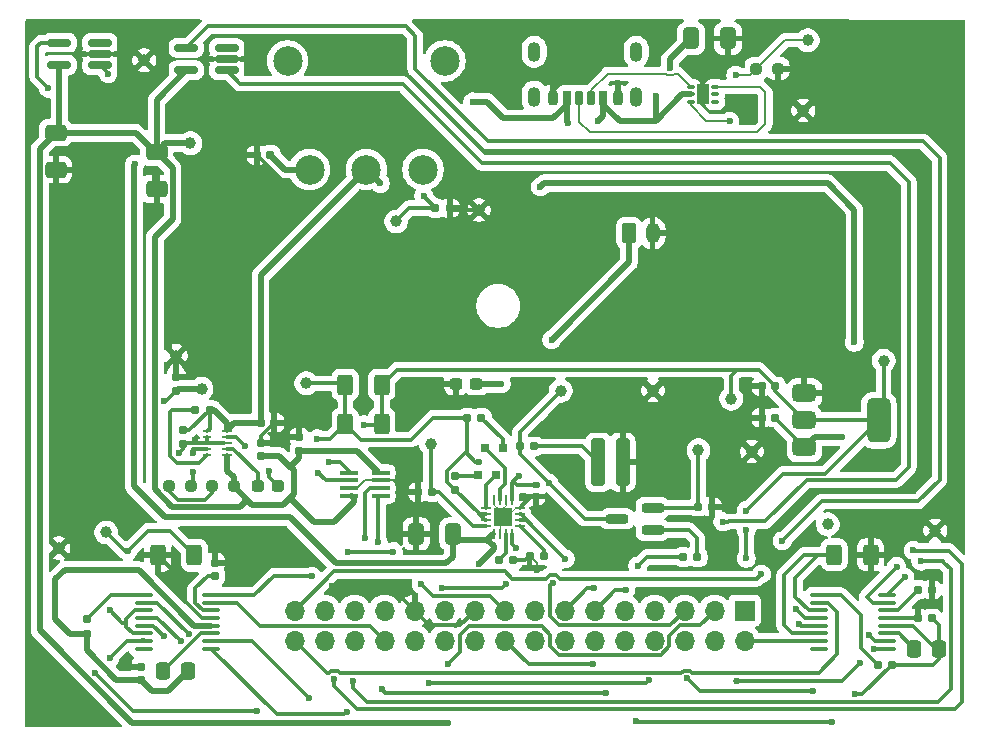
<source format=gbr>
%TF.GenerationSoftware,KiCad,Pcbnew,9.0.0*%
%TF.CreationDate,2025-03-28T14:38:41+02:00*%
%TF.ProjectId,Main,4d61696e-2e6b-4696-9361-645f70636258,rev?*%
%TF.SameCoordinates,Original*%
%TF.FileFunction,Copper,L1,Top*%
%TF.FilePolarity,Positive*%
%FSLAX46Y46*%
G04 Gerber Fmt 4.6, Leading zero omitted, Abs format (unit mm)*
G04 Created by KiCad (PCBNEW 9.0.0) date 2025-03-28 14:38:41*
%MOMM*%
%LPD*%
G01*
G04 APERTURE LIST*
G04 Aperture macros list*
%AMRoundRect*
0 Rectangle with rounded corners*
0 $1 Rounding radius*
0 $2 $3 $4 $5 $6 $7 $8 $9 X,Y pos of 4 corners*
0 Add a 4 corners polygon primitive as box body*
4,1,4,$2,$3,$4,$5,$6,$7,$8,$9,$2,$3,0*
0 Add four circle primitives for the rounded corners*
1,1,$1+$1,$2,$3*
1,1,$1+$1,$4,$5*
1,1,$1+$1,$6,$7*
1,1,$1+$1,$8,$9*
0 Add four rect primitives between the rounded corners*
20,1,$1+$1,$2,$3,$4,$5,0*
20,1,$1+$1,$4,$5,$6,$7,0*
20,1,$1+$1,$6,$7,$8,$9,0*
20,1,$1+$1,$8,$9,$2,$3,0*%
G04 Aperture macros list end*
%TA.AperFunction,SMDPad,CuDef*%
%ADD10RoundRect,0.100000X-0.637500X-0.100000X0.637500X-0.100000X0.637500X0.100000X-0.637500X0.100000X0*%
%TD*%
%TA.AperFunction,SMDPad,CuDef*%
%ADD11C,1.000000*%
%TD*%
%TA.AperFunction,SMDPad,CuDef*%
%ADD12RoundRect,0.250000X0.650000X-0.412500X0.650000X0.412500X-0.650000X0.412500X-0.650000X-0.412500X0*%
%TD*%
%TA.AperFunction,SMDPad,CuDef*%
%ADD13RoundRect,0.250000X-0.400000X-0.625000X0.400000X-0.625000X0.400000X0.625000X-0.400000X0.625000X0*%
%TD*%
%TA.AperFunction,SMDPad,CuDef*%
%ADD14RoundRect,0.160000X0.197500X0.160000X-0.197500X0.160000X-0.197500X-0.160000X0.197500X-0.160000X0*%
%TD*%
%TA.AperFunction,SMDPad,CuDef*%
%ADD15RoundRect,0.250000X0.400000X0.625000X-0.400000X0.625000X-0.400000X-0.625000X0.400000X-0.625000X0*%
%TD*%
%TA.AperFunction,SMDPad,CuDef*%
%ADD16RoundRect,0.162500X0.837500X0.162500X-0.837500X0.162500X-0.837500X-0.162500X0.837500X-0.162500X0*%
%TD*%
%TA.AperFunction,ComponentPad*%
%ADD17RoundRect,0.250000X-0.350000X-0.625000X0.350000X-0.625000X0.350000X0.625000X-0.350000X0.625000X0*%
%TD*%
%TA.AperFunction,ComponentPad*%
%ADD18O,1.200000X1.750000*%
%TD*%
%TA.AperFunction,SMDPad,CuDef*%
%ADD19RoundRect,0.155000X-0.155000X0.212500X-0.155000X-0.212500X0.155000X-0.212500X0.155000X0.212500X0*%
%TD*%
%TA.AperFunction,SMDPad,CuDef*%
%ADD20RoundRect,0.160000X0.160000X-0.197500X0.160000X0.197500X-0.160000X0.197500X-0.160000X-0.197500X0*%
%TD*%
%TA.AperFunction,SMDPad,CuDef*%
%ADD21RoundRect,0.075000X-0.247500X-0.075000X0.247500X-0.075000X0.247500X0.075000X-0.247500X0.075000X0*%
%TD*%
%TA.AperFunction,HeatsinkPad*%
%ADD22R,1.010000X1.700000*%
%TD*%
%TA.AperFunction,SMDPad,CuDef*%
%ADD23RoundRect,0.160000X-0.197500X-0.160000X0.197500X-0.160000X0.197500X0.160000X-0.197500X0.160000X0*%
%TD*%
%TA.AperFunction,SMDPad,CuDef*%
%ADD24RoundRect,0.100000X-0.680000X-0.100000X0.680000X-0.100000X0.680000X0.100000X-0.680000X0.100000X0*%
%TD*%
%TA.AperFunction,SMDPad,CuDef*%
%ADD25RoundRect,0.375000X-0.625000X-0.375000X0.625000X-0.375000X0.625000X0.375000X-0.625000X0.375000X0*%
%TD*%
%TA.AperFunction,SMDPad,CuDef*%
%ADD26RoundRect,0.500000X-0.500000X-1.400000X0.500000X-1.400000X0.500000X1.400000X-0.500000X1.400000X0*%
%TD*%
%TA.AperFunction,SMDPad,CuDef*%
%ADD27RoundRect,0.250000X0.337500X0.475000X-0.337500X0.475000X-0.337500X-0.475000X0.337500X-0.475000X0*%
%TD*%
%TA.AperFunction,SMDPad,CuDef*%
%ADD28RoundRect,0.155000X-0.212500X-0.155000X0.212500X-0.155000X0.212500X0.155000X-0.212500X0.155000X0*%
%TD*%
%TA.AperFunction,SMDPad,CuDef*%
%ADD29RoundRect,0.155000X0.155000X-0.212500X0.155000X0.212500X-0.155000X0.212500X-0.155000X-0.212500X0*%
%TD*%
%TA.AperFunction,SMDPad,CuDef*%
%ADD30RoundRect,0.237500X-0.300000X-0.237500X0.300000X-0.237500X0.300000X0.237500X-0.300000X0.237500X0*%
%TD*%
%TA.AperFunction,SMDPad,CuDef*%
%ADD31RoundRect,0.250000X-0.350000X-1.775000X0.350000X-1.775000X0.350000X1.775000X-0.350000X1.775000X0*%
%TD*%
%TA.AperFunction,SMDPad,CuDef*%
%ADD32R,0.800000X0.800000*%
%TD*%
%TA.AperFunction,ComponentPad*%
%ADD33R,1.700000X1.700000*%
%TD*%
%TA.AperFunction,ComponentPad*%
%ADD34O,1.700000X1.700000*%
%TD*%
%TA.AperFunction,SMDPad,CuDef*%
%ADD35RoundRect,0.250000X-0.412500X-0.650000X0.412500X-0.650000X0.412500X0.650000X-0.412500X0.650000X0*%
%TD*%
%TA.AperFunction,SMDPad,CuDef*%
%ADD36RoundRect,0.050000X-0.250000X-0.075000X0.250000X-0.075000X0.250000X0.075000X-0.250000X0.075000X0*%
%TD*%
%TA.AperFunction,SMDPad,CuDef*%
%ADD37RoundRect,0.050000X-0.400000X-0.075000X0.400000X-0.075000X0.400000X0.075000X-0.400000X0.075000X0*%
%TD*%
%TA.AperFunction,SMDPad,CuDef*%
%ADD38RoundRect,0.050000X-0.600000X-0.075000X0.600000X-0.075000X0.600000X0.075000X-0.600000X0.075000X0*%
%TD*%
%TA.AperFunction,SMDPad,CuDef*%
%ADD39RoundRect,0.155000X0.212500X0.155000X-0.212500X0.155000X-0.212500X-0.155000X0.212500X-0.155000X0*%
%TD*%
%TA.AperFunction,SMDPad,CuDef*%
%ADD40RoundRect,0.237500X-0.250000X-0.237500X0.250000X-0.237500X0.250000X0.237500X-0.250000X0.237500X0*%
%TD*%
%TA.AperFunction,SMDPad,CuDef*%
%ADD41RoundRect,0.160000X-0.160000X0.197500X-0.160000X-0.197500X0.160000X-0.197500X0.160000X0.197500X0*%
%TD*%
%TA.AperFunction,SMDPad,CuDef*%
%ADD42RoundRect,0.140000X-0.170000X0.140000X-0.170000X-0.140000X0.170000X-0.140000X0.170000X0.140000X0*%
%TD*%
%TA.AperFunction,SMDPad,CuDef*%
%ADD43RoundRect,0.175000X0.175000X0.425000X-0.175000X0.425000X-0.175000X-0.425000X0.175000X-0.425000X0*%
%TD*%
%TA.AperFunction,SMDPad,CuDef*%
%ADD44RoundRect,0.190000X-0.190000X-0.410000X0.190000X-0.410000X0.190000X0.410000X-0.190000X0.410000X0*%
%TD*%
%TA.AperFunction,SMDPad,CuDef*%
%ADD45RoundRect,0.200000X-0.200000X-0.400000X0.200000X-0.400000X0.200000X0.400000X-0.200000X0.400000X0*%
%TD*%
%TA.AperFunction,SMDPad,CuDef*%
%ADD46RoundRect,0.175000X-0.175000X-0.425000X0.175000X-0.425000X0.175000X0.425000X-0.175000X0.425000X0*%
%TD*%
%TA.AperFunction,SMDPad,CuDef*%
%ADD47RoundRect,0.190000X0.190000X0.410000X-0.190000X0.410000X-0.190000X-0.410000X0.190000X-0.410000X0*%
%TD*%
%TA.AperFunction,SMDPad,CuDef*%
%ADD48RoundRect,0.200000X0.200000X0.400000X-0.200000X0.400000X-0.200000X-0.400000X0.200000X-0.400000X0*%
%TD*%
%TA.AperFunction,HeatsinkPad*%
%ADD49O,1.100000X1.700000*%
%TD*%
%TA.AperFunction,SMDPad,CuDef*%
%ADD50RoundRect,0.062500X0.375000X0.062500X-0.375000X0.062500X-0.375000X-0.062500X0.375000X-0.062500X0*%
%TD*%
%TA.AperFunction,SMDPad,CuDef*%
%ADD51RoundRect,0.062500X0.062500X0.375000X-0.062500X0.375000X-0.062500X-0.375000X0.062500X-0.375000X0*%
%TD*%
%TA.AperFunction,HeatsinkPad*%
%ADD52R,1.600000X1.600000*%
%TD*%
%TA.AperFunction,SMDPad,CuDef*%
%ADD53RoundRect,0.200000X0.750000X0.200000X-0.750000X0.200000X-0.750000X-0.200000X0.750000X-0.200000X0*%
%TD*%
%TA.AperFunction,ComponentPad*%
%ADD54C,2.500000*%
%TD*%
%TA.AperFunction,SMDPad,CuDef*%
%ADD55RoundRect,0.237500X-0.287500X-0.237500X0.287500X-0.237500X0.287500X0.237500X-0.287500X0.237500X0*%
%TD*%
%TA.AperFunction,ViaPad*%
%ADD56C,0.600000*%
%TD*%
%TA.AperFunction,Conductor*%
%ADD57C,0.500000*%
%TD*%
%TA.AperFunction,Conductor*%
%ADD58C,0.300000*%
%TD*%
%TA.AperFunction,Conductor*%
%ADD59C,0.200000*%
%TD*%
%TA.AperFunction,Conductor*%
%ADD60C,0.100000*%
%TD*%
G04 APERTURE END LIST*
D10*
%TO.P,U2,1,~{SLEEP}*%
%TO.N,Net-(U2-~{SLEEP})*%
X161714944Y-100045000D03*
%TO.P,U2,2,AOUT1*%
%TO.N,/MOTOR1_A_OUT*%
X161714944Y-100695000D03*
%TO.P,U2,3,AISEN*%
%TO.N,Net-(U2-AISEN)*%
X161714944Y-101345000D03*
%TO.P,U2,4,AOUT2*%
%TO.N,/MOTOR1_B_OUT*%
X161714944Y-101995000D03*
%TO.P,U2,5,BOUT2*%
%TO.N,/Motor2_B_OUT*%
X161714944Y-102645000D03*
%TO.P,U2,6,BISEN*%
%TO.N,Net-(U2-AISEN)*%
X161714944Y-103295000D03*
%TO.P,U2,7,BOUT1*%
%TO.N,/Motor2_A_OUT*%
X161714944Y-103945000D03*
%TO.P,U2,8,~{FAULT}*%
%TO.N,unconnected-(U2-~{FAULT}-Pad8)*%
X161714944Y-104595000D03*
%TO.P,U2,9,BIN1*%
%TO.N,/MOTOR2_CTRL1*%
X167439944Y-104595000D03*
%TO.P,U2,10,BIN2*%
%TO.N,/MOTOR2_CTRL2*%
X167439944Y-103945000D03*
%TO.P,U2,11,VCP*%
%TO.N,Net-(U2-VCP)*%
X167439944Y-103295000D03*
%TO.P,U2,12,VM*%
%TO.N,/Battery*%
X167439944Y-102645000D03*
%TO.P,U2,13,GND*%
%TO.N,GND*%
X167439944Y-101995000D03*
%TO.P,U2,14,VINT*%
%TO.N,Net-(U2-VINT)*%
X167439944Y-101345000D03*
%TO.P,U2,15,AIN2*%
%TO.N,/MOTOR1_CTRL2*%
X167439944Y-100695000D03*
%TO.P,U2,16,AIN1*%
%TO.N,/MOTOR1_CTRL1*%
X167439944Y-100045000D03*
%TD*%
D11*
%TO.P,TP18,1,1*%
%TO.N,Net-(U1-ILIM)*%
X128800000Y-87250000D03*
%TD*%
%TO.P,TP11,1,1*%
%TO.N,/3V3 Out*%
X167160000Y-80220000D03*
%TD*%
D12*
%TO.P,C11,1*%
%TO.N,GND*%
X105590000Y-65672500D03*
%TO.P,C11,2*%
%TO.N,/5V Out*%
X105590000Y-62547500D03*
%TD*%
D11*
%TO.P,TP4,1,1*%
%TO.N,Net-(U8-AISEN)*%
X101320000Y-94750000D03*
%TD*%
D13*
%TO.P,R5,1*%
%TO.N,/VOUT*%
X121560000Y-82260000D03*
%TO.P,R5,2*%
%TO.N,/3V3 Out*%
X124660000Y-82260000D03*
%TD*%
D14*
%TO.P,R8,1*%
%TO.N,Net-(D2-PadA)*%
X133097500Y-85050000D03*
%TO.P,R8,2*%
%TO.N,/VOUT*%
X131902500Y-85050000D03*
%TD*%
D15*
%TO.P,R3,1*%
%TO.N,GND*%
X166044944Y-96635000D03*
%TO.P,R3,2*%
%TO.N,Net-(U2-AISEN)*%
X162944944Y-96635000D03*
%TD*%
D16*
%TO.P,U5,1,VOUT*%
%TO.N,/EXT_LOAD1_OUT*%
X100780000Y-55187500D03*
%TO.P,U5,2,GND*%
%TO.N,GND*%
X100780000Y-54237500D03*
%TO.P,U5,3,FLG#*%
%TO.N,unconnected-(U5-FLG#-Pad3)*%
X100780000Y-53287500D03*
%TO.P,U5,4,EN/EN#*%
%TO.N,/CTRL_EXT_LOAD1*%
X97360000Y-53287500D03*
%TO.P,U5,5,VIN*%
%TO.N,/5V Out*%
X97360000Y-55187500D03*
%TD*%
D17*
%TO.P,J3,1,Pin_1*%
%TO.N,/Battery*%
X145580000Y-69420000D03*
D18*
%TO.P,J3,2,Pin_2*%
%TO.N,GND*%
X147580000Y-69420000D03*
%TD*%
D19*
%TO.P,C5,1*%
%TO.N,GND*%
X110560000Y-97312500D03*
%TO.P,C5,2*%
%TO.N,Net-(U8-VINT)*%
X110560000Y-98447500D03*
%TD*%
D14*
%TO.P,R2,1*%
%TO.N,GND*%
X135777500Y-97090000D03*
%TO.P,R2,2*%
%TO.N,Net-(U1-ITERM)*%
X134582500Y-97090000D03*
%TD*%
D20*
%TO.P,R21,1*%
%TO.N,Net-(U7-FB)*%
X107250000Y-82775000D03*
%TO.P,R21,2*%
%TO.N,GND*%
X107250000Y-81580000D03*
%TD*%
D14*
%TO.P,R4,1*%
%TO.N,/Battery*%
X167829944Y-105935000D03*
%TO.P,R4,2*%
%TO.N,Net-(U2-~{SLEEP})*%
X166634944Y-105935000D03*
%TD*%
D21*
%TO.P,U3,1,CC1*%
%TO.N,Net-(J2-CC1)*%
X150815000Y-57010000D03*
%TO.P,U3,2,VUSB*%
%TO.N,/High Voltage (9V)*%
X150815000Y-57660000D03*
%TO.P,U3,3,VSET*%
%TO.N,Net-(U3-VSET)*%
X150815000Y-58310000D03*
%TO.P,U3,4,D+*%
%TO.N,unconnected-(U3-D+-Pad4)*%
X152870000Y-58310000D03*
%TO.P,U3,5,D-*%
%TO.N,unconnected-(U3-D--Pad5)*%
X152870000Y-57660000D03*
%TO.P,U3,6,CC2*%
%TO.N,Net-(J2-CC2)*%
X152870000Y-57010000D03*
D22*
%TO.P,U3,7,GND*%
%TO.N,GND*%
X151842500Y-57660000D03*
%TD*%
D10*
%TO.P,U8,1,~{SLEEP}*%
%TO.N,Net-(U8-~{SLEEP})*%
X104497500Y-100045000D03*
%TO.P,U8,2,AOUT1*%
%TO.N,/MOTOR3_A_OUT*%
X104497500Y-100695000D03*
%TO.P,U8,3,AISEN*%
%TO.N,Net-(U8-AISEN)*%
X104497500Y-101345000D03*
%TO.P,U8,4,AOUT2*%
%TO.N,/MOTOR3_B_OUT*%
X104497500Y-101995000D03*
%TO.P,U8,5,BOUT2*%
%TO.N,/Motor4_B_OUT*%
X104497500Y-102645000D03*
%TO.P,U8,6,BISEN*%
%TO.N,Net-(U8-AISEN)*%
X104497500Y-103295000D03*
%TO.P,U8,7,BOUT1*%
%TO.N,/Motor4_A_OUT*%
X104497500Y-103945000D03*
%TO.P,U8,8,~{FAULT}*%
%TO.N,unconnected-(U8-~{FAULT}-Pad8)*%
X104497500Y-104595000D03*
%TO.P,U8,9,BIN1*%
%TO.N,/MOTOR4_CTRL1*%
X110222500Y-104595000D03*
%TO.P,U8,10,BIN2*%
%TO.N,/MOTOR4_CTRL2*%
X110222500Y-103945000D03*
%TO.P,U8,11,VCP*%
%TO.N,Net-(U8-VCP)*%
X110222500Y-103295000D03*
%TO.P,U8,12,VM*%
%TO.N,/Battery*%
X110222500Y-102645000D03*
%TO.P,U8,13,GND*%
%TO.N,GND*%
X110222500Y-101995000D03*
%TO.P,U8,14,VINT*%
%TO.N,Net-(U8-VINT)*%
X110222500Y-101345000D03*
%TO.P,U8,15,AIN2*%
%TO.N,/MOTOR3_CTRL2*%
X110222500Y-100695000D03*
%TO.P,U8,16,AIN1*%
%TO.N,/MOTOR3_CTRL1*%
X110222500Y-100045000D03*
%TD*%
D23*
%TO.P,R13,1*%
%TO.N,/FAST_CHARGE_CTRL*%
X150182500Y-96840000D03*
%TO.P,R13,2*%
%TO.N,Net-(Q3-B)*%
X151377500Y-96840000D03*
%TD*%
D24*
%TO.P,U6,1,IN+*%
%TO.N,/3V3 Out*%
X121850000Y-89695000D03*
%TO.P,U6,2,IN-*%
%TO.N,/VOUT*%
X121850000Y-90345000D03*
%TO.P,U6,3,GND*%
%TO.N,GND*%
X121850000Y-91005000D03*
%TO.P,U6,4,VS*%
%TO.N,/5V Out*%
X121850000Y-91655000D03*
%TO.P,U6,5,SCL*%
%TO.N,/I2C1_SCL*%
X124550000Y-91655000D03*
%TO.P,U6,6,SDA*%
%TO.N,/I2C1_SDA*%
X124550000Y-91005000D03*
%TO.P,U6,7,A0*%
%TO.N,GND*%
X124550000Y-90345000D03*
%TO.P,U6,8,A1*%
%TO.N,/5V Out*%
X124550000Y-89695000D03*
%TD*%
D25*
%TO.P,U9,1,GND*%
%TO.N,GND*%
X160440000Y-82947500D03*
%TO.P,U9,2,VO*%
%TO.N,/3V3 Out*%
X160440000Y-85247500D03*
D26*
X166740000Y-85247500D03*
D25*
%TO.P,U9,3,VI*%
%TO.N,/switch*%
X160440000Y-87547500D03*
%TD*%
D11*
%TO.P,TP20,1,1*%
%TO.N,GND*%
X107220000Y-79800000D03*
%TD*%
D27*
%TO.P,C6,1*%
%TO.N,/Battery*%
X108227500Y-106480000D03*
%TO.P,C6,2*%
%TO.N,Net-(U8-VCP)*%
X106152500Y-106480000D03*
%TD*%
D11*
%TO.P,TP14,1,1*%
%TO.N,GND*%
X160340000Y-59040000D03*
%TD*%
D28*
%TO.P,C19,1*%
%TO.N,GND*%
X156852500Y-82390000D03*
%TO.P,C19,2*%
%TO.N,/3V3 Out*%
X157987500Y-82390000D03*
%TD*%
D29*
%TO.P,C15,1*%
%TO.N,/5V Out*%
X117680000Y-87840000D03*
%TO.P,C15,2*%
%TO.N,GND*%
X117680000Y-86705000D03*
%TD*%
D11*
%TO.P,TP13,1,1*%
%TO.N,Net-(Q3-C)*%
X139810000Y-82760000D03*
%TD*%
D30*
%TO.P,C14,1*%
%TO.N,GND*%
X130947500Y-82170000D03*
%TO.P,C14,2*%
%TO.N,/Battery*%
X132672500Y-82170000D03*
%TD*%
D11*
%TO.P,TP2,1,1*%
%TO.N,GND*%
X171510000Y-94590000D03*
%TD*%
D28*
%TO.P,C17,1*%
%TO.N,GND*%
X156825000Y-85030000D03*
%TO.P,C17,2*%
%TO.N,/switch*%
X157960000Y-85030000D03*
%TD*%
D31*
%TO.P,R12,1*%
%TO.N,Net-(R10-Pad2)*%
X142995000Y-88820000D03*
%TO.P,R12,2*%
%TO.N,GND*%
X145045000Y-88820000D03*
%TD*%
D32*
%TO.P,D1,A*%
%TO.N,Net-(D1-PadA)*%
X132832500Y-89900000D03*
%TO.P,D1,C*%
%TO.N,Net-(U1-~{CHG})*%
X134332500Y-89900000D03*
%TD*%
D13*
%TO.P,R17,1*%
%TO.N,GND*%
X105700000Y-96700000D03*
%TO.P,R17,2*%
%TO.N,Net-(U8-AISEN)*%
X108800000Y-96700000D03*
%TD*%
D33*
%TO.P,J1,1,Pin_1*%
%TO.N,/Motor2_B_OUT*%
X155380000Y-101370000D03*
D34*
%TO.P,J1,2,Pin_2*%
%TO.N,/Motor2_A_OUT*%
X155380000Y-103910000D03*
%TO.P,J1,3,Pin_3*%
%TO.N,/Motor4_A_OUT*%
X152840000Y-101370000D03*
%TO.P,J1,4,Pin_4*%
%TO.N,/MOTOR2_CTRL1*%
X152840000Y-103910000D03*
%TO.P,J1,5,Pin_5*%
%TO.N,/Motor4_B_OUT*%
X150300000Y-101370000D03*
%TO.P,J1,6,Pin_6*%
%TO.N,/MOTOR2_CTRL2*%
X150300000Y-103910000D03*
%TO.P,J1,7,Pin_7*%
%TO.N,/CTRL_EXT_LOAD2*%
X147760000Y-101370000D03*
%TO.P,J1,8,Pin_8*%
%TO.N,/MOTOR4_CTRL1*%
X147760000Y-103910000D03*
%TO.P,J1,9,Pin_9*%
%TO.N,/USART2_RX*%
X145220000Y-101370000D03*
%TO.P,J1,10,Pin_10*%
%TO.N,/MOTOR4_CTRL2*%
X145220000Y-103910000D03*
%TO.P,J1,11,Pin_11*%
%TO.N,/EXT_LOAD2_OUT*%
X142680000Y-101370000D03*
%TO.P,J1,12,Pin_12*%
%TO.N,/USART2_TX*%
X142680000Y-103910000D03*
%TO.P,J1,13,Pin_13*%
%TO.N,/FAST_CHARGE_CTRL*%
X140140000Y-101370000D03*
%TO.P,J1,14,Pin_14*%
%TO.N,/Battery*%
X140140000Y-103910000D03*
%TO.P,J1,15,Pin_15*%
%TO.N,unconnected-(J1-Pin_15-Pad15)*%
X137600000Y-101370000D03*
%TO.P,J1,16,Pin_16*%
%TO.N,/I2C1_SCL*%
X137600000Y-103910000D03*
%TO.P,J1,17,Pin_17*%
%TO.N,/I2C1_SDA*%
X135060000Y-101370000D03*
%TO.P,J1,18,Pin_18*%
%TO.N,/3V3 Out*%
X135060000Y-103910000D03*
%TO.P,J1,19,Pin_19*%
%TO.N,GND*%
X132520000Y-101370000D03*
%TO.P,J1,20,Pin_20*%
%TO.N,/5V Out*%
X132520000Y-103910000D03*
%TO.P,J1,21,Pin_21*%
%TO.N,/EXT_LOAD1_OUT*%
X129980000Y-101370000D03*
%TO.P,J1,22,Pin_22*%
%TO.N,/High Voltage (9V)*%
X129980000Y-103910000D03*
%TO.P,J1,23,Pin_23*%
%TO.N,GND*%
X127440000Y-101370000D03*
%TO.P,J1,24,Pin_24*%
%TO.N,/MOTOR3_CTRL1*%
X127440000Y-103910000D03*
%TO.P,J1,25,Pin_25*%
%TO.N,/CTRL_EXT_LOAD1*%
X124900000Y-101370000D03*
%TO.P,J1,26,Pin_26*%
%TO.N,/MOTOR3_CTRL2*%
X124900000Y-103910000D03*
%TO.P,J1,27,Pin_27*%
%TO.N,/MOTOR3_A_OUT*%
X122360000Y-101370000D03*
%TO.P,J1,28,Pin_28*%
%TO.N,/MOTOR1_CTRL1*%
X122360000Y-103910000D03*
%TO.P,J1,29,Pin_29*%
%TO.N,/MOTOR3_B_OUT*%
X119820000Y-101370000D03*
%TO.P,J1,30,Pin_30*%
%TO.N,/MOTOR1_CTRL2*%
X119820000Y-103910000D03*
%TO.P,J1,31,Pin_31*%
%TO.N,/MOTOR1_B_OUT*%
X117280000Y-101370000D03*
%TO.P,J1,32,Pin_32*%
%TO.N,/MOTOR1_A_OUT*%
X117280000Y-103910000D03*
%TD*%
D14*
%TO.P,R9,1*%
%TO.N,Net-(U1-ILIM)*%
X128937500Y-91340000D03*
%TO.P,R9,2*%
%TO.N,GND*%
X127742500Y-91340000D03*
%TD*%
D11*
%TO.P,TP6,1,1*%
%TO.N,/5V Out*%
X108460000Y-61800000D03*
%TD*%
D29*
%TO.P,C13,1*%
%TO.N,GND*%
X107810000Y-87257500D03*
%TO.P,C13,2*%
%TO.N,/switch*%
X107810000Y-86122500D03*
%TD*%
D11*
%TO.P,TP15,1,1*%
%TO.N,Net-(U3-VSET)*%
X160740000Y-53080000D03*
%TD*%
%TO.P,TP9,1,1*%
%TO.N,GND*%
X132890000Y-67460000D03*
%TD*%
D23*
%TO.P,R10,1*%
%TO.N,Net-(Q3-C)*%
X136355000Y-87470000D03*
%TO.P,R10,2*%
%TO.N,Net-(R10-Pad2)*%
X137550000Y-87470000D03*
%TD*%
D35*
%TO.P,C1,1*%
%TO.N,/High Voltage (9V)*%
X150837500Y-52930000D03*
%TO.P,C1,2*%
%TO.N,GND*%
X153962500Y-52930000D03*
%TD*%
D36*
%TO.P,U7,1,EN*%
%TO.N,/switch*%
X109890000Y-86200000D03*
%TO.P,U7,2,MODE*%
%TO.N,GND*%
X109890000Y-86700000D03*
%TO.P,U7,3,AGND*%
X109890000Y-87200000D03*
%TO.P,U7,4,FB*%
%TO.N,Net-(U7-FB)*%
X109890000Y-87700000D03*
%TO.P,U7,5,PG*%
%TO.N,Net-(U7-PG)*%
X109890000Y-88200000D03*
D37*
%TO.P,U7,6,VOUT*%
%TO.N,/5V Out*%
X111540000Y-88200000D03*
%TO.P,U7,7,L2*%
%TO.N,Net-(U7-L2)*%
X111540000Y-87700000D03*
D38*
%TO.P,U7,8,GND*%
%TO.N,GND*%
X111340000Y-87200000D03*
D37*
%TO.P,U7,9,L1*%
%TO.N,Net-(U7-L1)*%
X111540000Y-86700000D03*
%TO.P,U7,10,VIN*%
%TO.N,/switch*%
X111540000Y-86200000D03*
%TD*%
D11*
%TO.P,TP12,1,1*%
%TO.N,GND*%
X147620000Y-82740000D03*
%TD*%
%TO.P,TP16,1,1*%
%TO.N,Net-(Q3-E)*%
X151470000Y-87800000D03*
%TD*%
D39*
%TO.P,C2,1*%
%TO.N,GND*%
X171212444Y-99595000D03*
%TO.P,C2,2*%
%TO.N,Net-(U2-VINT)*%
X170077444Y-99595000D03*
%TD*%
D35*
%TO.P,C8,1*%
%TO.N,GND*%
X127577500Y-94880000D03*
%TO.P,C8,2*%
%TO.N,/High Voltage (9V)*%
X130702500Y-94880000D03*
%TD*%
D40*
%TO.P,R22,1*%
%TO.N,Net-(R20-Pad1)*%
X110297500Y-90860000D03*
%TO.P,R22,2*%
%TO.N,/5V Out*%
X112122500Y-90860000D03*
%TD*%
D11*
%TO.P,TP8,1,1*%
%TO.N,/VOUT*%
X118260000Y-82120000D03*
%TD*%
D41*
%TO.P,R7,1*%
%TO.N,Net-(D1-PadA)*%
X130860000Y-89952500D03*
%TO.P,R7,2*%
%TO.N,/VOUT*%
X130860000Y-91147500D03*
%TD*%
D32*
%TO.P,D2,A*%
%TO.N,Net-(D2-PadA)*%
X134900000Y-87590000D03*
%TO.P,D2,C*%
%TO.N,Net-(U1-~{PGOOD})*%
X133400000Y-87590000D03*
%TD*%
D23*
%TO.P,R11,1*%
%TO.N,Net-(Q3-E)*%
X151402500Y-92570000D03*
%TO.P,R11,2*%
%TO.N,GND*%
X152597500Y-92570000D03*
%TD*%
D11*
%TO.P,TP17,1,1*%
%TO.N,GND*%
X155990000Y-87910000D03*
%TD*%
D14*
%TO.P,R14,1*%
%TO.N,Net-(U1-TS)*%
X138360000Y-96720000D03*
%TO.P,R14,2*%
%TO.N,GND*%
X137165000Y-96720000D03*
%TD*%
%TO.P,R23,1*%
%TO.N,GND*%
X130397500Y-67300000D03*
%TO.P,R23,2*%
%TO.N,Net-(R23-Pad2)*%
X129202500Y-67300000D03*
%TD*%
D29*
%TO.P,C18,1*%
%TO.N,/Battery*%
X104270000Y-107257500D03*
%TO.P,C18,2*%
%TO.N,GND*%
X104270000Y-106122500D03*
%TD*%
D42*
%TO.P,C7,1*%
%TO.N,/VOUT*%
X137690000Y-90750000D03*
%TO.P,C7,2*%
%TO.N,GND*%
X137690000Y-91710000D03*
%TD*%
D11*
%TO.P,TP3,1,1*%
%TO.N,GND*%
X97300000Y-96080000D03*
%TD*%
D43*
%TO.P,J2,A5,CC1*%
%TO.N,Net-(J2-CC1)*%
X142380000Y-57930000D03*
D44*
%TO.P,J2,A9,VBUS*%
%TO.N,/High Voltage (9V)*%
X140360000Y-57930000D03*
D45*
%TO.P,J2,A12,GND*%
%TO.N,GND*%
X139130000Y-57930000D03*
D46*
%TO.P,J2,B5,CC2*%
%TO.N,Net-(J2-CC2)*%
X141380000Y-57930000D03*
D47*
%TO.P,J2,B9,VBUS*%
%TO.N,/High Voltage (9V)*%
X143400000Y-57930000D03*
D48*
%TO.P,J2,B12,GND*%
%TO.N,GND*%
X144630000Y-57930000D03*
D49*
%TO.P,J2,S1*%
%TO.N,N/C*%
X146200000Y-57850000D03*
X146200000Y-54050000D03*
X137560000Y-57850000D03*
X137560000Y-54050000D03*
%TD*%
D27*
%TO.P,C3,1*%
%TO.N,/Battery*%
X171812444Y-104615000D03*
%TO.P,C3,2*%
%TO.N,Net-(U2-VCP)*%
X169737444Y-104615000D03*
%TD*%
D23*
%TO.P,R18,1*%
%TO.N,Net-(U7-PG)*%
X108882500Y-84370000D03*
%TO.P,R18,2*%
%TO.N,/switch*%
X110077500Y-84370000D03*
%TD*%
D20*
%TO.P,R19,1*%
%TO.N,/Battery*%
X99670000Y-103317500D03*
%TO.P,R19,2*%
%TO.N,Net-(U8-~{SLEEP})*%
X99670000Y-102122500D03*
%TD*%
D39*
%TO.P,C4,1*%
%TO.N,/Battery*%
X171212444Y-102015000D03*
%TO.P,C4,2*%
%TO.N,GND*%
X170077444Y-102015000D03*
%TD*%
D11*
%TO.P,TP19,1,1*%
%TO.N,GND*%
X104540000Y-54770000D03*
%TD*%
D50*
%TO.P,U1,1,TS*%
%TO.N,Net-(U1-TS)*%
X136340000Y-94200000D03*
%TO.P,U1,2,BAT*%
%TO.N,/Battery*%
X136340000Y-93700000D03*
%TO.P,U1,3,BAT*%
X136340000Y-93200000D03*
%TO.P,U1,4,~{CE}*%
%TO.N,GND*%
X136340000Y-92700000D03*
D51*
%TO.P,U1,5,EN2*%
%TO.N,/VOUT*%
X135652500Y-92012500D03*
%TO.P,U1,6,EN1*%
%TO.N,GND*%
X135152500Y-92012500D03*
%TO.P,U1,7,~{PGOOD}*%
%TO.N,Net-(U1-~{PGOOD})*%
X134652500Y-92012500D03*
%TO.P,U1,8,VSS*%
%TO.N,GND*%
X134152500Y-92012500D03*
D50*
%TO.P,U1,9,~{CHG}*%
%TO.N,Net-(U1-~{CHG})*%
X133465000Y-92700000D03*
%TO.P,U1,10,OUT*%
%TO.N,/VOUT*%
X133465000Y-93200000D03*
%TO.P,U1,11,OUT*%
X133465000Y-93700000D03*
%TO.P,U1,12,ILIM*%
%TO.N,Net-(U1-ILIM)*%
X133465000Y-94200000D03*
D51*
%TO.P,U1,13,IN*%
%TO.N,/High Voltage (9V)*%
X134152500Y-94887500D03*
%TO.P,U1,14,TMR*%
%TO.N,GND*%
X134652500Y-94887500D03*
%TO.P,U1,15,ITERM*%
%TO.N,Net-(U1-ITERM)*%
X135152500Y-94887500D03*
%TO.P,U1,16,ISET*%
%TO.N,Net-(Q3-C)*%
X135652500Y-94887500D03*
D52*
%TO.P,U1,17,VSS*%
%TO.N,GND*%
X134902500Y-93450000D03*
%TD*%
D39*
%TO.P,C9,1*%
%TO.N,/Battery*%
X115215000Y-62800000D03*
%TO.P,C9,2*%
%TO.N,GND*%
X114080000Y-62800000D03*
%TD*%
D13*
%TO.P,R6,1*%
%TO.N,/VOUT*%
X121560000Y-85550000D03*
%TO.P,R6,2*%
%TO.N,/3V3 Out*%
X124660000Y-85550000D03*
%TD*%
D11*
%TO.P,TP5,1,1*%
%TO.N,Net-(U7-FB)*%
X109400000Y-82580000D03*
%TD*%
%TO.P,TP10,1,1*%
%TO.N,Net-(R23-Pad2)*%
X125870000Y-68420000D03*
%TD*%
D40*
%TO.P,R1,1*%
%TO.N,Net-(U3-VSET)*%
X156367500Y-55490000D03*
%TO.P,R1,2*%
%TO.N,GND*%
X158192500Y-55490000D03*
%TD*%
D53*
%TO.P,Q3,1,B*%
%TO.N,Net-(Q3-B)*%
X147590000Y-94547500D03*
%TO.P,Q3,2,E*%
%TO.N,Net-(Q3-E)*%
X147590000Y-92647500D03*
%TO.P,Q3,3,C*%
%TO.N,Net-(Q3-C)*%
X144590000Y-93597500D03*
%TD*%
D54*
%TO.P,SW2,1,1*%
%TO.N,/Battery*%
X118550000Y-64028500D03*
%TO.P,SW2,2,2*%
%TO.N,/switch*%
X123350000Y-64028500D03*
%TO.P,SW2,3,3*%
%TO.N,Net-(R23-Pad2)*%
X128150000Y-64028500D03*
%TO.P,SW2,4,4*%
%TO.N,unconnected-(SW2-Pad4)*%
X116700000Y-54828500D03*
%TO.P,SW2,5,5*%
%TO.N,unconnected-(SW2-Pad5)*%
X130000000Y-54828500D03*
%TD*%
D16*
%TO.P,U4,1,VOUT*%
%TO.N,/EXT_LOAD2_OUT*%
X111530000Y-55617500D03*
%TO.P,U4,2,GND*%
%TO.N,GND*%
X111530000Y-54667500D03*
%TO.P,U4,3,FLG#*%
%TO.N,unconnected-(U4-FLG#-Pad3)*%
X111530000Y-53717500D03*
%TO.P,U4,4,EN/EN#*%
%TO.N,/CTRL_EXT_LOAD2*%
X108110000Y-53717500D03*
%TO.P,U4,5,VIN*%
%TO.N,/5V Out*%
X108110000Y-55617500D03*
%TD*%
D40*
%TO.P,R20,1*%
%TO.N,Net-(R20-Pad1)*%
X106657500Y-90850000D03*
%TO.P,R20,2*%
%TO.N,Net-(U7-FB)*%
X108482500Y-90850000D03*
%TD*%
D11*
%TO.P,TP1,1,1*%
%TO.N,Net-(U2-AISEN)*%
X162430000Y-94060000D03*
%TD*%
D12*
%TO.P,C10,1*%
%TO.N,GND*%
X97040000Y-64032500D03*
%TO.P,C10,2*%
%TO.N,/5V Out*%
X97040000Y-60907500D03*
%TD*%
D55*
%TO.P,L1,1*%
%TO.N,Net-(U7-L2)*%
X114145000Y-90850000D03*
%TO.P,L1,2*%
%TO.N,Net-(U7-L1)*%
X115895000Y-90850000D03*
%TD*%
D29*
%TO.P,C16,1*%
%TO.N,/5V Out*%
X114390000Y-88297500D03*
%TO.P,C16,2*%
%TO.N,GND*%
X114390000Y-87162500D03*
%TD*%
D11*
%TO.P,TP7,1,1*%
%TO.N,/3V3 Out*%
X154250000Y-83430000D03*
%TD*%
D39*
%TO.P,C12,1*%
%TO.N,GND*%
X115525000Y-85470000D03*
%TO.P,C12,2*%
%TO.N,/switch*%
X114390000Y-85470000D03*
%TD*%
D56*
%TO.N,/High Voltage (9V)*%
X142970000Y-59910000D03*
X140430000Y-60050000D03*
%TO.N,GND*%
X105370000Y-64030000D03*
X111640000Y-63820000D03*
X118140000Y-66970000D03*
X128420000Y-82170000D03*
X144690000Y-56670000D03*
X141540000Y-56410000D03*
X103260000Y-105810000D03*
X137770000Y-97920000D03*
X102300000Y-67980000D03*
X120400000Y-99250000D03*
X107520000Y-87990000D03*
X107600000Y-99180000D03*
X113455000Y-98265000D03*
X105040000Y-68000000D03*
X106710000Y-78140000D03*
%TO.N,/High Voltage (9V)*%
X132350000Y-58300000D03*
X147840000Y-57810000D03*
X149060000Y-55450000D03*
X103730000Y-63570000D03*
X132865000Y-97405000D03*
%TO.N,/3V3 Out*%
X142500000Y-105930000D03*
X123140000Y-85650000D03*
X155520000Y-92900000D03*
X120230000Y-88770000D03*
X155520000Y-94530000D03*
X155520000Y-96940000D03*
%TO.N,/VOUT*%
X119285000Y-89695000D03*
X119190000Y-86830000D03*
X132850000Y-88790000D03*
X136240000Y-89960000D03*
%TO.N,/Battery*%
X146170000Y-110700000D03*
X164740000Y-108410000D03*
X140200000Y-96990000D03*
X162751000Y-110790000D03*
X134780000Y-82170000D03*
X139040000Y-78430000D03*
%TO.N,/5V Out*%
X130261000Y-110860000D03*
%TO.N,/switch*%
X163580000Y-86670000D03*
X164670000Y-78650000D03*
X138090000Y-65500000D03*
X124531500Y-65210000D03*
%TO.N,/MOTOR1_CTRL2*%
X168240000Y-97640000D03*
X120650000Y-107140000D03*
X169670000Y-96270000D03*
%TO.N,/MOTOR2_CTRL1*%
X154700000Y-107310000D03*
X165180000Y-105770000D03*
X166340000Y-104600000D03*
%TO.N,/I2C1_SCL*%
X135200000Y-99120000D03*
X129770000Y-99450000D03*
X124350000Y-95580000D03*
%TO.N,/MOTOR1_CTRL1*%
X168940000Y-98520000D03*
X170300000Y-97180000D03*
X122240000Y-107350000D03*
%TO.N,/FAST_CHARGE_CTRL*%
X146330000Y-97580000D03*
X142640000Y-99460000D03*
%TO.N,/CTRL_EXT_LOAD2*%
X158570000Y-95460000D03*
%TO.N,/I2C1_SDA*%
X123210000Y-95260000D03*
X128000000Y-99140000D03*
%TO.N,/EXT_LOAD2_OUT*%
X153540000Y-93860000D03*
X145320000Y-99610000D03*
%TO.N,/MOTOR4_CTRL2*%
X124690000Y-108050000D03*
X118500000Y-108740000D03*
X143620000Y-108320000D03*
%TO.N,/Motor4_A_OUT*%
X100380000Y-106660000D03*
X101620000Y-105400000D03*
X130300000Y-105860000D03*
X114060000Y-109870000D03*
%TO.N,/Motor2_B_OUT*%
X159990000Y-102480000D03*
%TO.N,/MOTOR3_B_OUT*%
X107620000Y-103980000D03*
%TO.N,/MOTOR3_CTRL1*%
X118750000Y-98450000D03*
%TO.N,/MOTOR2_CTRL2*%
X165950000Y-103440000D03*
X150490000Y-107110000D03*
X161200000Y-108190000D03*
%TO.N,/MOTOR1_B_OUT*%
X156800000Y-98280000D03*
X159740000Y-101220000D03*
%TO.N,/EXT_LOAD1_OUT*%
X101480000Y-55910000D03*
%TO.N,/MOTOR3_A_OUT*%
X108310000Y-103340000D03*
%TO.N,/Motor4_B_OUT*%
X121800000Y-96440000D03*
X125630000Y-96370000D03*
X139150000Y-99000000D03*
X106200000Y-103540000D03*
%TO.N,/MOTOR4_CTRL1*%
X128650000Y-107510000D03*
X121710000Y-109980000D03*
X147300000Y-107270000D03*
%TO.N,/CTRL_EXT_LOAD1*%
X96410000Y-57130000D03*
%TO.N,Net-(U7-L1)*%
X113040000Y-87420000D03*
X115110000Y-89540000D03*
%TO.N,Net-(Q3-C)*%
X138820000Y-90560000D03*
X136000000Y-96110000D03*
%TO.N,Net-(U3-VSET)*%
X154620000Y-56060000D03*
X154120000Y-59920000D03*
%TO.N,Net-(U8-AISEN)*%
X101610000Y-101320000D03*
X103160000Y-96310000D03*
%TO.N,Net-(U7-FB)*%
X108700000Y-88070000D03*
X108710000Y-89600000D03*
X106210000Y-83660000D03*
%TO.N,Net-(R23-Pad2)*%
X128210000Y-66260000D03*
%TD*%
D57*
%TO.N,/High Voltage (9V)*%
X143400000Y-59480000D02*
X143400000Y-57930000D01*
X142970000Y-59910000D02*
X143400000Y-59480000D01*
X140360000Y-59980000D02*
X140430000Y-60050000D01*
X140360000Y-57930000D02*
X140360000Y-59980000D01*
X139190000Y-59700000D02*
X140360000Y-58530000D01*
X140360000Y-58530000D02*
X140360000Y-57930000D01*
X143400000Y-58530000D02*
X143400000Y-57930000D01*
X144800000Y-59930000D02*
X143400000Y-58530000D01*
D58*
%TO.N,GND*%
X105370000Y-65452500D02*
X105590000Y-65672500D01*
X105370000Y-64030000D02*
X105370000Y-65452500D01*
X112660000Y-62800000D02*
X111640000Y-63820000D01*
X114080000Y-62800000D02*
X112660000Y-62800000D01*
X118140000Y-66860000D02*
X114080000Y-62800000D01*
X118140000Y-66970000D02*
X118140000Y-66860000D01*
X128420000Y-82170000D02*
X128270000Y-82170000D01*
X130947500Y-82170000D02*
X128420000Y-82170000D01*
X144690000Y-57870000D02*
X144630000Y-57930000D01*
X144690000Y-56670000D02*
X144690000Y-57870000D01*
D59*
%TO.N,Net-(J2-CC1)*%
X142380000Y-57330000D02*
X142380000Y-57930000D01*
X143780000Y-55930000D02*
X142380000Y-57330000D01*
X148811057Y-56051000D02*
X148690057Y-55930000D01*
X148690057Y-55930000D02*
X143780000Y-55930000D01*
X149429943Y-55930000D02*
X149308943Y-56051000D01*
X149735000Y-55930000D02*
X149429943Y-55930000D01*
X149308943Y-56051000D02*
X148811057Y-56051000D01*
X150815000Y-57010000D02*
X149735000Y-55930000D01*
D58*
%TO.N,GND*%
X139130000Y-57330000D02*
X140050000Y-56410000D01*
X139130000Y-57930000D02*
X139130000Y-57330000D01*
X140050000Y-56410000D02*
X141540000Y-56410000D01*
X107600000Y-100159103D02*
X107600000Y-99180000D01*
X109435897Y-101995000D02*
X107600000Y-100159103D01*
X110222500Y-101995000D02*
X109435897Y-101995000D01*
X170057444Y-101995000D02*
X170077444Y-102015000D01*
X167439944Y-101995000D02*
X170057444Y-101995000D01*
X136795000Y-97090000D02*
X137165000Y-96720000D01*
X135777500Y-97090000D02*
X136795000Y-97090000D01*
X137330000Y-91710000D02*
X136340000Y-92700000D01*
X137690000Y-91710000D02*
X137330000Y-91710000D01*
D60*
X135957412Y-92700000D02*
X136340000Y-92700000D01*
X134652500Y-94004912D02*
X135957412Y-92700000D01*
X134652500Y-94887500D02*
X134652500Y-94004912D01*
X135152500Y-92395088D02*
X135152500Y-92012500D01*
X134652500Y-92895088D02*
X135152500Y-92395088D01*
X134652500Y-94887500D02*
X134652500Y-92895088D01*
X134152500Y-92395088D02*
X134152500Y-92012500D01*
X134652500Y-92895088D02*
X134152500Y-92395088D01*
D58*
X107810000Y-87257500D02*
X107810000Y-87700000D01*
X107810000Y-87257500D02*
X107868500Y-87199000D01*
D59*
X137770000Y-97920000D02*
X137770000Y-97325000D01*
D58*
X109890000Y-87200000D02*
X111340000Y-87200000D01*
D59*
X124550000Y-90345000D02*
X123199870Y-90345000D01*
D58*
X170042444Y-101980000D02*
X170077444Y-102015000D01*
D57*
X107250000Y-79830000D02*
X107220000Y-79800000D01*
D58*
X107600000Y-98600000D02*
X105700000Y-96700000D01*
X107600000Y-99180000D02*
X107600000Y-98600000D01*
D59*
X126175000Y-90345000D02*
X124550000Y-90345000D01*
D58*
X106710000Y-79290000D02*
X107220000Y-79800000D01*
X105040000Y-68000000D02*
X105010000Y-68030000D01*
X107868500Y-87199000D02*
X109890000Y-87199000D01*
D59*
X122539870Y-91005000D02*
X121850000Y-91005000D01*
D57*
X107220000Y-79800000D02*
X107220000Y-81550000D01*
D58*
X131319000Y-102571000D02*
X132520000Y-101370000D01*
X132890000Y-67460000D02*
X130557500Y-67460000D01*
X106710000Y-78140000D02*
X106710000Y-79290000D01*
X105590000Y-65672500D02*
X105590000Y-67450000D01*
X112502500Y-97312500D02*
X110560000Y-97312500D01*
D59*
X127742500Y-91340000D02*
X127170000Y-91340000D01*
D58*
X103572500Y-106122500D02*
X103260000Y-105810000D01*
X114390000Y-87162500D02*
X114390000Y-86605000D01*
X107810000Y-87700000D02*
X107520000Y-87990000D01*
X128641000Y-102571000D02*
X131319000Y-102571000D01*
D59*
X127170000Y-91340000D02*
X126175000Y-90345000D01*
X123199870Y-90345000D02*
X122539870Y-91005000D01*
D58*
X114390000Y-86605000D02*
X115525000Y-85470000D01*
D59*
X137770000Y-97325000D02*
X137165000Y-96720000D01*
D58*
X113455000Y-98265000D02*
X112502500Y-97312500D01*
X167459944Y-102015000D02*
X167439944Y-101995000D01*
X130557500Y-67460000D02*
X130397500Y-67300000D01*
X102300000Y-67980000D02*
X98352500Y-64032500D01*
X109890000Y-87200000D02*
X109890000Y-86700000D01*
X127440000Y-101370000D02*
X128641000Y-102571000D01*
X127440000Y-101370000D02*
X125320000Y-99250000D01*
X98352500Y-64032500D02*
X97040000Y-64032500D01*
X104270000Y-106122500D02*
X103572500Y-106122500D01*
X105590000Y-67450000D02*
X105040000Y-68000000D01*
D57*
X107220000Y-81550000D02*
X107250000Y-81580000D01*
D58*
X125320000Y-99250000D02*
X120400000Y-99250000D01*
D57*
%TO.N,/High Voltage (9V)*%
X132350000Y-58300000D02*
X133560000Y-58300000D01*
X130120000Y-97380000D02*
X120790000Y-97380000D01*
X120790000Y-97380000D02*
X116890000Y-93480000D01*
X149060000Y-55450000D02*
X149060000Y-54707500D01*
D58*
X103670000Y-63630000D02*
X103730000Y-63570000D01*
D57*
X134152500Y-96117500D02*
X132865000Y-97405000D01*
X133600000Y-95364000D02*
X134076500Y-94887500D01*
X106340000Y-93480000D02*
X103670000Y-90810000D01*
X134152500Y-95916500D02*
X133600000Y-95364000D01*
D58*
X132865000Y-97405000D02*
X132800000Y-97470000D01*
D57*
X150110000Y-57660000D02*
X150815000Y-57660000D01*
X133560000Y-58300000D02*
X134960000Y-59700000D01*
X130702500Y-94880000D02*
X131186500Y-95364000D01*
X147840000Y-59930000D02*
X147840000Y-57810000D01*
X147840000Y-59930000D02*
X150110000Y-57660000D01*
X131186500Y-95364000D02*
X133600000Y-95364000D01*
X144800000Y-59930000D02*
X147840000Y-59930000D01*
X130702500Y-94880000D02*
X130702500Y-96797500D01*
X134960000Y-59700000D02*
X139190000Y-59700000D01*
X149060000Y-54707500D02*
X150837500Y-52930000D01*
X103670000Y-90810000D02*
X103670000Y-63630000D01*
X134152500Y-96117500D02*
X134152500Y-95916500D01*
X116890000Y-93480000D02*
X106340000Y-93480000D01*
X130702500Y-96797500D02*
X130120000Y-97380000D01*
D58*
%TO.N,Net-(U2-VINT)*%
X170077444Y-99595000D02*
X168327444Y-101345000D01*
X168327444Y-101345000D02*
X167439944Y-101345000D01*
%TO.N,/3V3 Out*%
X158601000Y-89819000D02*
X162168500Y-89819000D01*
X166740000Y-85247500D02*
X160440000Y-85247500D01*
X167160000Y-80220000D02*
X167160000Y-84827500D01*
X155520000Y-92900000D02*
X158601000Y-89819000D01*
X154250000Y-83430000D02*
X154250000Y-81480000D01*
X155520000Y-94530000D02*
X155520000Y-96940000D01*
X120230000Y-88770000D02*
X121132500Y-88770000D01*
X160440000Y-85247500D02*
X157987500Y-82795000D01*
X124560000Y-85650000D02*
X124660000Y-85550000D01*
X156567500Y-80970000D02*
X157987500Y-82390000D01*
X157987500Y-82795000D02*
X157987500Y-82390000D01*
X123140000Y-85650000D02*
X124560000Y-85650000D01*
X142500000Y-105930000D02*
X137080000Y-105930000D01*
X124660000Y-82260000D02*
X124660000Y-85550000D01*
X137080000Y-105930000D02*
X135060000Y-103910000D01*
X121132500Y-88770000D02*
X122062500Y-89700000D01*
X162168500Y-89819000D02*
X166740000Y-85247500D01*
X155520000Y-96940000D02*
X155510000Y-96950000D01*
X167160000Y-84827500D02*
X166740000Y-85247500D01*
X154760000Y-80970000D02*
X156567500Y-80970000D01*
X154250000Y-81480000D02*
X154760000Y-80970000D01*
X124660000Y-82260000D02*
X125950000Y-80970000D01*
X125950000Y-80970000D02*
X154760000Y-80970000D01*
%TO.N,Net-(U2-VCP)*%
X168417444Y-103295000D02*
X167439944Y-103295000D01*
X169737444Y-104615000D02*
X168417444Y-103295000D01*
%TO.N,Net-(U8-VINT)*%
X108850000Y-99500000D02*
X108850000Y-100700582D01*
X109494418Y-101345000D02*
X110222500Y-101345000D01*
X108850000Y-100700582D02*
X109494418Y-101345000D01*
X109902500Y-98447500D02*
X108850000Y-99500000D01*
X110560000Y-98447500D02*
X109902500Y-98447500D01*
%TO.N,Net-(U8-VCP)*%
X106152500Y-106480000D02*
X109337500Y-103295000D01*
X109337500Y-103295000D02*
X110222500Y-103295000D01*
%TO.N,/VOUT*%
X132846250Y-93133750D02*
X130860000Y-91147500D01*
X135652500Y-90547500D02*
X135780000Y-90420000D01*
X136110000Y-90750000D02*
X135780000Y-90420000D01*
X135780000Y-90420000D02*
X136240000Y-89960000D01*
X127122496Y-86897504D02*
X128970000Y-85050000D01*
X132850000Y-88790000D02*
X132570000Y-88790000D01*
X121560000Y-82260000D02*
X121560000Y-85550000D01*
X130189000Y-90476500D02*
X130860000Y-91147500D01*
X131753951Y-87973951D02*
X130189000Y-89538902D01*
X121420000Y-82120000D02*
X121560000Y-82260000D01*
X120280000Y-86830000D02*
X119190000Y-86830000D01*
X133465000Y-93200000D02*
X132912500Y-93200000D01*
X131902500Y-85050000D02*
X131902500Y-87825402D01*
X121560000Y-85550000D02*
X122907504Y-86897504D01*
X118260000Y-82120000D02*
X121420000Y-82120000D01*
X119285000Y-89695000D02*
X119940000Y-90350000D01*
X131902500Y-87825402D02*
X131753951Y-87973951D01*
X132912500Y-93200000D02*
X132846250Y-93133750D01*
X122907504Y-86897504D02*
X127122496Y-86897504D01*
X137690000Y-90750000D02*
X136110000Y-90750000D01*
X133465000Y-93700000D02*
X133412500Y-93700000D01*
X121560000Y-85550000D02*
X120280000Y-86830000D01*
X133412500Y-93700000D02*
X132846250Y-93133750D01*
X128970000Y-85050000D02*
X131902500Y-85050000D01*
X132570000Y-88790000D02*
X131753951Y-87973951D01*
X135652500Y-92012500D02*
X135652500Y-90547500D01*
X119940000Y-90350000D02*
X122062500Y-90350000D01*
X130189000Y-89538902D02*
X130189000Y-90476500D01*
%TO.N,/Battery*%
X146260000Y-110790000D02*
X146170000Y-110700000D01*
D57*
X104080000Y-97940000D02*
X97810000Y-97940000D01*
D58*
X140200000Y-96990000D02*
X140210000Y-97000000D01*
X136410000Y-93200000D02*
X137480000Y-94270000D01*
D57*
X115261500Y-62753500D02*
X115215000Y-62800000D01*
X104270000Y-107257500D02*
X105192500Y-108180000D01*
X99670000Y-104740000D02*
X102187500Y-107257500D01*
X99670000Y-103317500D02*
X99670000Y-104740000D01*
X145580000Y-69420000D02*
X145580000Y-71890000D01*
X97030000Y-102090000D02*
X98257500Y-103317500D01*
D58*
X171812444Y-105457500D02*
X171812444Y-104615000D01*
D57*
X105192500Y-108180000D02*
X106527500Y-108180000D01*
D58*
X169620056Y-102645000D02*
X167439944Y-102645000D01*
X171812444Y-104615000D02*
X171590056Y-104615000D01*
X136340000Y-93200000D02*
X136410000Y-93200000D01*
D57*
X132672500Y-82170000D02*
X134780000Y-82170000D01*
X98257500Y-103317500D02*
X99670000Y-103317500D01*
X145580000Y-71890000D02*
X139040000Y-78430000D01*
D58*
X167829944Y-105935000D02*
X165354944Y-108410000D01*
D57*
X110222500Y-102645000D02*
X108785000Y-102645000D01*
D58*
X171334944Y-105935000D02*
X171812444Y-105457500D01*
X136340000Y-93700000D02*
X136910000Y-93700000D01*
D57*
X97030000Y-98720000D02*
X97030000Y-102090000D01*
D58*
X171812444Y-102615000D02*
X171212444Y-102015000D01*
X136910000Y-93700000D02*
X137480000Y-94270000D01*
X137480000Y-94270000D02*
X140200000Y-96990000D01*
X171590056Y-104615000D02*
X169620056Y-102645000D01*
D57*
X118550000Y-64028500D02*
X116443500Y-64028500D01*
D58*
X167829944Y-105935000D02*
X171334944Y-105935000D01*
D57*
X116443500Y-64028500D02*
X115215000Y-62800000D01*
D58*
X140200000Y-96950000D02*
X140200000Y-96990000D01*
D57*
X102187500Y-107257500D02*
X104270000Y-107257500D01*
D58*
X165354944Y-108410000D02*
X164740000Y-108410000D01*
X162751000Y-110790000D02*
X146260000Y-110790000D01*
X171812444Y-104615000D02*
X171812444Y-102615000D01*
D57*
X97810000Y-97940000D02*
X97030000Y-98720000D01*
X106527500Y-108180000D02*
X108227500Y-106480000D01*
X108785000Y-102645000D02*
X104080000Y-97940000D01*
%TO.N,/5V Out*%
X116920000Y-89230000D02*
X115987500Y-88297500D01*
X112639000Y-92591000D02*
X106930734Y-92591000D01*
X105590000Y-62547500D02*
X105447500Y-62547500D01*
X95689000Y-62258500D02*
X95689000Y-103031075D01*
X106940000Y-66383292D02*
X106941000Y-66382292D01*
X103807500Y-60907500D02*
X97040000Y-60907500D01*
X117190000Y-89500000D02*
X116920000Y-89230000D01*
X105590000Y-62547500D02*
X105590000Y-58137500D01*
X106337500Y-61800000D02*
X105590000Y-62547500D01*
X116330000Y-92390000D02*
X116895000Y-91825000D01*
X111540000Y-89510000D02*
X111540000Y-88301000D01*
X112122500Y-90092500D02*
X111540000Y-89510000D01*
X120570000Y-93880000D02*
X122290000Y-92160000D01*
X97040000Y-60907500D02*
X97040000Y-60690000D01*
X115987500Y-88297500D02*
X114390000Y-88297500D01*
X122290000Y-91877500D02*
X122113500Y-91701000D01*
X118950000Y-93880000D02*
X120570000Y-93880000D01*
X113246250Y-91983750D02*
X113652500Y-92390000D01*
X117680000Y-87840000D02*
X122528500Y-87840000D01*
X112122500Y-90860000D02*
X112122500Y-90092500D01*
X113246250Y-91983750D02*
X112639000Y-92591000D01*
X112122500Y-90860000D02*
X113246250Y-91983750D01*
X122528500Y-87840000D02*
X124337500Y-89649000D01*
X97360000Y-60370000D02*
X97360000Y-55187500D01*
X106940000Y-68220000D02*
X106940000Y-66383292D01*
X113652500Y-92390000D02*
X116330000Y-92390000D01*
X97040000Y-60690000D02*
X97360000Y-60370000D01*
X103517925Y-110860000D02*
X130261000Y-110860000D01*
X122290000Y-92160000D02*
X122290000Y-91877500D01*
X97040000Y-60907500D02*
X95689000Y-62258500D01*
X117680000Y-88470000D02*
X116920000Y-89230000D01*
X116895000Y-91825000D02*
X117190000Y-91530000D01*
X105440000Y-69720000D02*
X106940000Y-68220000D01*
X105440000Y-91100266D02*
X105440000Y-69720000D01*
X122113500Y-91701000D02*
X122062500Y-91701000D01*
X117680000Y-87840000D02*
X117680000Y-88470000D01*
X105447500Y-62547500D02*
X103807500Y-60907500D01*
X116895000Y-91825000D02*
X118950000Y-93880000D01*
X108460000Y-61800000D02*
X106337500Y-61800000D01*
X106941000Y-63898500D02*
X105590000Y-62547500D01*
X106941000Y-66382292D02*
X106941000Y-63898500D01*
X117190000Y-91530000D02*
X117190000Y-89500000D01*
X95689000Y-103031075D02*
X103517925Y-110860000D01*
X105590000Y-58137500D02*
X108110000Y-55617500D01*
X106930734Y-92591000D02*
X105440000Y-91100266D01*
%TO.N,/switch*%
X138410000Y-65180000D02*
X162420000Y-65180000D01*
D58*
X107810000Y-86122500D02*
X108325000Y-86122500D01*
X110077500Y-86012500D02*
X109890000Y-86200000D01*
D57*
X110434999Y-84370000D02*
X111540000Y-85475001D01*
D58*
X160440000Y-87547500D02*
X157960000Y-85067500D01*
D57*
X111540000Y-85475001D02*
X111540000Y-86099000D01*
X124531500Y-65210000D02*
X123350000Y-64028500D01*
X114390000Y-85470000D02*
X114390000Y-72988500D01*
X110077500Y-84370000D02*
X110434999Y-84370000D01*
X161317500Y-86670000D02*
X160440000Y-87547500D01*
X138090000Y-65500000D02*
X138410000Y-65180000D01*
X112169000Y-85470000D02*
X111540000Y-86099000D01*
X162420000Y-65180000D02*
X164670000Y-67430000D01*
D58*
X110077500Y-84370000D02*
X110077500Y-86012500D01*
X108325000Y-86122500D02*
X110077500Y-84370000D01*
D57*
X164670000Y-67430000D02*
X164670000Y-78650000D01*
X114390000Y-85470000D02*
X112169000Y-85470000D01*
D58*
X157960000Y-85067500D02*
X157960000Y-85030000D01*
D57*
X163580000Y-86670000D02*
X161317500Y-86670000D01*
X114390000Y-72988500D02*
X123350000Y-64028500D01*
D58*
X107887500Y-86200000D02*
X107810000Y-86122500D01*
%TO.N,Net-(U1-~{CHG})*%
X133465000Y-90767500D02*
X134332500Y-89900000D01*
X133465000Y-92700000D02*
X133465000Y-90767500D01*
%TO.N,Net-(D1-PadA)*%
X130860000Y-89952500D02*
X132780000Y-89952500D01*
X132780000Y-89952500D02*
X132832500Y-89900000D01*
%TO.N,Net-(U1-~{PGOOD})*%
X134652500Y-91082000D02*
X135083500Y-90651000D01*
X135083500Y-89273500D02*
X133400000Y-87590000D01*
X134652500Y-92012500D02*
X134652500Y-91082000D01*
X135083500Y-90651000D02*
X135083500Y-89273500D01*
%TO.N,Net-(D2-PadA)*%
X134900000Y-87590000D02*
X134900000Y-86852500D01*
X134900000Y-86852500D02*
X133097500Y-85050000D01*
%TO.N,/MOTOR1_CTRL2*%
X122570000Y-109670000D02*
X120650000Y-107750000D01*
X173740000Y-109080000D02*
X173150000Y-109670000D01*
X168240000Y-97640000D02*
X168290000Y-97590000D01*
X167439944Y-100695000D02*
X166205000Y-100695000D01*
X165700000Y-100190000D02*
X165700000Y-100180000D01*
X165700000Y-100180000D02*
X168240000Y-97640000D01*
X120650000Y-107750000D02*
X120650000Y-107140000D01*
X173740000Y-97390000D02*
X173740000Y-109080000D01*
X166205000Y-100695000D02*
X165700000Y-100190000D01*
X173150000Y-109670000D02*
X122570000Y-109670000D01*
X172650000Y-96300000D02*
X173740000Y-97390000D01*
X169700000Y-96300000D02*
X172650000Y-96300000D01*
X169670000Y-96270000D02*
X169700000Y-96300000D01*
%TO.N,/MOTOR2_CTRL1*%
X165180000Y-105770000D02*
X163640000Y-107310000D01*
X163640000Y-107310000D02*
X154700000Y-107310000D01*
X166345000Y-104595000D02*
X166340000Y-104600000D01*
X167439944Y-104595000D02*
X166345000Y-104595000D01*
X154700000Y-107310000D02*
X154600000Y-107310000D01*
%TO.N,/I2C1_SCL*%
X134870000Y-99450000D02*
X135200000Y-99120000D01*
X124350000Y-95580000D02*
X124350000Y-95610000D01*
X124350000Y-91662500D02*
X124350000Y-95580000D01*
X135200000Y-99120000D02*
X135220000Y-99120000D01*
X124337500Y-91650000D02*
X124350000Y-91662500D01*
X129770000Y-99450000D02*
X134870000Y-99450000D01*
%TO.N,/MOTOR1_CTRL1*%
X168940000Y-98544944D02*
X168940000Y-98520000D01*
X122240000Y-107910000D02*
X122240000Y-107350000D01*
X123320000Y-108990000D02*
X122240000Y-107910000D01*
X172840000Y-97880000D02*
X172840000Y-108010000D01*
X123420000Y-109090000D02*
X123320000Y-108990000D01*
X172290000Y-97330000D02*
X172840000Y-97880000D01*
X168940000Y-98520000D02*
X168940000Y-98510000D01*
X167439944Y-100045000D02*
X168940000Y-98544944D01*
X170300000Y-97180000D02*
X172140000Y-97180000D01*
X172140000Y-97180000D02*
X172290000Y-97330000D01*
X171760000Y-109090000D02*
X167890000Y-109090000D01*
X172840000Y-108010000D02*
X171760000Y-109090000D01*
X167890000Y-109090000D02*
X123420000Y-109090000D01*
%TO.N,/FAST_CHARGE_CTRL*%
X140140000Y-101370000D02*
X142050000Y-99460000D01*
X147070000Y-96840000D02*
X150182500Y-96840000D01*
X146330000Y-97580000D02*
X147070000Y-96840000D01*
X142050000Y-99460000D02*
X142640000Y-99460000D01*
%TO.N,/CTRL_EXT_LOAD2*%
X170090000Y-92120000D02*
X171880000Y-90330000D01*
X171880000Y-63040000D02*
X170480000Y-61640000D01*
X158570000Y-95460000D02*
X158520000Y-95510000D01*
X127480000Y-52690000D02*
X126690000Y-51900000D01*
X170480000Y-61640000D02*
X133620000Y-61640000D01*
X109927500Y-51900000D02*
X108110000Y-53717500D01*
X127480000Y-55500000D02*
X127480000Y-52690000D01*
X126690000Y-51900000D02*
X109927500Y-51900000D01*
X158570000Y-95460000D02*
X161910000Y-92120000D01*
X133620000Y-61640000D02*
X127480000Y-55500000D01*
X171880000Y-90330000D02*
X171880000Y-63040000D01*
X161910000Y-92120000D02*
X170090000Y-92120000D01*
%TO.N,/I2C1_SDA*%
X123210000Y-91438370D02*
X123210000Y-95260000D01*
X133791000Y-100101000D02*
X135060000Y-101370000D01*
X128961000Y-100101000D02*
X133791000Y-100101000D01*
X124337500Y-91000000D02*
X123648370Y-91000000D01*
X128000000Y-99140000D02*
X128961000Y-100101000D01*
X123648370Y-91000000D02*
X123210000Y-91438370D01*
%TO.N,/EXT_LOAD2_OUT*%
X144440000Y-99610000D02*
X145320000Y-99610000D01*
X142680000Y-101370000D02*
X144440000Y-99610000D01*
X157120000Y-93820000D02*
X160620000Y-90320000D01*
X125240000Y-56760000D02*
X112672500Y-56760000D01*
X126440000Y-56750000D02*
X125250000Y-56750000D01*
X153540000Y-93860000D02*
X154000000Y-93860000D01*
X133150000Y-63460000D02*
X126440000Y-56750000D01*
X169300000Y-65110000D02*
X167650000Y-63460000D01*
X160620000Y-90320000D02*
X168170000Y-90320000D01*
X168170000Y-90320000D02*
X169300000Y-89190000D01*
X112672500Y-56760000D02*
X111530000Y-55617500D01*
X154040000Y-93820000D02*
X157120000Y-93820000D01*
X154000000Y-93860000D02*
X154040000Y-93820000D01*
X169300000Y-89190000D02*
X169300000Y-65110000D01*
X125250000Y-56750000D02*
X125240000Y-56760000D01*
X167650000Y-63460000D02*
X133150000Y-63460000D01*
%TO.N,/MOTOR1_A_OUT*%
X120030000Y-106660000D02*
X117280000Y-103910000D01*
X150960654Y-106660000D02*
X150759654Y-106459000D01*
X161714944Y-100695000D02*
X162443026Y-100695000D01*
X163240000Y-101491974D02*
X163240000Y-105070000D01*
X146989346Y-106660000D02*
X121090654Y-106660000D01*
X121090654Y-106660000D02*
X120919654Y-106489000D01*
X150759654Y-106459000D02*
X150220346Y-106459000D01*
X150019346Y-106660000D02*
X147610654Y-106660000D01*
X162443026Y-100695000D02*
X163240000Y-101491974D01*
X147030346Y-106619000D02*
X146989346Y-106660000D01*
X147610654Y-106660000D02*
X147569654Y-106619000D01*
X161650000Y-106660000D02*
X150960654Y-106660000D01*
X163240000Y-105070000D02*
X161650000Y-106660000D01*
X150220346Y-106459000D02*
X150019346Y-106660000D01*
X147569654Y-106619000D02*
X147030346Y-106619000D01*
X120919654Y-106489000D02*
X120380346Y-106489000D01*
X120380346Y-106489000D02*
X120209346Y-106660000D01*
X120209346Y-106660000D02*
X120030000Y-106660000D01*
%TO.N,/MOTOR4_CTRL2*%
X143630000Y-108320000D02*
X143650000Y-108300000D01*
X140530000Y-108320000D02*
X143620000Y-108320000D01*
X124690000Y-108050000D02*
X124960000Y-108320000D01*
X118500000Y-108740000D02*
X118510000Y-108750000D01*
X110222500Y-103945000D02*
X113705000Y-103945000D01*
X124960000Y-108320000D02*
X140530000Y-108320000D01*
X113705000Y-103945000D02*
X118500000Y-108740000D01*
X143620000Y-108320000D02*
X143630000Y-108320000D01*
%TO.N,/Motor4_A_OUT*%
X138229967Y-102703496D02*
X138939000Y-103412529D01*
X104497500Y-103945000D02*
X103075000Y-103945000D01*
X138939000Y-104407471D02*
X139642529Y-105111000D01*
X131319000Y-103412529D02*
X132028033Y-102703496D01*
X151639000Y-102571000D02*
X152840000Y-101370000D01*
X104476000Y-103846000D02*
X104350000Y-103846000D01*
X131319000Y-104841000D02*
X131319000Y-103412529D01*
X103075000Y-103945000D02*
X101620000Y-105400000D01*
X148257471Y-105111000D02*
X148961000Y-104407471D01*
X100380000Y-106660000D02*
X103590000Y-109870000D01*
X103590000Y-109870000D02*
X114060000Y-109870000D01*
X104497500Y-103867500D02*
X104476000Y-103846000D01*
X138939000Y-103412529D02*
X138939000Y-104407471D01*
X139642529Y-105111000D02*
X148257471Y-105111000D01*
X148961000Y-103550529D02*
X149940529Y-102571000D01*
X104497500Y-103945000D02*
X104497500Y-103867500D01*
X148961000Y-104407471D02*
X148961000Y-103550529D01*
X130300000Y-105860000D02*
X131319000Y-104841000D01*
X149940529Y-102571000D02*
X151639000Y-102571000D01*
X132028033Y-102703496D02*
X138229967Y-102703496D01*
%TO.N,/Motor2_B_OUT*%
X160155000Y-102645000D02*
X161714944Y-102645000D01*
X159990000Y-102480000D02*
X160155000Y-102645000D01*
%TO.N,/Motor2_A_OUT*%
X161679944Y-103910000D02*
X155380000Y-103910000D01*
X161714944Y-103945000D02*
X161679944Y-103910000D01*
%TO.N,/MOTOR3_B_OUT*%
X107620000Y-103980000D02*
X107630000Y-103990000D01*
X104497500Y-101995000D02*
X105635000Y-101995000D01*
X105635000Y-101995000D02*
X107620000Y-103980000D01*
%TO.N,/MOTOR3_CTRL1*%
X110222500Y-100045000D02*
X113875000Y-100045000D01*
X115500000Y-98420000D02*
X118740000Y-98420000D01*
X118740000Y-98420000D02*
X118750000Y-98430000D01*
X118750000Y-98430000D02*
X118750000Y-98450000D01*
X113875000Y-100045000D02*
X115500000Y-98420000D01*
%TO.N,/MOTOR2_CTRL2*%
X165950000Y-103440000D02*
X165880000Y-103370000D01*
X167439944Y-103945000D02*
X166455000Y-103945000D01*
X161200000Y-108190000D02*
X151570000Y-108190000D01*
X151570000Y-108190000D02*
X150490000Y-107110000D01*
X166455000Y-103945000D02*
X165950000Y-103440000D01*
%TO.N,/MOTOR1_B_OUT*%
X139419654Y-98349000D02*
X138880346Y-98349000D01*
X160515000Y-101995000D02*
X159740000Y-101220000D01*
X156390000Y-98690000D02*
X139760654Y-98690000D01*
X159740000Y-101220000D02*
X159710000Y-101190000D01*
X135690654Y-98690000D02*
X135060654Y-98060000D01*
X156800000Y-98280000D02*
X156390000Y-98690000D01*
X120590000Y-98060000D02*
X117280000Y-101370000D01*
X139760654Y-98690000D02*
X139419654Y-98349000D01*
X138539346Y-98690000D02*
X135690654Y-98690000D01*
X135060654Y-98060000D02*
X120590000Y-98060000D01*
X161714944Y-101995000D02*
X160515000Y-101995000D01*
X138880346Y-98349000D02*
X138539346Y-98690000D01*
%TO.N,/EXT_LOAD1_OUT*%
X101480000Y-55910000D02*
X101480000Y-55887500D01*
X101480000Y-55887500D02*
X100780000Y-55187500D01*
%TO.N,/MOTOR3_CTRL2*%
X110222500Y-100695000D02*
X112366529Y-100695000D01*
X123699000Y-102709000D02*
X124900000Y-103910000D01*
X114380529Y-102709000D02*
X123699000Y-102709000D01*
X112366529Y-100695000D02*
X114380529Y-102709000D01*
%TO.N,/MOTOR3_A_OUT*%
X105665000Y-100695000D02*
X108310000Y-103340000D01*
X104497500Y-100695000D02*
X105665000Y-100695000D01*
%TO.N,/Motor4_B_OUT*%
X104497500Y-102645000D02*
X105305000Y-102645000D01*
X139150000Y-99000000D02*
X138939000Y-99211000D01*
X125560000Y-96440000D02*
X125630000Y-96370000D01*
X138939000Y-99211000D02*
X138939000Y-101867471D01*
X138939000Y-101867471D02*
X139642529Y-102571000D01*
X149099000Y-102571000D02*
X150300000Y-101370000D01*
X105305000Y-102645000D02*
X106200000Y-103540000D01*
X139642529Y-102571000D02*
X149099000Y-102571000D01*
X121800000Y-96440000D02*
X125560000Y-96440000D01*
%TO.N,/MOTOR4_CTRL1*%
X121710000Y-109980000D02*
X121770000Y-109920000D01*
X121770000Y-109920000D02*
X121770000Y-109850000D01*
X128650000Y-107510000D02*
X147060000Y-107510000D01*
X121451000Y-110129000D02*
X115756500Y-110129000D01*
X147060000Y-107510000D02*
X147300000Y-107270000D01*
X121600000Y-109980000D02*
X121451000Y-110129000D01*
X115756500Y-110129000D02*
X110222500Y-104595000D01*
X121710000Y-109980000D02*
X121600000Y-109980000D01*
%TO.N,/CTRL_EXT_LOAD1*%
X95802500Y-53287500D02*
X97360000Y-53287500D01*
X95480000Y-53610000D02*
X95802500Y-53287500D01*
X95480000Y-56200000D02*
X95480000Y-53610000D01*
X96410000Y-57130000D02*
X95480000Y-56200000D01*
D59*
%TO.N,Net-(J2-CC2)*%
X157140000Y-57500000D02*
X156650000Y-57010000D01*
X157140000Y-60190000D02*
X157140000Y-57500000D01*
X142250000Y-60880000D02*
X156450000Y-60880000D01*
X156450000Y-60880000D02*
X157140000Y-60190000D01*
X141380000Y-57930000D02*
X141380000Y-60010000D01*
X141380000Y-60010000D02*
X142250000Y-60880000D01*
X156650000Y-57010000D02*
X152870000Y-57010000D01*
D58*
%TO.N,Net-(U7-L1)*%
X112320000Y-86700000D02*
X111540000Y-86700000D01*
X115110000Y-90065000D02*
X115110000Y-89540000D01*
X115895000Y-90850000D02*
X115110000Y-90065000D01*
X115110000Y-89540000D02*
X115110000Y-89500000D01*
X113040000Y-87420000D02*
X112320000Y-86700000D01*
%TO.N,Net-(U7-L2)*%
X111540000Y-87700000D02*
X112083486Y-87700000D01*
X114145000Y-89761514D02*
X114145000Y-90850000D01*
X112083486Y-87700000D02*
X114145000Y-89761514D01*
%TO.N,Net-(Q3-C)*%
X144590000Y-93597500D02*
X141857500Y-93597500D01*
X135652500Y-95762500D02*
X136000000Y-96110000D01*
X136355000Y-88095000D02*
X136355000Y-87470000D01*
X138820000Y-90560000D02*
X136355000Y-88095000D01*
X141857500Y-93597500D02*
X138820000Y-90560000D01*
X136355000Y-86215000D02*
X136355000Y-87470000D01*
X135652500Y-94887500D02*
X135652500Y-95762500D01*
X139810000Y-82760000D02*
X136355000Y-86215000D01*
%TO.N,Net-(Q3-B)*%
X151377500Y-95257500D02*
X150667500Y-94547500D01*
X150667500Y-94547500D02*
X147590000Y-94547500D01*
X151377500Y-96840000D02*
X151377500Y-95257500D01*
%TO.N,Net-(Q3-E)*%
X151325000Y-92647500D02*
X151402500Y-92570000D01*
X151470000Y-92502500D02*
X151402500Y-92570000D01*
X147590000Y-92647500D02*
X151325000Y-92647500D01*
X151470000Y-87800000D02*
X151470000Y-92502500D01*
D59*
%TO.N,Net-(U3-VSET)*%
X150815000Y-58589500D02*
X152145500Y-59920000D01*
X152145500Y-59920000D02*
X154120000Y-59920000D01*
X158777500Y-53080000D02*
X160740000Y-53080000D01*
X156367500Y-55490000D02*
X158777500Y-53080000D01*
X155797500Y-56060000D02*
X156367500Y-55490000D01*
X154620000Y-56060000D02*
X155797500Y-56060000D01*
X150815000Y-58310000D02*
X150815000Y-58589500D01*
D58*
%TO.N,Net-(U1-ITERM)*%
X135152500Y-96520000D02*
X134582500Y-97090000D01*
X135152500Y-94887500D02*
X135152500Y-96520000D01*
%TO.N,Net-(U2-AISEN)*%
X162944944Y-96635000D02*
X160434944Y-96635000D01*
X161614944Y-96635000D02*
X159674944Y-98575000D01*
X159405000Y-103295000D02*
X161714944Y-103295000D01*
X158704944Y-98365000D02*
X158704944Y-102594944D01*
X159674944Y-98575000D02*
X159674944Y-100231082D01*
X158704944Y-102594944D02*
X159405000Y-103295000D01*
X160788862Y-101345000D02*
X161714944Y-101345000D01*
X160434944Y-96635000D02*
X158704944Y-98365000D01*
X162944944Y-96635000D02*
X161614944Y-96635000D01*
X159674944Y-100231082D02*
X160788862Y-101345000D01*
%TO.N,Net-(U2-~{SLEEP})*%
X165234944Y-101775000D02*
X163504944Y-100045000D01*
X166634944Y-105935000D02*
X165234944Y-104535000D01*
X165234944Y-104535000D02*
X165234944Y-101775000D01*
X163504944Y-100045000D02*
X161714944Y-100045000D01*
%TO.N,Net-(U1-ILIM)*%
X128937500Y-91340000D02*
X128937500Y-91077500D01*
X133465000Y-94200000D02*
X132400000Y-94200000D01*
X128937500Y-91077500D02*
X128800000Y-90940000D01*
X128800000Y-90940000D02*
X128800000Y-87250000D01*
X129540000Y-91340000D02*
X128937500Y-91340000D01*
X132400000Y-94200000D02*
X129540000Y-91340000D01*
%TO.N,Net-(R10-Pad2)*%
X141645000Y-87470000D02*
X142995000Y-88820000D01*
X137550000Y-87470000D02*
X141645000Y-87470000D01*
%TO.N,Net-(U1-TS)*%
X138360000Y-96220000D02*
X138360000Y-96720000D01*
X136340000Y-94200000D02*
X138360000Y-96220000D01*
%TO.N,Net-(U8-AISEN)*%
X101610000Y-101320000D02*
X101540000Y-101250000D01*
X103020000Y-102410000D02*
X103020000Y-102743582D01*
X103160000Y-96310000D02*
X102880000Y-96310000D01*
X103760001Y-101345000D02*
X103020000Y-102085001D01*
X106720000Y-94620000D02*
X108800000Y-96700000D01*
X103160000Y-96310000D02*
X104850000Y-94620000D01*
X102700000Y-102410000D02*
X101610000Y-101320000D01*
X103020000Y-102410000D02*
X102700000Y-102410000D01*
X103020000Y-102743582D02*
X103571418Y-103295000D01*
X102880000Y-96310000D02*
X101320000Y-94750000D01*
X103571418Y-103295000D02*
X104497500Y-103295000D01*
X104497500Y-101345000D02*
X103760001Y-101345000D01*
X104850000Y-94620000D02*
X106720000Y-94620000D01*
X103020000Y-102085001D02*
X103020000Y-102410000D01*
%TO.N,Net-(U7-PG)*%
X106710000Y-88280000D02*
X107300000Y-88870000D01*
X109220000Y-88870000D02*
X109890000Y-88200000D01*
X108882500Y-84370000D02*
X106920000Y-84370000D01*
X106710000Y-84580000D02*
X106710000Y-88280000D01*
X107300000Y-88870000D02*
X109220000Y-88870000D01*
X106920000Y-84370000D02*
X106710000Y-84580000D01*
%TO.N,Net-(U8-~{SLEEP})*%
X99670000Y-102122500D02*
X101747500Y-100045000D01*
X101747500Y-100045000D02*
X104497500Y-100045000D01*
%TO.N,Net-(R20-Pad1)*%
X107420000Y-91990000D02*
X106657500Y-91227500D01*
X110297500Y-90860000D02*
X110297500Y-91402500D01*
X110297500Y-91402500D02*
X109710000Y-91990000D01*
X106657500Y-91227500D02*
X106657500Y-90850000D01*
X109710000Y-91990000D02*
X107420000Y-91990000D01*
%TO.N,Net-(U7-FB)*%
X109890000Y-87700000D02*
X108725112Y-87700000D01*
X108700000Y-87725112D02*
X108700000Y-88070000D01*
X106210000Y-83660000D02*
X106365000Y-83660000D01*
D57*
X109400000Y-82580000D02*
X107445000Y-82580000D01*
D58*
X108710000Y-90622500D02*
X108482500Y-90850000D01*
D57*
X109205000Y-82775000D02*
X109400000Y-82580000D01*
D58*
X106365000Y-83660000D02*
X107250000Y-82775000D01*
X108710000Y-89600000D02*
X108710000Y-90622500D01*
X108725112Y-87700000D02*
X108700000Y-87725112D01*
D57*
X107445000Y-82580000D02*
X107250000Y-82775000D01*
D58*
%TO.N,Net-(R23-Pad2)*%
X126990000Y-67300000D02*
X125870000Y-68420000D01*
X128210000Y-66260000D02*
X128210000Y-66307500D01*
X129202500Y-67300000D02*
X126990000Y-67300000D01*
X128210000Y-66307500D02*
X129202500Y-67300000D01*
%TD*%
%TA.AperFunction,Conductor*%
%TO.N,GND*%
G36*
X109302036Y-51306202D02*
G01*
X109369067Y-51325912D01*
X109414803Y-51378733D01*
X109424720Y-51447895D01*
X109395672Y-51511440D01*
X109389670Y-51517883D01*
X108051871Y-52855681D01*
X107990548Y-52889166D01*
X107964190Y-52892000D01*
X107218901Y-52892000D01*
X107152117Y-52898068D01*
X107152106Y-52898071D01*
X106998401Y-52945967D01*
X106860608Y-53029266D01*
X106746766Y-53143108D01*
X106663469Y-53280897D01*
X106615569Y-53434616D01*
X106609500Y-53501411D01*
X106609500Y-53933598D01*
X106615568Y-54000382D01*
X106615571Y-54000393D01*
X106663467Y-54154098D01*
X106663468Y-54154100D01*
X106663469Y-54154102D01*
X106730275Y-54264612D01*
X106746766Y-54291891D01*
X106860608Y-54405733D01*
X106860610Y-54405734D01*
X106860612Y-54405736D01*
X106998398Y-54489031D01*
X107152113Y-54536930D01*
X107218909Y-54543000D01*
X109001090Y-54542999D01*
X109001097Y-54542999D01*
X109067882Y-54536931D01*
X109067885Y-54536930D01*
X109067887Y-54536930D01*
X109221602Y-54489031D01*
X109359388Y-54405736D01*
X109362552Y-54402572D01*
X109392066Y-54373059D01*
X109473232Y-54291892D01*
X109473233Y-54291891D01*
X109473236Y-54291888D01*
X109556531Y-54154102D01*
X109604430Y-54000387D01*
X109610500Y-53933591D01*
X109610499Y-53501411D01*
X110029500Y-53501411D01*
X110029500Y-53933598D01*
X110035568Y-54000382D01*
X110035571Y-54000393D01*
X110084200Y-54156451D01*
X110085351Y-54226311D01*
X110084201Y-54230231D01*
X110036065Y-54384705D01*
X110036064Y-54384707D01*
X110033085Y-54417499D01*
X110033085Y-54417500D01*
X110265504Y-54417500D01*
X110329653Y-54435382D01*
X110418398Y-54489031D01*
X110572113Y-54536930D01*
X110638909Y-54543000D01*
X112421090Y-54542999D01*
X112421097Y-54542999D01*
X112487882Y-54536931D01*
X112487885Y-54536930D01*
X112487887Y-54536930D01*
X112641602Y-54489031D01*
X112730346Y-54435382D01*
X112794496Y-54417500D01*
X113026915Y-54417500D01*
X113026914Y-54417499D01*
X113023935Y-54384707D01*
X113023933Y-54384700D01*
X112975799Y-54230232D01*
X112974647Y-54160371D01*
X112975799Y-54156451D01*
X113000239Y-54078019D01*
X113024430Y-54000387D01*
X113030500Y-53933591D01*
X113030499Y-53501410D01*
X113030499Y-53501409D01*
X113030499Y-53501401D01*
X113024431Y-53434617D01*
X113024428Y-53434606D01*
X112976532Y-53280901D01*
X112976531Y-53280900D01*
X112976531Y-53280898D01*
X112893236Y-53143112D01*
X112893234Y-53143110D01*
X112893233Y-53143108D01*
X112779391Y-53029266D01*
X112641602Y-52945969D01*
X112603269Y-52934024D01*
X112487887Y-52898070D01*
X112487885Y-52898069D01*
X112487883Y-52898069D01*
X112441117Y-52893819D01*
X112421091Y-52892000D01*
X112421088Y-52892000D01*
X110638901Y-52892000D01*
X110572117Y-52898068D01*
X110572106Y-52898071D01*
X110418401Y-52945967D01*
X110280608Y-53029266D01*
X110166766Y-53143108D01*
X110083469Y-53280897D01*
X110035569Y-53434616D01*
X110029500Y-53501411D01*
X109610499Y-53501411D01*
X109610499Y-53501410D01*
X109610499Y-53501409D01*
X109610499Y-53501401D01*
X109604431Y-53434617D01*
X109604429Y-53434609D01*
X109557453Y-53283858D01*
X109556301Y-53213998D01*
X109588155Y-53159288D01*
X110160626Y-52586819D01*
X110221949Y-52553334D01*
X110248307Y-52550500D01*
X126369192Y-52550500D01*
X126436231Y-52570185D01*
X126456873Y-52586819D01*
X126793181Y-52923127D01*
X126826666Y-52984450D01*
X126829500Y-53010808D01*
X126829500Y-55564069D01*
X126829500Y-55564071D01*
X126829499Y-55564071D01*
X126844281Y-55638378D01*
X126851709Y-55675719D01*
X126854499Y-55689744D01*
X126903535Y-55808127D01*
X126971612Y-55910013D01*
X126974726Y-55914673D01*
X133205327Y-62145274D01*
X133205330Y-62145276D01*
X133264158Y-62184583D01*
X133311873Y-62216465D01*
X133430256Y-62265501D01*
X133430260Y-62265501D01*
X133430261Y-62265502D01*
X133555928Y-62290500D01*
X133555931Y-62290500D01*
X170159192Y-62290500D01*
X170226231Y-62310185D01*
X170246873Y-62326819D01*
X171193181Y-63273127D01*
X171226666Y-63334450D01*
X171229500Y-63360808D01*
X171229500Y-90009192D01*
X171209815Y-90076231D01*
X171193181Y-90096873D01*
X169856873Y-91433181D01*
X169795550Y-91466666D01*
X169769192Y-91469500D01*
X161845929Y-91469500D01*
X161720261Y-91494497D01*
X161720255Y-91494499D01*
X161601870Y-91543535D01*
X161495331Y-91614722D01*
X161495324Y-91614728D01*
X158467068Y-94642984D01*
X158405745Y-94676469D01*
X158403579Y-94676920D01*
X158336508Y-94690261D01*
X158336498Y-94690264D01*
X158190827Y-94750602D01*
X158190814Y-94750609D01*
X158059711Y-94838210D01*
X158059707Y-94838213D01*
X157948213Y-94949707D01*
X157948210Y-94949711D01*
X157860609Y-95080814D01*
X157860602Y-95080827D01*
X157800264Y-95226498D01*
X157800261Y-95226510D01*
X157769500Y-95381153D01*
X157769500Y-95538846D01*
X157800261Y-95693489D01*
X157800264Y-95693501D01*
X157860602Y-95839172D01*
X157860609Y-95839185D01*
X157948210Y-95970288D01*
X157948213Y-95970292D01*
X158059707Y-96081786D01*
X158059711Y-96081789D01*
X158190814Y-96169390D01*
X158190827Y-96169397D01*
X158313633Y-96220264D01*
X158336503Y-96229737D01*
X158469274Y-96256147D01*
X158491153Y-96260499D01*
X158491156Y-96260500D01*
X158491158Y-96260500D01*
X158648844Y-96260500D01*
X158648845Y-96260499D01*
X158803497Y-96229737D01*
X158936722Y-96174554D01*
X158949172Y-96169397D01*
X158949172Y-96169396D01*
X158949179Y-96169394D01*
X159080289Y-96081789D01*
X159191789Y-95970289D01*
X159279394Y-95839179D01*
X159339737Y-95693497D01*
X159353079Y-95626416D01*
X159385463Y-95564509D01*
X159386959Y-95562985D01*
X161249960Y-93699985D01*
X161311282Y-93666501D01*
X161380974Y-93671485D01*
X161436907Y-93713357D01*
X161461324Y-93778821D01*
X161459257Y-93811858D01*
X161429500Y-93961454D01*
X161429500Y-93961459D01*
X161429500Y-94158541D01*
X161429500Y-94158543D01*
X161429499Y-94158543D01*
X161467947Y-94351829D01*
X161467950Y-94351839D01*
X161543364Y-94533907D01*
X161543371Y-94533920D01*
X161652860Y-94697781D01*
X161652863Y-94697785D01*
X161792214Y-94837136D01*
X161792218Y-94837139D01*
X161956079Y-94946628D01*
X161956092Y-94946635D01*
X162093463Y-95003535D01*
X162138165Y-95022051D01*
X162138169Y-95022051D01*
X162138170Y-95022052D01*
X162303887Y-95055016D01*
X162365798Y-95087401D01*
X162400372Y-95148117D01*
X162396632Y-95217886D01*
X162355765Y-95274558D01*
X162318700Y-95294338D01*
X162227680Y-95324500D01*
X162225610Y-95325186D01*
X162225607Y-95325187D01*
X162076286Y-95417289D01*
X161952233Y-95541342D01*
X161860131Y-95690663D01*
X161860129Y-95690668D01*
X161804945Y-95857204D01*
X161804944Y-95857205D01*
X161804242Y-95864085D01*
X161803470Y-95871646D01*
X161803321Y-95873101D01*
X161776926Y-95937793D01*
X161719746Y-95977945D01*
X161679963Y-95984500D01*
X160370873Y-95984500D01*
X160245205Y-96009497D01*
X160245199Y-96009499D01*
X160126814Y-96058535D01*
X160020275Y-96129722D01*
X160020268Y-96129728D01*
X158199668Y-97950328D01*
X158153664Y-98019178D01*
X158153665Y-98019179D01*
X158128478Y-98056874D01*
X158079443Y-98175255D01*
X158079441Y-98175261D01*
X158054444Y-98300928D01*
X158054444Y-102659015D01*
X158066675Y-102720499D01*
X158076037Y-102767565D01*
X158079336Y-102784150D01*
X158079443Y-102784688D01*
X158122409Y-102888418D01*
X158128479Y-102903071D01*
X158185443Y-102988325D01*
X158199670Y-103009617D01*
X158237872Y-103047819D01*
X158271357Y-103109142D01*
X158266373Y-103178834D01*
X158224501Y-103234767D01*
X158159037Y-103259184D01*
X158150191Y-103259500D01*
X156639618Y-103259500D01*
X156572579Y-103239815D01*
X156538900Y-103205408D01*
X156537915Y-103206125D01*
X156410109Y-103030213D01*
X156296569Y-102916673D01*
X156263084Y-102855350D01*
X156268068Y-102785658D01*
X156309940Y-102729725D01*
X156340915Y-102712810D01*
X156472331Y-102663796D01*
X156587546Y-102577546D01*
X156673796Y-102462331D01*
X156724091Y-102327483D01*
X156730500Y-102267873D01*
X156730499Y-100472128D01*
X156724091Y-100412517D01*
X156722810Y-100409083D01*
X156673797Y-100277671D01*
X156673793Y-100277664D01*
X156587547Y-100162455D01*
X156587544Y-100162452D01*
X156472335Y-100076206D01*
X156472328Y-100076202D01*
X156337482Y-100025908D01*
X156337483Y-100025908D01*
X156277883Y-100019501D01*
X156277881Y-100019500D01*
X156277873Y-100019500D01*
X156277864Y-100019500D01*
X154482129Y-100019500D01*
X154482123Y-100019501D01*
X154422516Y-100025908D01*
X154287671Y-100076202D01*
X154287664Y-100076206D01*
X154172455Y-100162452D01*
X154172452Y-100162455D01*
X154086206Y-100277664D01*
X154086203Y-100277669D01*
X154037189Y-100409083D01*
X153995317Y-100465016D01*
X153929853Y-100489433D01*
X153861580Y-100474581D01*
X153833326Y-100453430D01*
X153719786Y-100339890D01*
X153547820Y-100214951D01*
X153358414Y-100118444D01*
X153358413Y-100118443D01*
X153358412Y-100118443D01*
X153156243Y-100052754D01*
X153156241Y-100052753D01*
X153156240Y-100052753D01*
X152994957Y-100027208D01*
X152946287Y-100019500D01*
X152733713Y-100019500D01*
X152685042Y-100027208D01*
X152523760Y-100052753D01*
X152321585Y-100118444D01*
X152132179Y-100214951D01*
X151960213Y-100339890D01*
X151809890Y-100490213D01*
X151684949Y-100662182D01*
X151680484Y-100670946D01*
X151632509Y-100721742D01*
X151564688Y-100738536D01*
X151498553Y-100715998D01*
X151459516Y-100670946D01*
X151455050Y-100662182D01*
X151330109Y-100490213D01*
X151179786Y-100339890D01*
X151007820Y-100214951D01*
X150818414Y-100118444D01*
X150818413Y-100118443D01*
X150818412Y-100118443D01*
X150616243Y-100052754D01*
X150616241Y-100052753D01*
X150616240Y-100052753D01*
X150454957Y-100027208D01*
X150406287Y-100019500D01*
X150193713Y-100019500D01*
X150145042Y-100027208D01*
X149983760Y-100052753D01*
X149781585Y-100118444D01*
X149592179Y-100214951D01*
X149420213Y-100339890D01*
X149269890Y-100490213D01*
X149144949Y-100662182D01*
X149140484Y-100670946D01*
X149092509Y-100721742D01*
X149024688Y-100738536D01*
X148958553Y-100715998D01*
X148919516Y-100670946D01*
X148915050Y-100662182D01*
X148790109Y-100490213D01*
X148639786Y-100339890D01*
X148467820Y-100214951D01*
X148278414Y-100118444D01*
X148278413Y-100118443D01*
X148278412Y-100118443D01*
X148076243Y-100052754D01*
X148076241Y-100052753D01*
X148076240Y-100052753D01*
X147914957Y-100027208D01*
X147866287Y-100019500D01*
X147653713Y-100019500D01*
X147605042Y-100027208D01*
X147443760Y-100052753D01*
X147241585Y-100118444D01*
X147052179Y-100214951D01*
X146880213Y-100339890D01*
X146729890Y-100490213D01*
X146604949Y-100662182D01*
X146600484Y-100670946D01*
X146552509Y-100721742D01*
X146484688Y-100738536D01*
X146418553Y-100715998D01*
X146379516Y-100670946D01*
X146375050Y-100662182D01*
X146250109Y-100490213D01*
X146099786Y-100339890D01*
X145991098Y-100260925D01*
X145948432Y-100205596D01*
X145942453Y-100135982D01*
X145960881Y-100091716D01*
X146029390Y-99989185D01*
X146029390Y-99989184D01*
X146029394Y-99989179D01*
X146089737Y-99843497D01*
X146120500Y-99688842D01*
X146120500Y-99531158D01*
X146120500Y-99531155D01*
X146112053Y-99488692D01*
X146118280Y-99419101D01*
X146161142Y-99363923D01*
X146227032Y-99340678D01*
X146233670Y-99340500D01*
X156454071Y-99340500D01*
X156547017Y-99322011D01*
X156579744Y-99315501D01*
X156698127Y-99266465D01*
X156698190Y-99266422D01*
X156698228Y-99266410D01*
X156698277Y-99266384D01*
X156698269Y-99266371D01*
X156783969Y-99209108D01*
X156804669Y-99195277D01*
X156902929Y-99097015D01*
X156964252Y-99063530D01*
X156966338Y-99063095D01*
X157033497Y-99049737D01*
X157179179Y-98989394D01*
X157310289Y-98901789D01*
X157421789Y-98790289D01*
X157509394Y-98659179D01*
X157569737Y-98513497D01*
X157600500Y-98358842D01*
X157600500Y-98201158D01*
X157600500Y-98201155D01*
X157600499Y-98201153D01*
X157595348Y-98175256D01*
X157569737Y-98046503D01*
X157565988Y-98037451D01*
X157509397Y-97900827D01*
X157509390Y-97900814D01*
X157421789Y-97769711D01*
X157421786Y-97769707D01*
X157310292Y-97658213D01*
X157310288Y-97658210D01*
X157179185Y-97570609D01*
X157179172Y-97570602D01*
X157033501Y-97510264D01*
X157033489Y-97510261D01*
X156878845Y-97479500D01*
X156878842Y-97479500D01*
X156721158Y-97479500D01*
X156721155Y-97479500D01*
X156566510Y-97510261D01*
X156566498Y-97510264D01*
X156420827Y-97570602D01*
X156420814Y-97570609D01*
X156289711Y-97658210D01*
X156289707Y-97658213D01*
X156178213Y-97769707D01*
X156178210Y-97769711D01*
X156090607Y-97900817D01*
X156090606Y-97900820D01*
X156064871Y-97962952D01*
X156021031Y-98017356D01*
X155954737Y-98039421D01*
X155950310Y-98039500D01*
X147191703Y-98039500D01*
X147166186Y-98032007D01*
X147139870Y-98028147D01*
X147133178Y-98022315D01*
X147124664Y-98019815D01*
X147107250Y-97999718D01*
X147087197Y-97982242D01*
X147084720Y-97973717D01*
X147078909Y-97967011D01*
X147075123Y-97940684D01*
X147067704Y-97915146D01*
X147069885Y-97904257D01*
X147068965Y-97897853D01*
X147072826Y-97880226D01*
X147074666Y-97874022D01*
X147099737Y-97813497D01*
X147114195Y-97740808D01*
X147115819Y-97735336D01*
X147131811Y-97710606D01*
X147145463Y-97684509D01*
X147146901Y-97683043D01*
X147303128Y-97526816D01*
X147364451Y-97493334D01*
X147390808Y-97490500D01*
X149490050Y-97490500D01*
X149557089Y-97510185D01*
X149568543Y-97519415D01*
X149568766Y-97519131D01*
X149574670Y-97523757D01*
X149711929Y-97606732D01*
X149711933Y-97606734D01*
X149761066Y-97622044D01*
X149865067Y-97654452D01*
X149931619Y-97660500D01*
X150433380Y-97660499D01*
X150433388Y-97660499D01*
X150499926Y-97654453D01*
X150499927Y-97654452D01*
X150499933Y-97654452D01*
X150653069Y-97606733D01*
X150715850Y-97568779D01*
X150783405Y-97550944D01*
X150844149Y-97568779D01*
X150906931Y-97606733D01*
X150906934Y-97606734D01*
X150906933Y-97606734D01*
X150956066Y-97622044D01*
X151060067Y-97654452D01*
X151126619Y-97660500D01*
X151628380Y-97660499D01*
X151628388Y-97660499D01*
X151694926Y-97654453D01*
X151694927Y-97654452D01*
X151694933Y-97654452D01*
X151848069Y-97606733D01*
X151918717Y-97564024D01*
X151985329Y-97523757D01*
X151985330Y-97523755D01*
X151985335Y-97523753D01*
X152098753Y-97410335D01*
X152101066Y-97406510D01*
X152153855Y-97319185D01*
X152181733Y-97273069D01*
X152229452Y-97119933D01*
X152235500Y-97053381D01*
X152235499Y-96626620D01*
X152235499Y-96626611D01*
X152229453Y-96560073D01*
X152229452Y-96560070D01*
X152229452Y-96560067D01*
X152189896Y-96433126D01*
X152181734Y-96406933D01*
X152181732Y-96406929D01*
X152098757Y-96269670D01*
X152098753Y-96269665D01*
X152064319Y-96235231D01*
X152030834Y-96173908D01*
X152028000Y-96147550D01*
X152028000Y-95193428D01*
X152003002Y-95067761D01*
X152003001Y-95067760D01*
X152003001Y-95067756D01*
X151976400Y-95003535D01*
X151961638Y-94967896D01*
X151953969Y-94949381D01*
X151953968Y-94949380D01*
X151953966Y-94949374D01*
X151952131Y-94946628D01*
X151882778Y-94842832D01*
X151882772Y-94842825D01*
X151082173Y-94042226D01*
X151069256Y-94033595D01*
X150975627Y-93971035D01*
X150971921Y-93969500D01*
X150857244Y-93921999D01*
X150857238Y-93921997D01*
X150731571Y-93897000D01*
X150731569Y-93897000D01*
X148931519Y-93897000D01*
X148864480Y-93877315D01*
X148843842Y-93860685D01*
X148775185Y-93792028D01*
X148629606Y-93704022D01*
X148629603Y-93704021D01*
X148628935Y-93703617D01*
X148581747Y-93652089D01*
X148569909Y-93583230D01*
X148597178Y-93518901D01*
X148628935Y-93491383D01*
X148629603Y-93490978D01*
X148629606Y-93490978D01*
X148775185Y-93402972D01*
X148843839Y-93334317D01*
X148905160Y-93300834D01*
X148931519Y-93298000D01*
X150833291Y-93298000D01*
X150897440Y-93315883D01*
X150931929Y-93336732D01*
X150931933Y-93336734D01*
X150973579Y-93349711D01*
X151085067Y-93384452D01*
X151151619Y-93390500D01*
X151653380Y-93390499D01*
X151653388Y-93390499D01*
X151719926Y-93384453D01*
X151719927Y-93384452D01*
X151719933Y-93384452D01*
X151873069Y-93336733D01*
X151936334Y-93298487D01*
X152003888Y-93280652D01*
X152064633Y-93298488D01*
X152127141Y-93336275D01*
X152127140Y-93336275D01*
X152280157Y-93383956D01*
X152280156Y-93383956D01*
X152346663Y-93390000D01*
X152347500Y-93390000D01*
X152347500Y-92320000D01*
X152847500Y-92320000D01*
X153451668Y-92320000D01*
X153448956Y-92290155D01*
X153401275Y-92137140D01*
X153401273Y-92137136D01*
X153318360Y-91999980D01*
X153318357Y-91999976D01*
X153205023Y-91886642D01*
X153205019Y-91886639D01*
X153067863Y-91803726D01*
X153067859Y-91803724D01*
X152914842Y-91756043D01*
X152914843Y-91756043D01*
X152848337Y-91750000D01*
X152847500Y-91750000D01*
X152847500Y-92320000D01*
X152347500Y-92320000D01*
X152347500Y-91793568D01*
X152212141Y-91756977D01*
X152211859Y-91756804D01*
X152211529Y-91756810D01*
X152182072Y-91738557D01*
X152152561Y-91720480D01*
X152152417Y-91720182D01*
X152152137Y-91720009D01*
X152137212Y-91688703D01*
X152122172Y-91657566D01*
X152122211Y-91657239D01*
X152122069Y-91656940D01*
X152120500Y-91637274D01*
X152120500Y-88772572D01*
X155480979Y-88772572D01*
X155516328Y-88796192D01*
X155698306Y-88871569D01*
X155698318Y-88871572D01*
X155891504Y-88909999D01*
X155891508Y-88910000D01*
X156088492Y-88910000D01*
X156088495Y-88909999D01*
X156281681Y-88871572D01*
X156281693Y-88871569D01*
X156463676Y-88796190D01*
X156463680Y-88796187D01*
X156499019Y-88772573D01*
X156499020Y-88772572D01*
X155990001Y-88263553D01*
X155990000Y-88263553D01*
X155480979Y-88772572D01*
X152120500Y-88772572D01*
X152120500Y-88615783D01*
X152140185Y-88548744D01*
X152156814Y-88528106D01*
X152247139Y-88437782D01*
X152356632Y-88273914D01*
X152432051Y-88091835D01*
X152450592Y-87998623D01*
X152470500Y-87898543D01*
X152470500Y-87811504D01*
X154990000Y-87811504D01*
X154990000Y-88008495D01*
X155028427Y-88201681D01*
X155028430Y-88201693D01*
X155103808Y-88383673D01*
X155103809Y-88383675D01*
X155127425Y-88419019D01*
X155636446Y-87910000D01*
X155636446Y-87909999D01*
X156343553Y-87909999D01*
X156343553Y-87910001D01*
X156852572Y-88419020D01*
X156852573Y-88419019D01*
X156876187Y-88383680D01*
X156876190Y-88383676D01*
X156951569Y-88201693D01*
X156951572Y-88201681D01*
X156989999Y-88008495D01*
X156990000Y-88008492D01*
X156990000Y-87811508D01*
X156989999Y-87811504D01*
X156951572Y-87618318D01*
X156951569Y-87618306D01*
X156876192Y-87436328D01*
X156852572Y-87400979D01*
X156343553Y-87909999D01*
X155636446Y-87909999D01*
X155127426Y-87400978D01*
X155127426Y-87400979D01*
X155103813Y-87436318D01*
X155103809Y-87436325D01*
X155028429Y-87618310D01*
X155028427Y-87618318D01*
X154990000Y-87811504D01*
X152470500Y-87811504D01*
X152470500Y-87701456D01*
X152432052Y-87508170D01*
X152432051Y-87508169D01*
X152432051Y-87508165D01*
X152432049Y-87508160D01*
X152356635Y-87326092D01*
X152356628Y-87326079D01*
X152247346Y-87162528D01*
X152247345Y-87162525D01*
X152247342Y-87162522D01*
X152247137Y-87162215D01*
X152132348Y-87047426D01*
X155480978Y-87047426D01*
X155990000Y-87556446D01*
X155990001Y-87556446D01*
X156499020Y-87047426D01*
X156463675Y-87023809D01*
X156463673Y-87023808D01*
X156281693Y-86948430D01*
X156281681Y-86948427D01*
X156088495Y-86910000D01*
X155891504Y-86910000D01*
X155698318Y-86948427D01*
X155698310Y-86948429D01*
X155516325Y-87023809D01*
X155516318Y-87023813D01*
X155480979Y-87047426D01*
X155480978Y-87047426D01*
X152132348Y-87047426D01*
X152107785Y-87022863D01*
X152107781Y-87022860D01*
X151943920Y-86913371D01*
X151943907Y-86913364D01*
X151761839Y-86837950D01*
X151761829Y-86837947D01*
X151568543Y-86799500D01*
X151568541Y-86799500D01*
X151371459Y-86799500D01*
X151371457Y-86799500D01*
X151178170Y-86837947D01*
X151178160Y-86837950D01*
X150996092Y-86913364D01*
X150996079Y-86913371D01*
X150832218Y-87022860D01*
X150832214Y-87022863D01*
X150692863Y-87162214D01*
X150692860Y-87162218D01*
X150583371Y-87326079D01*
X150583364Y-87326092D01*
X150507950Y-87508160D01*
X150507947Y-87508170D01*
X150469500Y-87701456D01*
X150469500Y-87701459D01*
X150469500Y-87898541D01*
X150469500Y-87898543D01*
X150469499Y-87898543D01*
X150507947Y-88091829D01*
X150507950Y-88091839D01*
X150583364Y-88273907D01*
X150583371Y-88273920D01*
X150692859Y-88437780D01*
X150692860Y-88437781D01*
X150692861Y-88437782D01*
X150783182Y-88528103D01*
X150816666Y-88589424D01*
X150819500Y-88615783D01*
X150819500Y-91810049D01*
X150810856Y-91839485D01*
X150804333Y-91869475D01*
X150800577Y-91874492D01*
X150799815Y-91877088D01*
X150783182Y-91897730D01*
X150720229Y-91960682D01*
X150658909Y-91994166D01*
X150632550Y-91997000D01*
X148931519Y-91997000D01*
X148864480Y-91977315D01*
X148843842Y-91960685D01*
X148775185Y-91892028D01*
X148629606Y-91804022D01*
X148467196Y-91753414D01*
X148467194Y-91753413D01*
X148467192Y-91753413D01*
X148417667Y-91748913D01*
X148396616Y-91747000D01*
X146783384Y-91747000D01*
X146764145Y-91748748D01*
X146712807Y-91753413D01*
X146550393Y-91804022D01*
X146404811Y-91892030D01*
X146284530Y-92012311D01*
X146196522Y-92157893D01*
X146145913Y-92320307D01*
X146142332Y-92359721D01*
X146139626Y-92389503D01*
X146139500Y-92390886D01*
X146139500Y-92904113D01*
X146140215Y-92911988D01*
X146126673Y-92980533D01*
X146078223Y-93030875D01*
X146010247Y-93047032D01*
X145944327Y-93023873D01*
X145910606Y-92987350D01*
X145905463Y-92978842D01*
X145895472Y-92962315D01*
X145895471Y-92962314D01*
X145895468Y-92962310D01*
X145775188Y-92842030D01*
X145740653Y-92821153D01*
X145629606Y-92754022D01*
X145467196Y-92703414D01*
X145467194Y-92703413D01*
X145467192Y-92703413D01*
X145417778Y-92698923D01*
X145396616Y-92697000D01*
X143783384Y-92697000D01*
X143764145Y-92698748D01*
X143712807Y-92703413D01*
X143550393Y-92754022D01*
X143404813Y-92842029D01*
X143384553Y-92862290D01*
X143336160Y-92910682D01*
X143274840Y-92944166D01*
X143248481Y-92947000D01*
X142178308Y-92947000D01*
X142111269Y-92927315D01*
X142090627Y-92910681D01*
X139637015Y-90457069D01*
X139603530Y-90395746D01*
X139603093Y-90393652D01*
X139589737Y-90326503D01*
X139555727Y-90244395D01*
X139529397Y-90180827D01*
X139529390Y-90180814D01*
X139441789Y-90049711D01*
X139441786Y-90049707D01*
X139330292Y-89938213D01*
X139330288Y-89938210D01*
X139199185Y-89850609D01*
X139199172Y-89850602D01*
X139053501Y-89790264D01*
X139053489Y-89790261D01*
X138986420Y-89776920D01*
X138924509Y-89744535D01*
X138922930Y-89742984D01*
X137682126Y-88502180D01*
X137648641Y-88440857D01*
X137653625Y-88371165D01*
X137695497Y-88315232D01*
X137760961Y-88290815D01*
X137769807Y-88290499D01*
X137800888Y-88290499D01*
X137867426Y-88284453D01*
X137867427Y-88284452D01*
X137867433Y-88284452D01*
X138020569Y-88236733D01*
X138091217Y-88194024D01*
X138157829Y-88153757D01*
X138157831Y-88153755D01*
X138157835Y-88153753D01*
X138157838Y-88153749D01*
X138163734Y-88149131D01*
X138165266Y-88151086D01*
X138216092Y-88123334D01*
X138242450Y-88120500D01*
X141324192Y-88120500D01*
X141391231Y-88140185D01*
X141411873Y-88156819D01*
X141858181Y-88603127D01*
X141891666Y-88664450D01*
X141894500Y-88690808D01*
X141894500Y-90645001D01*
X141894501Y-90645018D01*
X141905000Y-90747796D01*
X141905001Y-90747799D01*
X141932265Y-90830074D01*
X141960186Y-90914334D01*
X142052288Y-91063656D01*
X142176344Y-91187712D01*
X142325666Y-91279814D01*
X142492203Y-91334999D01*
X142594991Y-91345500D01*
X143395008Y-91345499D01*
X143395016Y-91345498D01*
X143395019Y-91345498D01*
X143451302Y-91339748D01*
X143497797Y-91334999D01*
X143664334Y-91279814D01*
X143813656Y-91187712D01*
X143932675Y-91068692D01*
X143993994Y-91035210D01*
X144063686Y-91040194D01*
X144108034Y-91068695D01*
X144226654Y-91187315D01*
X144375875Y-91279356D01*
X144375880Y-91279358D01*
X144542302Y-91334505D01*
X144542309Y-91334506D01*
X144645019Y-91344999D01*
X144794999Y-91344999D01*
X145295000Y-91344999D01*
X145444972Y-91344999D01*
X145444986Y-91344998D01*
X145547697Y-91334505D01*
X145714119Y-91279358D01*
X145714124Y-91279356D01*
X145863345Y-91187315D01*
X145987315Y-91063345D01*
X146079356Y-90914124D01*
X146079358Y-90914119D01*
X146134505Y-90747697D01*
X146134506Y-90747690D01*
X146144999Y-90644986D01*
X146145000Y-90644973D01*
X146145000Y-89070000D01*
X145295000Y-89070000D01*
X145295000Y-91344999D01*
X144794999Y-91344999D01*
X144795000Y-91344998D01*
X144795000Y-88570000D01*
X145295000Y-88570000D01*
X146144999Y-88570000D01*
X146144999Y-86995028D01*
X146144998Y-86995013D01*
X146134505Y-86892302D01*
X146079358Y-86725880D01*
X146079356Y-86725875D01*
X145987315Y-86576654D01*
X145863345Y-86452684D01*
X145714124Y-86360643D01*
X145714119Y-86360641D01*
X145547697Y-86305494D01*
X145547690Y-86305493D01*
X145444986Y-86295000D01*
X145295000Y-86295000D01*
X145295000Y-88570000D01*
X144795000Y-88570000D01*
X144795000Y-86295000D01*
X144645027Y-86295000D01*
X144645012Y-86295001D01*
X144542302Y-86305494D01*
X144375880Y-86360641D01*
X144375875Y-86360643D01*
X144226657Y-86452682D01*
X144108034Y-86571305D01*
X144046711Y-86604789D01*
X143977019Y-86599805D01*
X143932672Y-86571304D01*
X143813657Y-86452289D01*
X143813656Y-86452288D01*
X143669493Y-86363368D01*
X143664336Y-86360187D01*
X143664331Y-86360185D01*
X143662862Y-86359698D01*
X143497797Y-86305001D01*
X143497795Y-86305000D01*
X143395010Y-86294500D01*
X142594998Y-86294500D01*
X142594980Y-86294501D01*
X142492203Y-86305000D01*
X142492200Y-86305001D01*
X142325668Y-86360185D01*
X142325663Y-86360187D01*
X142176342Y-86452289D01*
X142052289Y-86576342D01*
X141960184Y-86725668D01*
X141949942Y-86756577D01*
X141910168Y-86814022D01*
X141845652Y-86840843D01*
X141808045Y-86839188D01*
X141709071Y-86819500D01*
X141709069Y-86819500D01*
X138242450Y-86819500D01*
X138175411Y-86799815D01*
X138163956Y-86790584D01*
X138163734Y-86790869D01*
X138157829Y-86786242D01*
X138020570Y-86703267D01*
X138020566Y-86703265D01*
X137867433Y-86655548D01*
X137867435Y-86655548D01*
X137840812Y-86653128D01*
X137800881Y-86649500D01*
X137800878Y-86649500D01*
X137299111Y-86649500D01*
X137232574Y-86655546D01*
X137232567Y-86655547D01*
X137232567Y-86655548D01*
X137166388Y-86676170D01*
X137138982Y-86676621D01*
X137111853Y-86680522D01*
X137104552Y-86677187D01*
X137096529Y-86677320D01*
X137073231Y-86662884D01*
X137048297Y-86651497D01*
X137043958Y-86644745D01*
X137037137Y-86640519D01*
X137025341Y-86615776D01*
X137010523Y-86592719D01*
X137008871Y-86581229D01*
X137007069Y-86577450D01*
X137005500Y-86557784D01*
X137005500Y-86535808D01*
X137025185Y-86468769D01*
X137041819Y-86448127D01*
X138209946Y-85280000D01*
X155959770Y-85280000D01*
X155960421Y-85288281D01*
X156006590Y-85447194D01*
X156006592Y-85447197D01*
X156090833Y-85589642D01*
X156090839Y-85589650D01*
X156207849Y-85706660D01*
X156207857Y-85706666D01*
X156350302Y-85790907D01*
X156350305Y-85790908D01*
X156509216Y-85837077D01*
X156509222Y-85837078D01*
X156546342Y-85839999D01*
X156546358Y-85840000D01*
X156575000Y-85840000D01*
X156575000Y-85280000D01*
X155959770Y-85280000D01*
X138209946Y-85280000D01*
X138709946Y-84780000D01*
X155959770Y-84780000D01*
X156575000Y-84780000D01*
X156575000Y-84220000D01*
X156546342Y-84220000D01*
X156509222Y-84222921D01*
X156509216Y-84222922D01*
X156350305Y-84269091D01*
X156350302Y-84269092D01*
X156207857Y-84353333D01*
X156207849Y-84353339D01*
X156090839Y-84470349D01*
X156090833Y-84470357D01*
X156006592Y-84612802D01*
X156006590Y-84612805D01*
X155960421Y-84771718D01*
X155959770Y-84780000D01*
X138709946Y-84780000D01*
X139693127Y-83796819D01*
X139754450Y-83763334D01*
X139780808Y-83760500D01*
X139908543Y-83760500D01*
X140038582Y-83734632D01*
X140101835Y-83722051D01*
X140279786Y-83648342D01*
X140283907Y-83646635D01*
X140283907Y-83646634D01*
X140283914Y-83646632D01*
X140349855Y-83602572D01*
X147110979Y-83602572D01*
X147146328Y-83626192D01*
X147328306Y-83701569D01*
X147328318Y-83701572D01*
X147521504Y-83739999D01*
X147521508Y-83740000D01*
X147718492Y-83740000D01*
X147718495Y-83739999D01*
X147911681Y-83701572D01*
X147911693Y-83701569D01*
X148093676Y-83626190D01*
X148093680Y-83626187D01*
X148129019Y-83602573D01*
X148129020Y-83602572D01*
X147620001Y-83093553D01*
X147620000Y-83093553D01*
X147110979Y-83602572D01*
X140349855Y-83602572D01*
X140447782Y-83537139D01*
X140470624Y-83514297D01*
X140516241Y-83468681D01*
X140587136Y-83397785D01*
X140587139Y-83397782D01*
X140696632Y-83233914D01*
X140772051Y-83051835D01*
X140795288Y-82935016D01*
X140810500Y-82858543D01*
X140810500Y-82661460D01*
X140810133Y-82659616D01*
X140810133Y-82659612D01*
X140810132Y-82659608D01*
X140806531Y-82641504D01*
X146620000Y-82641504D01*
X146620000Y-82838495D01*
X146658427Y-83031681D01*
X146658430Y-83031693D01*
X146733808Y-83213673D01*
X146733809Y-83213675D01*
X146757425Y-83249019D01*
X147266446Y-82740000D01*
X147266446Y-82739999D01*
X147973553Y-82739999D01*
X147973553Y-82740000D01*
X148482572Y-83249020D01*
X148482573Y-83249019D01*
X148506187Y-83213680D01*
X148506190Y-83213676D01*
X148581569Y-83031693D01*
X148581572Y-83031681D01*
X148619999Y-82838495D01*
X148620000Y-82838492D01*
X148620000Y-82641508D01*
X148619999Y-82641504D01*
X148581572Y-82448318D01*
X148581569Y-82448306D01*
X148506192Y-82266328D01*
X148482572Y-82230979D01*
X147973553Y-82739999D01*
X147266446Y-82739999D01*
X146757426Y-82230978D01*
X146757426Y-82230979D01*
X146733813Y-82266318D01*
X146733809Y-82266325D01*
X146658429Y-82448310D01*
X146658427Y-82448318D01*
X146620000Y-82641504D01*
X140806531Y-82641504D01*
X140797667Y-82596947D01*
X140772051Y-82468165D01*
X140745262Y-82403489D01*
X140696635Y-82286092D01*
X140696628Y-82286079D01*
X140587139Y-82122218D01*
X140587136Y-82122214D01*
X140447785Y-81982863D01*
X140447781Y-81982860D01*
X140283920Y-81873371D01*
X140283907Y-81873364D01*
X140249375Y-81859061D01*
X140194971Y-81815220D01*
X140172906Y-81748926D01*
X140190185Y-81681227D01*
X140241322Y-81633616D01*
X140296827Y-81620500D01*
X147087781Y-81620500D01*
X147154820Y-81640185D01*
X147200575Y-81692989D01*
X147210519Y-81762147D01*
X147181494Y-81825703D01*
X147151088Y-81849980D01*
X147151387Y-81850427D01*
X147110979Y-81877426D01*
X147110978Y-81877426D01*
X147620000Y-82386446D01*
X147620001Y-82386446D01*
X148129020Y-81877426D01*
X148088613Y-81850427D01*
X148089270Y-81849442D01*
X148043921Y-81804894D01*
X148028461Y-81736756D01*
X148052294Y-81671077D01*
X148107852Y-81628709D01*
X148152219Y-81620500D01*
X153475500Y-81620500D01*
X153542539Y-81640185D01*
X153588294Y-81692989D01*
X153599500Y-81744500D01*
X153599500Y-82614216D01*
X153579815Y-82681255D01*
X153563181Y-82701897D01*
X153472863Y-82792214D01*
X153472860Y-82792218D01*
X153363371Y-82956079D01*
X153363364Y-82956092D01*
X153287950Y-83138160D01*
X153287947Y-83138170D01*
X153249500Y-83331456D01*
X153249500Y-83331459D01*
X153249500Y-83528541D01*
X153249500Y-83528543D01*
X153249499Y-83528543D01*
X153287947Y-83721829D01*
X153287950Y-83721839D01*
X153363364Y-83903907D01*
X153363371Y-83903920D01*
X153472860Y-84067781D01*
X153472863Y-84067785D01*
X153612214Y-84207136D01*
X153612218Y-84207139D01*
X153776079Y-84316628D01*
X153776092Y-84316635D01*
X153958160Y-84392049D01*
X153958165Y-84392051D01*
X153958169Y-84392051D01*
X153958170Y-84392052D01*
X154151456Y-84430500D01*
X154151459Y-84430500D01*
X154348543Y-84430500D01*
X154478582Y-84404632D01*
X154541835Y-84392051D01*
X154723914Y-84316632D01*
X154887782Y-84207139D01*
X155027139Y-84067782D01*
X155136632Y-83903914D01*
X155212051Y-83721835D01*
X155231077Y-83626187D01*
X155250500Y-83528543D01*
X155250500Y-83331456D01*
X155212052Y-83138170D01*
X155212051Y-83138169D01*
X155212051Y-83138165D01*
X155210812Y-83135173D01*
X155136635Y-82956092D01*
X155136628Y-82956079D01*
X155027139Y-82792218D01*
X155027136Y-82792214D01*
X154936819Y-82701897D01*
X154922115Y-82674969D01*
X154905523Y-82649151D01*
X154904631Y-82642950D01*
X154903334Y-82640574D01*
X154903272Y-82640000D01*
X155987270Y-82640000D01*
X155987921Y-82648281D01*
X156034090Y-82807194D01*
X156034092Y-82807197D01*
X156118333Y-82949642D01*
X156118339Y-82949650D01*
X156235349Y-83066660D01*
X156235357Y-83066666D01*
X156377802Y-83150907D01*
X156377805Y-83150908D01*
X156536716Y-83197077D01*
X156536722Y-83197078D01*
X156573842Y-83199999D01*
X156573858Y-83200000D01*
X156602500Y-83200000D01*
X156602500Y-82640000D01*
X155987270Y-82640000D01*
X154903272Y-82640000D01*
X154900500Y-82614216D01*
X154900500Y-81800808D01*
X154920185Y-81733769D01*
X154936819Y-81713127D01*
X154993127Y-81656819D01*
X155054450Y-81623334D01*
X155080808Y-81620500D01*
X156028827Y-81620500D01*
X156095866Y-81640185D01*
X156141621Y-81692989D01*
X156151565Y-81762147D01*
X156122540Y-81825703D01*
X156118969Y-81829537D01*
X156118333Y-81830357D01*
X156034092Y-81972802D01*
X156034090Y-81972805D01*
X155987921Y-82131718D01*
X155987270Y-82140000D01*
X156728500Y-82140000D01*
X156795539Y-82159685D01*
X156841294Y-82212489D01*
X156852500Y-82264000D01*
X156852500Y-82390000D01*
X156978500Y-82390000D01*
X157045539Y-82409685D01*
X157091294Y-82462489D01*
X157102500Y-82514000D01*
X157102500Y-83200000D01*
X157131142Y-83200000D01*
X157131157Y-83199999D01*
X157168277Y-83197078D01*
X157168283Y-83197077D01*
X157334691Y-83148731D01*
X157335485Y-83151465D01*
X157391425Y-83144554D01*
X157454391Y-83174836D01*
X157474441Y-83198022D01*
X157482223Y-83209669D01*
X157482224Y-83209670D01*
X157482227Y-83209674D01*
X158280372Y-84007819D01*
X158313857Y-84069142D01*
X158308873Y-84138834D01*
X158267001Y-84194767D01*
X158201537Y-84219184D01*
X158192691Y-84219500D01*
X157681309Y-84219500D01*
X157681284Y-84219501D01*
X157644141Y-84222424D01*
X157485104Y-84268628D01*
X157485096Y-84268631D01*
X157455127Y-84286355D01*
X157387403Y-84303536D01*
X157328889Y-84286355D01*
X157299699Y-84269093D01*
X157299694Y-84269091D01*
X157140783Y-84222922D01*
X157140777Y-84222921D01*
X157103657Y-84220000D01*
X157075000Y-84220000D01*
X157075000Y-85840000D01*
X157103642Y-85840000D01*
X157103657Y-85839999D01*
X157140777Y-85837078D01*
X157140783Y-85837077D01*
X157299694Y-85790908D01*
X157299702Y-85790905D01*
X157328886Y-85773646D01*
X157396609Y-85756462D01*
X157455128Y-85773644D01*
X157485100Y-85791370D01*
X157515923Y-85800325D01*
X157644137Y-85837575D01*
X157644140Y-85837575D01*
X157644142Y-85837576D01*
X157681297Y-85840500D01*
X157761691Y-85840499D01*
X157828729Y-85860183D01*
X157849372Y-85876818D01*
X158909509Y-86936955D01*
X158942994Y-86998278D01*
X158942261Y-87048053D01*
X158943248Y-87048208D01*
X158942401Y-87053605D01*
X158942400Y-87053611D01*
X158939500Y-87096377D01*
X158939500Y-87096379D01*
X158939500Y-87998622D01*
X158939501Y-87998625D01*
X158942399Y-88041386D01*
X158942399Y-88041387D01*
X158988360Y-88226196D01*
X159072967Y-88396792D01*
X159072969Y-88396795D01*
X159192277Y-88545221D01*
X159192278Y-88545222D01*
X159340704Y-88664530D01*
X159340707Y-88664532D01*
X159511302Y-88749139D01*
X159511303Y-88749139D01*
X159511307Y-88749141D01*
X159696111Y-88795100D01*
X159738877Y-88798000D01*
X161141122Y-88797999D01*
X161183889Y-88795100D01*
X161368693Y-88749141D01*
X161539296Y-88664530D01*
X161687722Y-88545222D01*
X161807030Y-88396796D01*
X161891641Y-88226193D01*
X161937600Y-88041389D01*
X161940500Y-87998623D01*
X161940499Y-87544499D01*
X161960183Y-87477461D01*
X162012987Y-87431706D01*
X162064499Y-87420500D01*
X163275396Y-87420500D01*
X163278665Y-87421037D01*
X163280412Y-87420601D01*
X163293445Y-87423468D01*
X163315115Y-87427033D01*
X163319020Y-87428353D01*
X163346503Y-87439737D01*
X163361522Y-87442724D01*
X163369142Y-87445301D01*
X163391416Y-87460924D01*
X163415519Y-87473530D01*
X163419596Y-87480689D01*
X163426344Y-87485422D01*
X163436635Y-87510607D01*
X163450097Y-87534243D01*
X163449656Y-87542471D01*
X163452774Y-87550100D01*
X163447816Y-87576845D01*
X163446363Y-87604013D01*
X163441289Y-87612065D01*
X163440041Y-87618800D01*
X163430955Y-87628466D01*
X163417104Y-87650449D01*
X161935373Y-89132181D01*
X161874050Y-89165666D01*
X161847692Y-89168500D01*
X158536929Y-89168500D01*
X158411261Y-89193497D01*
X158411255Y-89193499D01*
X158292874Y-89242534D01*
X158186326Y-89313726D01*
X155417068Y-92082984D01*
X155355745Y-92116469D01*
X155353579Y-92116920D01*
X155286508Y-92130261D01*
X155286498Y-92130264D01*
X155140827Y-92190602D01*
X155140814Y-92190609D01*
X155009711Y-92278210D01*
X155009707Y-92278213D01*
X154898213Y-92389707D01*
X154898210Y-92389711D01*
X154810609Y-92520814D01*
X154810602Y-92520827D01*
X154750264Y-92666498D01*
X154750261Y-92666510D01*
X154719500Y-92821153D01*
X154719500Y-92978844D01*
X154727947Y-93021308D01*
X154721720Y-93090899D01*
X154678858Y-93146077D01*
X154612968Y-93169322D01*
X154606330Y-93169500D01*
X153985071Y-93169500D01*
X153925361Y-93151967D01*
X153924553Y-93153479D01*
X153919181Y-93150607D01*
X153919179Y-93150606D01*
X153919176Y-93150605D01*
X153919171Y-93150602D01*
X153773501Y-93090264D01*
X153773489Y-93090261D01*
X153618845Y-93059500D01*
X153618842Y-93059500D01*
X153552146Y-93059500D01*
X153485107Y-93039815D01*
X153439352Y-92987011D01*
X153429408Y-92917853D01*
X153433760Y-92898610D01*
X153448957Y-92849839D01*
X153451669Y-92820000D01*
X152847500Y-92820000D01*
X152847500Y-93418154D01*
X152832860Y-93476604D01*
X152830604Y-93480823D01*
X152770264Y-93626498D01*
X152770261Y-93626510D01*
X152739500Y-93781153D01*
X152739500Y-93938846D01*
X152770261Y-94093489D01*
X152770264Y-94093501D01*
X152830602Y-94239172D01*
X152830609Y-94239185D01*
X152918210Y-94370288D01*
X152918213Y-94370292D01*
X153029707Y-94481786D01*
X153029711Y-94481789D01*
X153160814Y-94569390D01*
X153160827Y-94569397D01*
X153256062Y-94608844D01*
X153306503Y-94629737D01*
X153461153Y-94660499D01*
X153461156Y-94660500D01*
X153461158Y-94660500D01*
X153618844Y-94660500D01*
X153618845Y-94660499D01*
X153773497Y-94629737D01*
X153919179Y-94569394D01*
X153976045Y-94531396D01*
X154021264Y-94512780D01*
X154032988Y-94510500D01*
X154064069Y-94510500D01*
X154189744Y-94485501D01*
X154214705Y-94475161D01*
X154226953Y-94472780D01*
X154235248Y-94473558D01*
X154250624Y-94470500D01*
X154595500Y-94470500D01*
X154662539Y-94490185D01*
X154708294Y-94542989D01*
X154719500Y-94594500D01*
X154719500Y-94608846D01*
X154750261Y-94763489D01*
X154750264Y-94763501D01*
X154810602Y-94909172D01*
X154810606Y-94909179D01*
X154848602Y-94966044D01*
X154869480Y-95032721D01*
X154869500Y-95034935D01*
X154869500Y-96435064D01*
X154849815Y-96502103D01*
X154848603Y-96503954D01*
X154810608Y-96560817D01*
X154810602Y-96560828D01*
X154750264Y-96706498D01*
X154750261Y-96706510D01*
X154719500Y-96861153D01*
X154719500Y-97018846D01*
X154750261Y-97173489D01*
X154750264Y-97173501D01*
X154810602Y-97319172D01*
X154810609Y-97319185D01*
X154898210Y-97450288D01*
X154898213Y-97450292D01*
X155009707Y-97561786D01*
X155009711Y-97561789D01*
X155140814Y-97649390D01*
X155140827Y-97649397D01*
X155285998Y-97709528D01*
X155286503Y-97709737D01*
X155381615Y-97728656D01*
X155441153Y-97740499D01*
X155441156Y-97740500D01*
X155441158Y-97740500D01*
X155598844Y-97740500D01*
X155598845Y-97740499D01*
X155753497Y-97709737D01*
X155877895Y-97658210D01*
X155899172Y-97649397D01*
X155899172Y-97649396D01*
X155899179Y-97649394D01*
X156030289Y-97561789D01*
X156141789Y-97450289D01*
X156229394Y-97319179D01*
X156289737Y-97173497D01*
X156320500Y-97018842D01*
X156320500Y-96861158D01*
X156320500Y-96861155D01*
X156320499Y-96861153D01*
X156312371Y-96820292D01*
X156289737Y-96706503D01*
X156229394Y-96560821D01*
X156191396Y-96503953D01*
X156170520Y-96437276D01*
X156170500Y-96435064D01*
X156170500Y-95034935D01*
X156190185Y-94967896D01*
X156191366Y-94966090D01*
X156229394Y-94909179D01*
X156289737Y-94763497D01*
X156320500Y-94608842D01*
X156320500Y-94594500D01*
X156340185Y-94527461D01*
X156392989Y-94481706D01*
X156444500Y-94470500D01*
X157184071Y-94470500D01*
X157268615Y-94453682D01*
X157309744Y-94445501D01*
X157428127Y-94396465D01*
X157449440Y-94382224D01*
X157534669Y-94325277D01*
X160853127Y-91006819D01*
X160914450Y-90973334D01*
X160940808Y-90970500D01*
X168234071Y-90970500D01*
X168318615Y-90953682D01*
X168359744Y-90945501D01*
X168478127Y-90896465D01*
X168496905Y-90883918D01*
X168496905Y-90883917D01*
X168496907Y-90883917D01*
X168540787Y-90854597D01*
X168584669Y-90825277D01*
X169805276Y-89604670D01*
X169876465Y-89498127D01*
X169925501Y-89379744D01*
X169928141Y-89366468D01*
X169928142Y-89366468D01*
X169928142Y-89366465D01*
X169950500Y-89254069D01*
X169950500Y-65045931D01*
X169950500Y-65045928D01*
X169925502Y-64920261D01*
X169925501Y-64920260D01*
X169925501Y-64920256D01*
X169876465Y-64801873D01*
X169868937Y-64790607D01*
X169861183Y-64779001D01*
X169805274Y-64695327D01*
X168064673Y-62954726D01*
X168064669Y-62954723D01*
X167958127Y-62883535D01*
X167950785Y-62880494D01*
X167839744Y-62834499D01*
X167839738Y-62834497D01*
X167714071Y-62809500D01*
X167714069Y-62809500D01*
X133470808Y-62809500D01*
X133403769Y-62789815D01*
X133383127Y-62773181D01*
X126854674Y-56244727D01*
X126854673Y-56244726D01*
X126748123Y-56173532D01*
X126629749Y-56124501D01*
X126629748Y-56124500D01*
X126629744Y-56124499D01*
X126629737Y-56124497D01*
X126629735Y-56124497D01*
X126627573Y-56124067D01*
X126504071Y-56099500D01*
X126504069Y-56099500D01*
X125185931Y-56099500D01*
X125185930Y-56099500D01*
X125147639Y-56107117D01*
X125123446Y-56109500D01*
X118174958Y-56109500D01*
X118107919Y-56089815D01*
X118062164Y-56037011D01*
X118052220Y-55967853D01*
X118076582Y-55910013D01*
X118083964Y-55900393D01*
X118158611Y-55803112D01*
X118273344Y-55604388D01*
X118361158Y-55392387D01*
X118420548Y-55170738D01*
X118450500Y-54943234D01*
X118450500Y-54713766D01*
X118420548Y-54486262D01*
X118361158Y-54264613D01*
X118295844Y-54106931D01*
X118273349Y-54052623D01*
X118273346Y-54052617D01*
X118273344Y-54052612D01*
X118158611Y-53853888D01*
X118158608Y-53853885D01*
X118158607Y-53853882D01*
X118018918Y-53671838D01*
X118018911Y-53671830D01*
X117856670Y-53509589D01*
X117856661Y-53509581D01*
X117674617Y-53369892D01*
X117475890Y-53255157D01*
X117475876Y-53255150D01*
X117263887Y-53167342D01*
X117173443Y-53143108D01*
X117042238Y-53107952D01*
X117004215Y-53102946D01*
X116814741Y-53078000D01*
X116814734Y-53078000D01*
X116585266Y-53078000D01*
X116585258Y-53078000D01*
X116368715Y-53106509D01*
X116357762Y-53107952D01*
X116280560Y-53128638D01*
X116136112Y-53167342D01*
X115924123Y-53255150D01*
X115924109Y-53255157D01*
X115725382Y-53369892D01*
X115543338Y-53509581D01*
X115381081Y-53671838D01*
X115241392Y-53853882D01*
X115126657Y-54052609D01*
X115126650Y-54052623D01*
X115038842Y-54264612D01*
X114979453Y-54486259D01*
X114979451Y-54486270D01*
X114949500Y-54713758D01*
X114949500Y-54943241D01*
X114970767Y-55104768D01*
X114979452Y-55170738D01*
X115028328Y-55353147D01*
X115038842Y-55392387D01*
X115126650Y-55604376D01*
X115126657Y-55604390D01*
X115226127Y-55776677D01*
X115241389Y-55803112D01*
X115316031Y-55900387D01*
X115323418Y-55910013D01*
X115348612Y-55975182D01*
X115334574Y-56043627D01*
X115285760Y-56093617D01*
X115225042Y-56109500D01*
X113127788Y-56109500D01*
X113060749Y-56089815D01*
X113014994Y-56037011D01*
X113005050Y-55967853D01*
X113009401Y-55948615D01*
X113024430Y-55900387D01*
X113030500Y-55833591D01*
X113030499Y-55401410D01*
X113030499Y-55401409D01*
X113030499Y-55401401D01*
X113024431Y-55334617D01*
X113024429Y-55334609D01*
X112975799Y-55178549D01*
X112974647Y-55108688D01*
X112975799Y-55104767D01*
X113023933Y-54950299D01*
X113023935Y-54950292D01*
X113026914Y-54917500D01*
X112794496Y-54917500D01*
X112730346Y-54899617D01*
X112641602Y-54845969D01*
X112641596Y-54845967D01*
X112487887Y-54798070D01*
X112487885Y-54798069D01*
X112487883Y-54798069D01*
X112441117Y-54793819D01*
X112421091Y-54792000D01*
X112421088Y-54792000D01*
X110638901Y-54792000D01*
X110572117Y-54798068D01*
X110572106Y-54798071D01*
X110418401Y-54845967D01*
X110329654Y-54899617D01*
X110265504Y-54917500D01*
X110033085Y-54917500D01*
X110036064Y-54950292D01*
X110036067Y-54950302D01*
X110084200Y-55104768D01*
X110085352Y-55174628D01*
X110084201Y-55178547D01*
X110061560Y-55251206D01*
X110035570Y-55334613D01*
X110030508Y-55390324D01*
X110029500Y-55401411D01*
X110029500Y-55833598D01*
X110035568Y-55900382D01*
X110035571Y-55900393D01*
X110083467Y-56054098D01*
X110083468Y-56054100D01*
X110083469Y-56054102D01*
X110158120Y-56177589D01*
X110166766Y-56191891D01*
X110280608Y-56305733D01*
X110280610Y-56305734D01*
X110280612Y-56305736D01*
X110418398Y-56389031D01*
X110572113Y-56436930D01*
X110638909Y-56443000D01*
X111384191Y-56442999D01*
X111451230Y-56462683D01*
X111471872Y-56479318D01*
X112257825Y-57265272D01*
X112257828Y-57265275D01*
X112257831Y-57265277D01*
X112339348Y-57319744D01*
X112364373Y-57336465D01*
X112482756Y-57385501D01*
X112482760Y-57385501D01*
X112482761Y-57385502D01*
X112608428Y-57410500D01*
X112608431Y-57410500D01*
X125304070Y-57410500D01*
X125342361Y-57402883D01*
X125366554Y-57400500D01*
X126119192Y-57400500D01*
X126186231Y-57420185D01*
X126206873Y-57436819D01*
X132735325Y-63965272D01*
X132735326Y-63965273D01*
X132735329Y-63965275D01*
X132735331Y-63965277D01*
X132841873Y-64036465D01*
X132960256Y-64085501D01*
X132960260Y-64085501D01*
X132960261Y-64085502D01*
X133085928Y-64110500D01*
X133085931Y-64110500D01*
X167329192Y-64110500D01*
X167396231Y-64130185D01*
X167416873Y-64146819D01*
X168613181Y-65343127D01*
X168646666Y-65404450D01*
X168649500Y-65430808D01*
X168649500Y-88869192D01*
X168629815Y-88936231D01*
X168613181Y-88956873D01*
X167936873Y-89633181D01*
X167875550Y-89666666D01*
X167849192Y-89669500D01*
X163537308Y-89669500D01*
X163470269Y-89649815D01*
X163424514Y-89597011D01*
X163414570Y-89527853D01*
X163443595Y-89464297D01*
X163449627Y-89457819D01*
X163950573Y-88956873D01*
X165460662Y-87446782D01*
X165521983Y-87413299D01*
X165591675Y-87418283D01*
X165626701Y-87438362D01*
X165686593Y-87487198D01*
X165866951Y-87581409D01*
X166062582Y-87637386D01*
X166181963Y-87648000D01*
X167298036Y-87647999D01*
X167417418Y-87637386D01*
X167613049Y-87581409D01*
X167793407Y-87487198D01*
X167951109Y-87358609D01*
X168079698Y-87200907D01*
X168173909Y-87020549D01*
X168229886Y-86824918D01*
X168240500Y-86705537D01*
X168240499Y-83789464D01*
X168229886Y-83670082D01*
X168173909Y-83474451D01*
X168079698Y-83294093D01*
X167951109Y-83136391D01*
X167951108Y-83136390D01*
X167951104Y-83136385D01*
X167856139Y-83058951D01*
X167816622Y-83001330D01*
X167810500Y-82962850D01*
X167810500Y-81035783D01*
X167830185Y-80968744D01*
X167846814Y-80948106D01*
X167937139Y-80857782D01*
X168046632Y-80693914D01*
X168122051Y-80511835D01*
X168155337Y-80344497D01*
X168160500Y-80318543D01*
X168160500Y-80121456D01*
X168122052Y-79928170D01*
X168122051Y-79928169D01*
X168122051Y-79928165D01*
X168122049Y-79928160D01*
X168046635Y-79746092D01*
X168046628Y-79746079D01*
X167937139Y-79582218D01*
X167937136Y-79582214D01*
X167797785Y-79442863D01*
X167797781Y-79442860D01*
X167633920Y-79333371D01*
X167633907Y-79333364D01*
X167451839Y-79257950D01*
X167451829Y-79257947D01*
X167258543Y-79219500D01*
X167258541Y-79219500D01*
X167061459Y-79219500D01*
X167061457Y-79219500D01*
X166868170Y-79257947D01*
X166868160Y-79257950D01*
X166686092Y-79333364D01*
X166686079Y-79333371D01*
X166522218Y-79442860D01*
X166522214Y-79442863D01*
X166382863Y-79582214D01*
X166382860Y-79582218D01*
X166273371Y-79746079D01*
X166273364Y-79746092D01*
X166197950Y-79928160D01*
X166197947Y-79928170D01*
X166159500Y-80121456D01*
X166159500Y-80121459D01*
X166159500Y-80318541D01*
X166159500Y-80318543D01*
X166159499Y-80318543D01*
X166197947Y-80511829D01*
X166197950Y-80511839D01*
X166273364Y-80693907D01*
X166273371Y-80693920D01*
X166382859Y-80857780D01*
X166382860Y-80857781D01*
X166382861Y-80857782D01*
X166473182Y-80948103D01*
X166506666Y-81009424D01*
X166509500Y-81035783D01*
X166509500Y-82723000D01*
X166489815Y-82790039D01*
X166437011Y-82835794D01*
X166385501Y-82847000D01*
X166181971Y-82847000D01*
X166181965Y-82847000D01*
X166181964Y-82847001D01*
X166170316Y-82848036D01*
X166062584Y-82857613D01*
X165866954Y-82913589D01*
X165797935Y-82949642D01*
X165686593Y-83007802D01*
X165686591Y-83007803D01*
X165686590Y-83007804D01*
X165528890Y-83136390D01*
X165400304Y-83294090D01*
X165400302Y-83294093D01*
X165353947Y-83382835D01*
X165306089Y-83474454D01*
X165265964Y-83614687D01*
X165256716Y-83647011D01*
X165250114Y-83670083D01*
X165250113Y-83670086D01*
X165245493Y-83722052D01*
X165239715Y-83787052D01*
X165239500Y-83789466D01*
X165239500Y-84473000D01*
X165219815Y-84540039D01*
X165167011Y-84585794D01*
X165115500Y-84597000D01*
X161982537Y-84597000D01*
X161915498Y-84577315D01*
X161871450Y-84528097D01*
X161807030Y-84398204D01*
X161741461Y-84316632D01*
X161687724Y-84249780D01*
X161687722Y-84249778D01*
X161618112Y-84193824D01*
X161578196Y-84136485D01*
X161575616Y-84066663D01*
X161611194Y-84006530D01*
X161618115Y-84000533D01*
X161687366Y-83944867D01*
X161687367Y-83944866D01*
X161806607Y-83796525D01*
X161806609Y-83796522D01*
X161891168Y-83626023D01*
X161937102Y-83441324D01*
X161940000Y-83398596D01*
X161940000Y-83197500D01*
X160564000Y-83197500D01*
X160496961Y-83177815D01*
X160451206Y-83125011D01*
X160440000Y-83073500D01*
X160440000Y-82947500D01*
X160314000Y-82947500D01*
X160246961Y-82927815D01*
X160201206Y-82875011D01*
X160190000Y-82823500D01*
X160190000Y-82697500D01*
X160690000Y-82697500D01*
X161940000Y-82697500D01*
X161940000Y-82496403D01*
X161937102Y-82453675D01*
X161891168Y-82268976D01*
X161806609Y-82098477D01*
X161806607Y-82098474D01*
X161687367Y-81950133D01*
X161687366Y-81950132D01*
X161539025Y-81830892D01*
X161539022Y-81830890D01*
X161368523Y-81746331D01*
X161183824Y-81700397D01*
X161141097Y-81697500D01*
X160690000Y-81697500D01*
X160690000Y-82697500D01*
X160190000Y-82697500D01*
X160190000Y-81697500D01*
X159738903Y-81697500D01*
X159696175Y-81700397D01*
X159511476Y-81746331D01*
X159340977Y-81830890D01*
X159340974Y-81830892D01*
X159192633Y-81950132D01*
X159192632Y-81950133D01*
X159073393Y-82098473D01*
X159069454Y-82106416D01*
X159022031Y-82157727D01*
X158954395Y-82175254D01*
X158888021Y-82153433D01*
X158843981Y-82099190D01*
X158839291Y-82085913D01*
X158809351Y-81982860D01*
X158806370Y-81972600D01*
X158736742Y-81854866D01*
X158722065Y-81830049D01*
X158722058Y-81830040D01*
X158604959Y-81712941D01*
X158604950Y-81712934D01*
X158470831Y-81633616D01*
X158462400Y-81628630D01*
X158462399Y-81628629D01*
X158462398Y-81628629D01*
X158462395Y-81628628D01*
X158303362Y-81582424D01*
X158303356Y-81582423D01*
X158266210Y-81579500D01*
X158266203Y-81579500D01*
X158148308Y-81579500D01*
X158081269Y-81559815D01*
X158060627Y-81543181D01*
X156982174Y-80464727D01*
X156982173Y-80464726D01*
X156982169Y-80464723D01*
X156875627Y-80393535D01*
X156757244Y-80344499D01*
X156757238Y-80344497D01*
X156631571Y-80319500D01*
X156631569Y-80319500D01*
X154824069Y-80319500D01*
X125885931Y-80319500D01*
X125885929Y-80319500D01*
X125760261Y-80344497D01*
X125760255Y-80344499D01*
X125641870Y-80393535D01*
X125535331Y-80464722D01*
X125535324Y-80464728D01*
X125151871Y-80848181D01*
X125090548Y-80881666D01*
X125064190Y-80884500D01*
X124209998Y-80884500D01*
X124209980Y-80884501D01*
X124107203Y-80895000D01*
X124107200Y-80895001D01*
X123940668Y-80950185D01*
X123940663Y-80950187D01*
X123791342Y-81042289D01*
X123667289Y-81166342D01*
X123575187Y-81315663D01*
X123575186Y-81315666D01*
X123520001Y-81482203D01*
X123520001Y-81482204D01*
X123520000Y-81482204D01*
X123509500Y-81584983D01*
X123509500Y-82935001D01*
X123509501Y-82935018D01*
X123520000Y-83037796D01*
X123520001Y-83037799D01*
X123575185Y-83204331D01*
X123575187Y-83204336D01*
X123583481Y-83217782D01*
X123667288Y-83353656D01*
X123791344Y-83477712D01*
X123940666Y-83569814D01*
X123940667Y-83569814D01*
X123946813Y-83573605D01*
X123945706Y-83575399D01*
X123990337Y-83614687D01*
X124009500Y-83680908D01*
X124009500Y-84129091D01*
X123989815Y-84196130D01*
X123945731Y-84234641D01*
X123946813Y-84236395D01*
X123940667Y-84240185D01*
X123940666Y-84240186D01*
X123870820Y-84283267D01*
X123791342Y-84332289D01*
X123667289Y-84456342D01*
X123575187Y-84605663D01*
X123575185Y-84605668D01*
X123520001Y-84772204D01*
X123518583Y-84778827D01*
X123517082Y-84778505D01*
X123493714Y-84835763D01*
X123436530Y-84875909D01*
X123372568Y-84880077D01*
X123218846Y-84849500D01*
X123218842Y-84849500D01*
X123061158Y-84849500D01*
X123061155Y-84849500D01*
X122906510Y-84880261D01*
X122906498Y-84880264D01*
X122872853Y-84894200D01*
X122803383Y-84901667D01*
X122740905Y-84870391D01*
X122705254Y-84810301D01*
X122702045Y-84792236D01*
X122700675Y-84778827D01*
X122699999Y-84772203D01*
X122644814Y-84605666D01*
X122552712Y-84456344D01*
X122428656Y-84332288D01*
X122279334Y-84240186D01*
X122279332Y-84240185D01*
X122273187Y-84236395D01*
X122274290Y-84234605D01*
X122229649Y-84195290D01*
X122210500Y-84129091D01*
X122210500Y-83680908D01*
X122230185Y-83613869D01*
X122274271Y-83575363D01*
X122273187Y-83573605D01*
X122279332Y-83569814D01*
X122279334Y-83569814D01*
X122428656Y-83477712D01*
X122552712Y-83353656D01*
X122644814Y-83204334D01*
X122699999Y-83037797D01*
X122710500Y-82935009D01*
X122710499Y-81584992D01*
X122699999Y-81482203D01*
X122644814Y-81315666D01*
X122552712Y-81166344D01*
X122428656Y-81042288D01*
X122315472Y-80972476D01*
X122279336Y-80950187D01*
X122279331Y-80950185D01*
X122273042Y-80948101D01*
X122112797Y-80895001D01*
X122112795Y-80895000D01*
X122010010Y-80884500D01*
X121109998Y-80884500D01*
X121109980Y-80884501D01*
X121007203Y-80895000D01*
X121007200Y-80895001D01*
X120840668Y-80950185D01*
X120840663Y-80950187D01*
X120691342Y-81042289D01*
X120567289Y-81166342D01*
X120475187Y-81315663D01*
X120475186Y-81315666D01*
X120452375Y-81384505D01*
X120412602Y-81441950D01*
X120348085Y-81468772D01*
X120334669Y-81469500D01*
X119075783Y-81469500D01*
X119008744Y-81449815D01*
X118988106Y-81433185D01*
X118897782Y-81342861D01*
X118897781Y-81342860D01*
X118897780Y-81342859D01*
X118733920Y-81233371D01*
X118733907Y-81233364D01*
X118551839Y-81157950D01*
X118551829Y-81157947D01*
X118358543Y-81119500D01*
X118358541Y-81119500D01*
X118161459Y-81119500D01*
X118161457Y-81119500D01*
X117968170Y-81157947D01*
X117968160Y-81157950D01*
X117786092Y-81233364D01*
X117786079Y-81233371D01*
X117622218Y-81342860D01*
X117622214Y-81342863D01*
X117482863Y-81482214D01*
X117482860Y-81482218D01*
X117373371Y-81646079D01*
X117373364Y-81646092D01*
X117297950Y-81828160D01*
X117297947Y-81828170D01*
X117259500Y-82021456D01*
X117259500Y-82021459D01*
X117259500Y-82218541D01*
X117259500Y-82218543D01*
X117259499Y-82218543D01*
X117297947Y-82411829D01*
X117297950Y-82411839D01*
X117373364Y-82593907D01*
X117373371Y-82593920D01*
X117482860Y-82757781D01*
X117482863Y-82757785D01*
X117622214Y-82897136D01*
X117622218Y-82897139D01*
X117786079Y-83006628D01*
X117786092Y-83006635D01*
X117968160Y-83082049D01*
X117968165Y-83082051D01*
X117968169Y-83082051D01*
X117968170Y-83082052D01*
X118161456Y-83120500D01*
X118161459Y-83120500D01*
X118358543Y-83120500D01*
X118524602Y-83087468D01*
X118551835Y-83082051D01*
X118731085Y-83007804D01*
X118733907Y-83006635D01*
X118733907Y-83006634D01*
X118733914Y-83006632D01*
X118897782Y-82897139D01*
X118988103Y-82806817D01*
X119049424Y-82773334D01*
X119075783Y-82770500D01*
X120285501Y-82770500D01*
X120352540Y-82790185D01*
X120398295Y-82842989D01*
X120409501Y-82894500D01*
X120409501Y-82935018D01*
X120420000Y-83037796D01*
X120420001Y-83037799D01*
X120475185Y-83204331D01*
X120475187Y-83204336D01*
X120483481Y-83217782D01*
X120567288Y-83353656D01*
X120691344Y-83477712D01*
X120840666Y-83569814D01*
X120840667Y-83569814D01*
X120846813Y-83573605D01*
X120845706Y-83575399D01*
X120890337Y-83614687D01*
X120909500Y-83680908D01*
X120909500Y-84129091D01*
X120889815Y-84196130D01*
X120845731Y-84234641D01*
X120846813Y-84236395D01*
X120840667Y-84240185D01*
X120840666Y-84240186D01*
X120770820Y-84283267D01*
X120691342Y-84332289D01*
X120567289Y-84456342D01*
X120475187Y-84605663D01*
X120475185Y-84605668D01*
X120456213Y-84662922D01*
X120420001Y-84772203D01*
X120420001Y-84772204D01*
X120420000Y-84772204D01*
X120409500Y-84874983D01*
X120409500Y-85729191D01*
X120389815Y-85796230D01*
X120373181Y-85816872D01*
X120046873Y-86143181D01*
X119985550Y-86176666D01*
X119959192Y-86179500D01*
X119694935Y-86179500D01*
X119627896Y-86159815D01*
X119626090Y-86158633D01*
X119569179Y-86120606D01*
X119569172Y-86120602D01*
X119423501Y-86060264D01*
X119423489Y-86060261D01*
X119268845Y-86029500D01*
X119268842Y-86029500D01*
X119111158Y-86029500D01*
X119111155Y-86029500D01*
X118956510Y-86060261D01*
X118956498Y-86060264D01*
X118810827Y-86120602D01*
X118810814Y-86120609D01*
X118679711Y-86208210D01*
X118679706Y-86208214D01*
X118634479Y-86253441D01*
X118573156Y-86286925D01*
X118503464Y-86281940D01*
X118447531Y-86240068D01*
X118440067Y-86228880D01*
X118356667Y-86087858D01*
X118356660Y-86087849D01*
X118239650Y-85970839D01*
X118239642Y-85970833D01*
X118097197Y-85886592D01*
X118097194Y-85886590D01*
X117938280Y-85840421D01*
X117938281Y-85840421D01*
X117930000Y-85839769D01*
X117930000Y-86581000D01*
X117910315Y-86648039D01*
X117857511Y-86693794D01*
X117806000Y-86705000D01*
X117680000Y-86705000D01*
X117680000Y-86831000D01*
X117660315Y-86898039D01*
X117607511Y-86943794D01*
X117556000Y-86955000D01*
X116870000Y-86955000D01*
X116870000Y-86983657D01*
X116872921Y-87020777D01*
X116872922Y-87020783D01*
X116919091Y-87179694D01*
X116919093Y-87179699D01*
X116936355Y-87208889D01*
X116953536Y-87276613D01*
X116936355Y-87335127D01*
X116918631Y-87365096D01*
X116918628Y-87365104D01*
X116872424Y-87524137D01*
X116872423Y-87524143D01*
X116869500Y-87561289D01*
X116869500Y-87818769D01*
X116849815Y-87885808D01*
X116797011Y-87931563D01*
X116727853Y-87941507D01*
X116664297Y-87912482D01*
X116657819Y-87906450D01*
X116465920Y-87714551D01*
X116383894Y-87659744D01*
X116383893Y-87659743D01*
X116343000Y-87632419D01*
X116342988Y-87632412D01*
X116206417Y-87575843D01*
X116206407Y-87575840D01*
X116061420Y-87547000D01*
X116061418Y-87547000D01*
X115324000Y-87547000D01*
X115256961Y-87527315D01*
X115211206Y-87474511D01*
X115200000Y-87423000D01*
X115200000Y-87412500D01*
X114514000Y-87412500D01*
X114446961Y-87392815D01*
X114401206Y-87340011D01*
X114390000Y-87288500D01*
X114390000Y-87036500D01*
X114409685Y-86969461D01*
X114462489Y-86923706D01*
X114514000Y-86912500D01*
X115200000Y-86912500D01*
X115200000Y-86883857D01*
X115199999Y-86883842D01*
X115197078Y-86846722D01*
X115197077Y-86846716D01*
X115150908Y-86687805D01*
X115150907Y-86687802D01*
X115066666Y-86545357D01*
X115066660Y-86545349D01*
X114971649Y-86450338D01*
X114958546Y-86426342D01*
X116870000Y-86426342D01*
X116870000Y-86455000D01*
X117430000Y-86455000D01*
X117430000Y-85839769D01*
X117421718Y-85840421D01*
X117262805Y-85886590D01*
X117262802Y-85886592D01*
X117120357Y-85970833D01*
X117120349Y-85970839D01*
X117003339Y-86087849D01*
X117003333Y-86087857D01*
X116919092Y-86230302D01*
X116919091Y-86230305D01*
X116872922Y-86389216D01*
X116872921Y-86389222D01*
X116870000Y-86426342D01*
X114958546Y-86426342D01*
X114938164Y-86389015D01*
X114943148Y-86319323D01*
X114985020Y-86263390D01*
X115050484Y-86238973D01*
X115093926Y-86243581D01*
X115209219Y-86277077D01*
X115209222Y-86277078D01*
X115246342Y-86279999D01*
X115246358Y-86280000D01*
X115275000Y-86280000D01*
X115775000Y-86280000D01*
X115803642Y-86280000D01*
X115803657Y-86279999D01*
X115840777Y-86277078D01*
X115840783Y-86277077D01*
X115999694Y-86230908D01*
X115999697Y-86230907D01*
X116142142Y-86146666D01*
X116142150Y-86146660D01*
X116259160Y-86029650D01*
X116259166Y-86029642D01*
X116343407Y-85887197D01*
X116343409Y-85887194D01*
X116389578Y-85728281D01*
X116390230Y-85720000D01*
X115775000Y-85720000D01*
X115775000Y-86280000D01*
X115275000Y-86280000D01*
X115275000Y-85220000D01*
X115775000Y-85220000D01*
X116390230Y-85220000D01*
X116389578Y-85211718D01*
X116343409Y-85052805D01*
X116343407Y-85052802D01*
X116259166Y-84910357D01*
X116259160Y-84910349D01*
X116142150Y-84793339D01*
X116142142Y-84793333D01*
X115999697Y-84709092D01*
X115999694Y-84709091D01*
X115840783Y-84662922D01*
X115840777Y-84662921D01*
X115803657Y-84660000D01*
X115775000Y-84660000D01*
X115775000Y-85220000D01*
X115275000Y-85220000D01*
X115275000Y-84682598D01*
X115205577Y-84645106D01*
X115202123Y-84641683D01*
X115197461Y-84640315D01*
X115177553Y-84617340D01*
X115155943Y-84595929D01*
X115154887Y-84591182D01*
X115151706Y-84587511D01*
X115140500Y-84536000D01*
X115140500Y-78351153D01*
X138239500Y-78351153D01*
X138239500Y-78508846D01*
X138270261Y-78663489D01*
X138270264Y-78663501D01*
X138330602Y-78809172D01*
X138330609Y-78809185D01*
X138418210Y-78940288D01*
X138418213Y-78940292D01*
X138529707Y-79051786D01*
X138529711Y-79051789D01*
X138660814Y-79139390D01*
X138660827Y-79139397D01*
X138806498Y-79199735D01*
X138806503Y-79199737D01*
X138905858Y-79219500D01*
X138961153Y-79230499D01*
X138961156Y-79230500D01*
X138961158Y-79230500D01*
X139118844Y-79230500D01*
X139118845Y-79230499D01*
X139273497Y-79199737D01*
X139419179Y-79139394D01*
X139550289Y-79051789D01*
X139661789Y-78940289D01*
X139749394Y-78809179D01*
X139759191Y-78785524D01*
X139786069Y-78745297D01*
X146162952Y-72368416D01*
X146230820Y-72266842D01*
X146245084Y-72245495D01*
X146268518Y-72188920D01*
X146301659Y-72108912D01*
X146330500Y-71963917D01*
X146330500Y-71816082D01*
X146330500Y-70748957D01*
X146350185Y-70681918D01*
X146389407Y-70643416D01*
X146398656Y-70637712D01*
X146522712Y-70513656D01*
X146562581Y-70449016D01*
X146614525Y-70402294D01*
X146683488Y-70391071D01*
X146747570Y-70418914D01*
X146755799Y-70426434D01*
X146863397Y-70534032D01*
X147003475Y-70635804D01*
X147157744Y-70714408D01*
X147322415Y-70767914D01*
X147322414Y-70767914D01*
X147329999Y-70769115D01*
X147330000Y-70769114D01*
X147330000Y-69700330D01*
X147349745Y-69720075D01*
X147435255Y-69769444D01*
X147530630Y-69795000D01*
X147629370Y-69795000D01*
X147724745Y-69769444D01*
X147810255Y-69720075D01*
X147830000Y-69700330D01*
X147830000Y-70769115D01*
X147837584Y-70767914D01*
X148002255Y-70714408D01*
X148156524Y-70635804D01*
X148296602Y-70534032D01*
X148419032Y-70411602D01*
X148520804Y-70271524D01*
X148599408Y-70117257D01*
X148652914Y-69952584D01*
X148680000Y-69781571D01*
X148680000Y-69670000D01*
X147860330Y-69670000D01*
X147880075Y-69650255D01*
X147929444Y-69564745D01*
X147955000Y-69469370D01*
X147955000Y-69370630D01*
X147929444Y-69275255D01*
X147880075Y-69189745D01*
X147860330Y-69170000D01*
X148680000Y-69170000D01*
X148680000Y-69058428D01*
X148652914Y-68887415D01*
X148599408Y-68722742D01*
X148520804Y-68568475D01*
X148419032Y-68428397D01*
X148296602Y-68305967D01*
X148156524Y-68204195D01*
X148002257Y-68125591D01*
X147837589Y-68072087D01*
X147837581Y-68072085D01*
X147830000Y-68070884D01*
X147830000Y-69139670D01*
X147810255Y-69119925D01*
X147724745Y-69070556D01*
X147629370Y-69045000D01*
X147530630Y-69045000D01*
X147435255Y-69070556D01*
X147349745Y-69119925D01*
X147330000Y-69139670D01*
X147330000Y-68070884D01*
X147329999Y-68070884D01*
X147322418Y-68072085D01*
X147322410Y-68072087D01*
X147157742Y-68125591D01*
X147003475Y-68204195D01*
X146863401Y-68305964D01*
X146755799Y-68413566D01*
X146694476Y-68447050D01*
X146624784Y-68442066D01*
X146568851Y-68400194D01*
X146562585Y-68390988D01*
X146522712Y-68326344D01*
X146398656Y-68202288D01*
X146256252Y-68114453D01*
X146249336Y-68110187D01*
X146249331Y-68110185D01*
X146247862Y-68109698D01*
X146082797Y-68055001D01*
X146082795Y-68055000D01*
X145980010Y-68044500D01*
X145179998Y-68044500D01*
X145179980Y-68044501D01*
X145077203Y-68055000D01*
X145077200Y-68055001D01*
X144910668Y-68110185D01*
X144910663Y-68110187D01*
X144761342Y-68202289D01*
X144637289Y-68326342D01*
X144545187Y-68475663D01*
X144545185Y-68475668D01*
X144530978Y-68518543D01*
X144490001Y-68642203D01*
X144490001Y-68642204D01*
X144490000Y-68642204D01*
X144479500Y-68744983D01*
X144479500Y-70095001D01*
X144479501Y-70095018D01*
X144490000Y-70197796D01*
X144490001Y-70197799D01*
X144545185Y-70364331D01*
X144545186Y-70364334D01*
X144637288Y-70513656D01*
X144761344Y-70637712D01*
X144770591Y-70643416D01*
X144817318Y-70695360D01*
X144829500Y-70748957D01*
X144829500Y-71527769D01*
X144809815Y-71594808D01*
X144793181Y-71615450D01*
X138724703Y-77683927D01*
X138684480Y-77710805D01*
X138660819Y-77720606D01*
X138660818Y-77720607D01*
X138529715Y-77808207D01*
X138529707Y-77808213D01*
X138418213Y-77919707D01*
X138418210Y-77919711D01*
X138330609Y-78050814D01*
X138330602Y-78050827D01*
X138270264Y-78196498D01*
X138270261Y-78196510D01*
X138239500Y-78351153D01*
X115140500Y-78351153D01*
X115140500Y-75448711D01*
X132659500Y-75448711D01*
X132659500Y-75691288D01*
X132691161Y-75931785D01*
X132753947Y-76166104D01*
X132846773Y-76390205D01*
X132846776Y-76390212D01*
X132968064Y-76600289D01*
X132968066Y-76600292D01*
X132968067Y-76600293D01*
X133115733Y-76792736D01*
X133115739Y-76792743D01*
X133287256Y-76964260D01*
X133287262Y-76964265D01*
X133479711Y-77111936D01*
X133689788Y-77233224D01*
X133913900Y-77326054D01*
X134148211Y-77388838D01*
X134328586Y-77412584D01*
X134388711Y-77420500D01*
X134388712Y-77420500D01*
X134631289Y-77420500D01*
X134679388Y-77414167D01*
X134871789Y-77388838D01*
X135106100Y-77326054D01*
X135330212Y-77233224D01*
X135540289Y-77111936D01*
X135732738Y-76964265D01*
X135904265Y-76792738D01*
X136051936Y-76600289D01*
X136173224Y-76390212D01*
X136266054Y-76166100D01*
X136328838Y-75931789D01*
X136360500Y-75691288D01*
X136360500Y-75448712D01*
X136328838Y-75208211D01*
X136266054Y-74973900D01*
X136173224Y-74749788D01*
X136051936Y-74539711D01*
X135904265Y-74347262D01*
X135904260Y-74347256D01*
X135732743Y-74175739D01*
X135732736Y-74175733D01*
X135540293Y-74028067D01*
X135540292Y-74028066D01*
X135540289Y-74028064D01*
X135330212Y-73906776D01*
X135330205Y-73906773D01*
X135106104Y-73813947D01*
X134871785Y-73751161D01*
X134631289Y-73719500D01*
X134631288Y-73719500D01*
X134388712Y-73719500D01*
X134388711Y-73719500D01*
X134148214Y-73751161D01*
X133913895Y-73813947D01*
X133689794Y-73906773D01*
X133689785Y-73906777D01*
X133479706Y-74028067D01*
X133287263Y-74175733D01*
X133287256Y-74175739D01*
X133115739Y-74347256D01*
X133115733Y-74347263D01*
X132968067Y-74539706D01*
X132846777Y-74749785D01*
X132846773Y-74749794D01*
X132753947Y-74973895D01*
X132691161Y-75208214D01*
X132659500Y-75448711D01*
X115140500Y-75448711D01*
X115140500Y-73350728D01*
X115160185Y-73283689D01*
X115176814Y-73263052D01*
X119921322Y-68518543D01*
X124869499Y-68518543D01*
X124907947Y-68711829D01*
X124907950Y-68711839D01*
X124983364Y-68893907D01*
X124983371Y-68893920D01*
X125092860Y-69057781D01*
X125092863Y-69057785D01*
X125232214Y-69197136D01*
X125232218Y-69197139D01*
X125396079Y-69306628D01*
X125396092Y-69306635D01*
X125535812Y-69364508D01*
X125578165Y-69382051D01*
X125578169Y-69382051D01*
X125578170Y-69382052D01*
X125771456Y-69420500D01*
X125771459Y-69420500D01*
X125968543Y-69420500D01*
X126098582Y-69394632D01*
X126161835Y-69382051D01*
X126343914Y-69306632D01*
X126507782Y-69197139D01*
X126647139Y-69057782D01*
X126756632Y-68893914D01*
X126832051Y-68711835D01*
X126859171Y-68575495D01*
X126870500Y-68518543D01*
X126870500Y-68390807D01*
X126879144Y-68361366D01*
X126885668Y-68331380D01*
X126889422Y-68326364D01*
X126890185Y-68323768D01*
X126891149Y-68322572D01*
X132380979Y-68322572D01*
X132416328Y-68346192D01*
X132598306Y-68421569D01*
X132598318Y-68421572D01*
X132791504Y-68459999D01*
X132791508Y-68460000D01*
X132988492Y-68460000D01*
X132988495Y-68459999D01*
X133181681Y-68421572D01*
X133181693Y-68421569D01*
X133363676Y-68346190D01*
X133363680Y-68346187D01*
X133399019Y-68322573D01*
X133399020Y-68322572D01*
X132890001Y-67813553D01*
X132890000Y-67813553D01*
X132380979Y-68322572D01*
X126891149Y-68322572D01*
X126906819Y-68303126D01*
X127223126Y-67986819D01*
X127284449Y-67953334D01*
X127310807Y-67950500D01*
X128510050Y-67950500D01*
X128577089Y-67970185D01*
X128588543Y-67979415D01*
X128588766Y-67979131D01*
X128594670Y-67983757D01*
X128731929Y-68066732D01*
X128731933Y-68066734D01*
X128786100Y-68083612D01*
X128885067Y-68114452D01*
X128951619Y-68120500D01*
X129453380Y-68120499D01*
X129453388Y-68120499D01*
X129519926Y-68114453D01*
X129519927Y-68114452D01*
X129519933Y-68114452D01*
X129673069Y-68066733D01*
X129736334Y-68028487D01*
X129803888Y-68010652D01*
X129864633Y-68028488D01*
X129927141Y-68066275D01*
X129927140Y-68066275D01*
X130080157Y-68113956D01*
X130080156Y-68113956D01*
X130146663Y-68120000D01*
X130147500Y-68120000D01*
X130647500Y-68120000D01*
X130648337Y-68120000D01*
X130714843Y-68113956D01*
X130867859Y-68066275D01*
X130867863Y-68066273D01*
X131005019Y-67983360D01*
X131005023Y-67983357D01*
X131118357Y-67870023D01*
X131118360Y-67870019D01*
X131201273Y-67732863D01*
X131201275Y-67732859D01*
X131248956Y-67579844D01*
X131251669Y-67550000D01*
X130647500Y-67550000D01*
X130647500Y-68120000D01*
X130147500Y-68120000D01*
X130147500Y-67361504D01*
X131890000Y-67361504D01*
X131890000Y-67558495D01*
X131928427Y-67751681D01*
X131928430Y-67751693D01*
X132003808Y-67933673D01*
X132003809Y-67933675D01*
X132027425Y-67969019D01*
X132536446Y-67460000D01*
X132536446Y-67459999D01*
X133243553Y-67459999D01*
X133243553Y-67460001D01*
X133752572Y-67969020D01*
X133752573Y-67969019D01*
X133776187Y-67933680D01*
X133776190Y-67933676D01*
X133851569Y-67751693D01*
X133851572Y-67751681D01*
X133889999Y-67558495D01*
X133890000Y-67558492D01*
X133890000Y-67361508D01*
X133889999Y-67361504D01*
X133851572Y-67168318D01*
X133851569Y-67168306D01*
X133776192Y-66986328D01*
X133752572Y-66950979D01*
X133243553Y-67459999D01*
X132536446Y-67459999D01*
X132027426Y-66950978D01*
X132027426Y-66950979D01*
X132003813Y-66986318D01*
X132003809Y-66986325D01*
X131928429Y-67168310D01*
X131928427Y-67168318D01*
X131890000Y-67361504D01*
X130147500Y-67361504D01*
X130147500Y-67050000D01*
X130647500Y-67050000D01*
X131251668Y-67050000D01*
X131248956Y-67020155D01*
X131201275Y-66867140D01*
X131201273Y-66867136D01*
X131118360Y-66729980D01*
X131118357Y-66729976D01*
X131005023Y-66616642D01*
X131005019Y-66616639D01*
X130973237Y-66597426D01*
X132380978Y-66597426D01*
X132890000Y-67106446D01*
X132890001Y-67106446D01*
X133399020Y-66597426D01*
X133363675Y-66573809D01*
X133363673Y-66573808D01*
X133181693Y-66498430D01*
X133181681Y-66498427D01*
X132988495Y-66460000D01*
X132791504Y-66460000D01*
X132598318Y-66498427D01*
X132598310Y-66498429D01*
X132416325Y-66573809D01*
X132416318Y-66573813D01*
X132380979Y-66597426D01*
X132380978Y-66597426D01*
X130973237Y-66597426D01*
X130867863Y-66533726D01*
X130867859Y-66533724D01*
X130714842Y-66486043D01*
X130714843Y-66486043D01*
X130648337Y-66480000D01*
X130647500Y-66480000D01*
X130647500Y-67050000D01*
X130147500Y-67050000D01*
X130147500Y-66480000D01*
X130146663Y-66480000D01*
X130080156Y-66486043D01*
X129927141Y-66533724D01*
X129864632Y-66571512D01*
X129797077Y-66589347D01*
X129736334Y-66571511D01*
X129673070Y-66533267D01*
X129673066Y-66533265D01*
X129519933Y-66485548D01*
X129519935Y-66485548D01*
X129493312Y-66483128D01*
X129453381Y-66479500D01*
X129453378Y-66479500D01*
X129353308Y-66479500D01*
X129286269Y-66459815D01*
X129265627Y-66443181D01*
X129038810Y-66216364D01*
X129005325Y-66155041D01*
X129004874Y-66152874D01*
X128979738Y-66026510D01*
X128979737Y-66026503D01*
X128979735Y-66026498D01*
X128919397Y-65880827D01*
X128919390Y-65880814D01*
X128858747Y-65790056D01*
X128837869Y-65723379D01*
X128856353Y-65655998D01*
X128908332Y-65609308D01*
X128914399Y-65606603D01*
X128916017Y-65605932D01*
X128925888Y-65601844D01*
X129124612Y-65487111D01*
X129210570Y-65421153D01*
X137289500Y-65421153D01*
X137289500Y-65578846D01*
X137320261Y-65733489D01*
X137320264Y-65733501D01*
X137380602Y-65879172D01*
X137380609Y-65879185D01*
X137468210Y-66010288D01*
X137468213Y-66010292D01*
X137579707Y-66121786D01*
X137579711Y-66121789D01*
X137710814Y-66209390D01*
X137710827Y-66209397D01*
X137856498Y-66269735D01*
X137856503Y-66269737D01*
X138011153Y-66300499D01*
X138011156Y-66300500D01*
X138011158Y-66300500D01*
X138168844Y-66300500D01*
X138168845Y-66300499D01*
X138323497Y-66269737D01*
X138469179Y-66209394D01*
X138600289Y-66121789D01*
X138711789Y-66010289D01*
X138728280Y-65985609D01*
X138781892Y-65940804D01*
X138831382Y-65930500D01*
X162057770Y-65930500D01*
X162124809Y-65950185D01*
X162145451Y-65966819D01*
X163883181Y-67704548D01*
X163916666Y-67765871D01*
X163919500Y-67792229D01*
X163919500Y-78345396D01*
X163910062Y-78392844D01*
X163900263Y-78416503D01*
X163900262Y-78416506D01*
X163900260Y-78416511D01*
X163869500Y-78571153D01*
X163869500Y-78728846D01*
X163900261Y-78883489D01*
X163900264Y-78883501D01*
X163960602Y-79029172D01*
X163960609Y-79029185D01*
X164048210Y-79160288D01*
X164048213Y-79160292D01*
X164159707Y-79271786D01*
X164159711Y-79271789D01*
X164290814Y-79359390D01*
X164290827Y-79359397D01*
X164436498Y-79419735D01*
X164436503Y-79419737D01*
X164591153Y-79450499D01*
X164591156Y-79450500D01*
X164591158Y-79450500D01*
X164748844Y-79450500D01*
X164748845Y-79450499D01*
X164903497Y-79419737D01*
X165049179Y-79359394D01*
X165180289Y-79271789D01*
X165291789Y-79160289D01*
X165379394Y-79029179D01*
X165439737Y-78883497D01*
X165470500Y-78728842D01*
X165470500Y-78571158D01*
X165470500Y-78571155D01*
X165470499Y-78571153D01*
X165439739Y-78416511D01*
X165439738Y-78416508D01*
X165439737Y-78416503D01*
X165429937Y-78392844D01*
X165420500Y-78345396D01*
X165420500Y-67356081D01*
X165414763Y-67327242D01*
X165414763Y-67327240D01*
X165391660Y-67211095D01*
X165391659Y-67211088D01*
X165349893Y-67110257D01*
X165335084Y-67074505D01*
X165264851Y-66969394D01*
X165257906Y-66958999D01*
X165252954Y-66951587D01*
X165252950Y-66951583D01*
X162898421Y-64597052D01*
X162898414Y-64597046D01*
X162824729Y-64547812D01*
X162824729Y-64547813D01*
X162775491Y-64514913D01*
X162638917Y-64458343D01*
X162638907Y-64458340D01*
X162493920Y-64429500D01*
X162493918Y-64429500D01*
X138483917Y-64429500D01*
X138336082Y-64429500D01*
X138336080Y-64429500D01*
X138191092Y-64458340D01*
X138191082Y-64458343D01*
X138054511Y-64514912D01*
X138054498Y-64514919D01*
X137931587Y-64597046D01*
X137931582Y-64597050D01*
X137774701Y-64753929D01*
X137734477Y-64780807D01*
X137710817Y-64790607D01*
X137579715Y-64878207D01*
X137579707Y-64878213D01*
X137468213Y-64989707D01*
X137468210Y-64989711D01*
X137380609Y-65120814D01*
X137380602Y-65120827D01*
X137320264Y-65266498D01*
X137320261Y-65266510D01*
X137289500Y-65421153D01*
X129210570Y-65421153D01*
X129306661Y-65347419D01*
X129306665Y-65347414D01*
X129306670Y-65347411D01*
X129468911Y-65185170D01*
X129468914Y-65185165D01*
X129468919Y-65185161D01*
X129608611Y-65003112D01*
X129723344Y-64804388D01*
X129811158Y-64592387D01*
X129870548Y-64370738D01*
X129900500Y-64143234D01*
X129900500Y-63913766D01*
X129870548Y-63686262D01*
X129811158Y-63464613D01*
X129757243Y-63334450D01*
X129723349Y-63252623D01*
X129723346Y-63252617D01*
X129723344Y-63252612D01*
X129608611Y-63053888D01*
X129608608Y-63053885D01*
X129608607Y-63053882D01*
X129468918Y-62871838D01*
X129468911Y-62871830D01*
X129306670Y-62709589D01*
X129306661Y-62709581D01*
X129124617Y-62569892D01*
X129075693Y-62541646D01*
X128925888Y-62455156D01*
X128925876Y-62455150D01*
X128713887Y-62367342D01*
X128492238Y-62307952D01*
X128454215Y-62302946D01*
X128264741Y-62278000D01*
X128264734Y-62278000D01*
X128035266Y-62278000D01*
X128035258Y-62278000D01*
X127818715Y-62306509D01*
X127807762Y-62307952D01*
X127737349Y-62326819D01*
X127586112Y-62367342D01*
X127374123Y-62455150D01*
X127374109Y-62455157D01*
X127175382Y-62569892D01*
X126993338Y-62709581D01*
X126831081Y-62871838D01*
X126691392Y-63053882D01*
X126576657Y-63252609D01*
X126576650Y-63252623D01*
X126488842Y-63464612D01*
X126429453Y-63686259D01*
X126429451Y-63686270D01*
X126399500Y-63913758D01*
X126399500Y-64143241D01*
X126417835Y-64282500D01*
X126429452Y-64370738D01*
X126463764Y-64498794D01*
X126488842Y-64592387D01*
X126576650Y-64804376D01*
X126576657Y-64804390D01*
X126597794Y-64841000D01*
X126676023Y-64976498D01*
X126691392Y-65003117D01*
X126831081Y-65185161D01*
X126831089Y-65185170D01*
X126993330Y-65347411D01*
X126993338Y-65347418D01*
X127175382Y-65487107D01*
X127175385Y-65487108D01*
X127175388Y-65487111D01*
X127374112Y-65601844D01*
X127374114Y-65601844D01*
X127374118Y-65601847D01*
X127479590Y-65645535D01*
X127533993Y-65689376D01*
X127556058Y-65755670D01*
X127538779Y-65823370D01*
X127535240Y-65828986D01*
X127500608Y-65880816D01*
X127500602Y-65880827D01*
X127440264Y-66026498D01*
X127440261Y-66026510D01*
X127409500Y-66181153D01*
X127409500Y-66338846D01*
X127441451Y-66499472D01*
X127439147Y-66499930D01*
X127439671Y-66559386D01*
X127402415Y-66618495D01*
X127339118Y-66648078D01*
X127320391Y-66649500D01*
X126925929Y-66649500D01*
X126800261Y-66674497D01*
X126800255Y-66674499D01*
X126681875Y-66723533D01*
X126681866Y-66723538D01*
X126575331Y-66794723D01*
X126575327Y-66794726D01*
X125986873Y-67383181D01*
X125925550Y-67416666D01*
X125899192Y-67419500D01*
X125771457Y-67419500D01*
X125578170Y-67457947D01*
X125578160Y-67457950D01*
X125396092Y-67533364D01*
X125396079Y-67533371D01*
X125232218Y-67642860D01*
X125232214Y-67642863D01*
X125092863Y-67782214D01*
X125092860Y-67782218D01*
X124983371Y-67946079D01*
X124983364Y-67946092D01*
X124907950Y-68128160D01*
X124907947Y-68128170D01*
X124869500Y-68321456D01*
X124869500Y-68321459D01*
X124869500Y-68518541D01*
X124869500Y-68518543D01*
X124869499Y-68518543D01*
X119921322Y-68518543D01*
X122707174Y-65732691D01*
X122768495Y-65699208D01*
X122826945Y-65700598D01*
X123007762Y-65749048D01*
X123235266Y-65779000D01*
X123235273Y-65779000D01*
X123464727Y-65779000D01*
X123464734Y-65779000D01*
X123692238Y-65749048D01*
X123817284Y-65715542D01*
X123887133Y-65717205D01*
X123937057Y-65747636D01*
X124021207Y-65831786D01*
X124021211Y-65831789D01*
X124152314Y-65919390D01*
X124152327Y-65919397D01*
X124266816Y-65966819D01*
X124298003Y-65979737D01*
X124451592Y-66010288D01*
X124452653Y-66010499D01*
X124452656Y-66010500D01*
X124452658Y-66010500D01*
X124610344Y-66010500D01*
X124610345Y-66010499D01*
X124764997Y-65979737D01*
X124910679Y-65919394D01*
X125041789Y-65831789D01*
X125153289Y-65720289D01*
X125240894Y-65589179D01*
X125301237Y-65443497D01*
X125332000Y-65288842D01*
X125332000Y-65131158D01*
X125332000Y-65131155D01*
X125331999Y-65131153D01*
X125315047Y-65045931D01*
X125301237Y-64976503D01*
X125277939Y-64920256D01*
X125240897Y-64830827D01*
X125240890Y-64830814D01*
X125153289Y-64699711D01*
X125153286Y-64699707D01*
X125069136Y-64615557D01*
X125035651Y-64554234D01*
X125037042Y-64495783D01*
X125037259Y-64494973D01*
X125070548Y-64370738D01*
X125100500Y-64143234D01*
X125100500Y-63913766D01*
X125070548Y-63686262D01*
X125011158Y-63464613D01*
X124957243Y-63334450D01*
X124923349Y-63252623D01*
X124923346Y-63252617D01*
X124923344Y-63252612D01*
X124808611Y-63053888D01*
X124808608Y-63053885D01*
X124808607Y-63053882D01*
X124668918Y-62871838D01*
X124668911Y-62871830D01*
X124506670Y-62709589D01*
X124506661Y-62709581D01*
X124324617Y-62569892D01*
X124275693Y-62541646D01*
X124125888Y-62455156D01*
X124125876Y-62455150D01*
X123913887Y-62367342D01*
X123692238Y-62307952D01*
X123654215Y-62302946D01*
X123464741Y-62278000D01*
X123464734Y-62278000D01*
X123235266Y-62278000D01*
X123235258Y-62278000D01*
X123018715Y-62306509D01*
X123007762Y-62307952D01*
X122937349Y-62326819D01*
X122786112Y-62367342D01*
X122574123Y-62455150D01*
X122574109Y-62455157D01*
X122375382Y-62569892D01*
X122193338Y-62709581D01*
X122031081Y-62871838D01*
X121891392Y-63053882D01*
X121776657Y-63252609D01*
X121776650Y-63252623D01*
X121688842Y-63464612D01*
X121629453Y-63686259D01*
X121629451Y-63686270D01*
X121599500Y-63913758D01*
X121599500Y-64143241D01*
X121617835Y-64282500D01*
X121629452Y-64370738D01*
X121657941Y-64477061D01*
X121677900Y-64551551D01*
X121676237Y-64621401D01*
X121645806Y-64671325D01*
X113807045Y-72510086D01*
X113776983Y-72555081D01*
X113776981Y-72555084D01*
X113724914Y-72633007D01*
X113668343Y-72769582D01*
X113668340Y-72769592D01*
X113639500Y-72914579D01*
X113639500Y-84595500D01*
X113619815Y-84662539D01*
X113567011Y-84708294D01*
X113515500Y-84719500D01*
X112095080Y-84719500D01*
X111952221Y-84747917D01*
X111882629Y-84741690D01*
X111840348Y-84713981D01*
X110913420Y-83787052D01*
X110913413Y-83787046D01*
X110839728Y-83737812D01*
X110839728Y-83737813D01*
X110790490Y-83704913D01*
X110653914Y-83648342D01*
X110653908Y-83648340D01*
X110628628Y-83643312D01*
X110588673Y-83627813D01*
X110548069Y-83603267D01*
X110548068Y-83603266D01*
X110548067Y-83603266D01*
X110548066Y-83603265D01*
X110394933Y-83555548D01*
X110394935Y-83555548D01*
X110368312Y-83553128D01*
X110328381Y-83549500D01*
X110328378Y-83549500D01*
X110144783Y-83549500D01*
X110077744Y-83529815D01*
X110031989Y-83477011D01*
X110022045Y-83407853D01*
X110051070Y-83344297D01*
X110057088Y-83337832D01*
X110177139Y-83217782D01*
X110286632Y-83053914D01*
X110287492Y-83051839D01*
X110329819Y-82949650D01*
X110362051Y-82871835D01*
X110388275Y-82739999D01*
X110400500Y-82678543D01*
X110400500Y-82481456D01*
X110362052Y-82288170D01*
X110362051Y-82288169D01*
X110362051Y-82288165D01*
X110321260Y-82189685D01*
X110286635Y-82106092D01*
X110286628Y-82106079D01*
X110177139Y-81942218D01*
X110177136Y-81942214D01*
X110037785Y-81802863D01*
X110037781Y-81802860D01*
X109873920Y-81693371D01*
X109873907Y-81693364D01*
X109691839Y-81617950D01*
X109691829Y-81617947D01*
X109498543Y-81579500D01*
X109498541Y-81579500D01*
X109301459Y-81579500D01*
X109301457Y-81579500D01*
X109108170Y-81617947D01*
X109108160Y-81617950D01*
X108926092Y-81693364D01*
X108926079Y-81693371D01*
X108757153Y-81806245D01*
X108756132Y-81804717D01*
X108699745Y-81828666D01*
X108685390Y-81829500D01*
X107374000Y-81829500D01*
X107306961Y-81809815D01*
X107261206Y-81757011D01*
X107250000Y-81705500D01*
X107250000Y-81454000D01*
X107269685Y-81386961D01*
X107322489Y-81341206D01*
X107374000Y-81330000D01*
X108070000Y-81330000D01*
X108070000Y-81329162D01*
X108063956Y-81262656D01*
X108016275Y-81109640D01*
X108016273Y-81109636D01*
X107933360Y-80972480D01*
X107933357Y-80972476D01*
X107820023Y-80859142D01*
X107820021Y-80859141D01*
X107782779Y-80836627D01*
X107735591Y-80785099D01*
X107723526Y-80718357D01*
X107729020Y-80662572D01*
X107220001Y-80153553D01*
X107220000Y-80153553D01*
X106710978Y-80662573D01*
X106712300Y-80675995D01*
X106733371Y-80701207D01*
X106742078Y-80770532D01*
X106711924Y-80833560D01*
X106683831Y-80856811D01*
X106679982Y-80859137D01*
X106679976Y-80859142D01*
X106566642Y-80972476D01*
X106566639Y-80972480D01*
X106483726Y-81109636D01*
X106483724Y-81109640D01*
X106434091Y-81268922D01*
X106432849Y-81268535D01*
X106403730Y-81324199D01*
X106343013Y-81358771D01*
X106273243Y-81355029D01*
X106216573Y-81314161D01*
X106190993Y-81249143D01*
X106190500Y-81238094D01*
X106190500Y-80429392D01*
X106210185Y-80362353D01*
X106262989Y-80316598D01*
X106326654Y-80305989D01*
X106357426Y-80309019D01*
X106866446Y-79800000D01*
X106866446Y-79799999D01*
X107573553Y-79799999D01*
X107573553Y-79800000D01*
X108082572Y-80309020D01*
X108082573Y-80309019D01*
X108106187Y-80273680D01*
X108106190Y-80273676D01*
X108181569Y-80091693D01*
X108181572Y-80091681D01*
X108219999Y-79898495D01*
X108220000Y-79898492D01*
X108220000Y-79701508D01*
X108219999Y-79701504D01*
X108181572Y-79508318D01*
X108181569Y-79508306D01*
X108106192Y-79326328D01*
X108082572Y-79290979D01*
X107573553Y-79799999D01*
X106866446Y-79799999D01*
X106357426Y-79290978D01*
X106326654Y-79294009D01*
X106311808Y-79291193D01*
X106296853Y-79293344D01*
X106278177Y-79284815D01*
X106258008Y-79280990D01*
X106247042Y-79270596D01*
X106233297Y-79264319D01*
X106222196Y-79247046D01*
X106207298Y-79232925D01*
X106203090Y-79217316D01*
X106195523Y-79205541D01*
X106190500Y-79170606D01*
X106190500Y-78937426D01*
X106710978Y-78937426D01*
X107220000Y-79446446D01*
X107220001Y-79446446D01*
X107729020Y-78937426D01*
X107693675Y-78913809D01*
X107693673Y-78913808D01*
X107511693Y-78838430D01*
X107511681Y-78838427D01*
X107318495Y-78800000D01*
X107121504Y-78800000D01*
X106928318Y-78838427D01*
X106928310Y-78838429D01*
X106746325Y-78913809D01*
X106746318Y-78913813D01*
X106710979Y-78937426D01*
X106710978Y-78937426D01*
X106190500Y-78937426D01*
X106190500Y-70082229D01*
X106210185Y-70015190D01*
X106226819Y-69994548D01*
X107522948Y-68698419D01*
X107522951Y-68698416D01*
X107605084Y-68575495D01*
X107661658Y-68438913D01*
X107671227Y-68390807D01*
X107690500Y-68293920D01*
X107690500Y-66472457D01*
X107691097Y-66460305D01*
X107691500Y-66456212D01*
X107691500Y-63824581D01*
X107691499Y-63824580D01*
X107678603Y-63759744D01*
X107662659Y-63679588D01*
X107613691Y-63561370D01*
X107606350Y-63543646D01*
X107606087Y-63543010D01*
X107606080Y-63542998D01*
X107540966Y-63445549D01*
X107540964Y-63445546D01*
X107523954Y-63420087D01*
X107153867Y-63050000D01*
X113214770Y-63050000D01*
X113215421Y-63058281D01*
X113261590Y-63217194D01*
X113261592Y-63217197D01*
X113345833Y-63359642D01*
X113345839Y-63359650D01*
X113462849Y-63476660D01*
X113462857Y-63476666D01*
X113605302Y-63560907D01*
X113605305Y-63560908D01*
X113764216Y-63607077D01*
X113764222Y-63607078D01*
X113801342Y-63609999D01*
X113801358Y-63610000D01*
X113830000Y-63610000D01*
X113830000Y-63050000D01*
X113214770Y-63050000D01*
X107153867Y-63050000D01*
X107026818Y-62922951D01*
X106993333Y-62861628D01*
X106990499Y-62835269D01*
X106990500Y-62674499D01*
X107010185Y-62607460D01*
X107062989Y-62561705D01*
X107114500Y-62550500D01*
X107745390Y-62550500D01*
X107812429Y-62570185D01*
X107819358Y-62575228D01*
X107986079Y-62686628D01*
X107986092Y-62686635D01*
X108095308Y-62731873D01*
X108168165Y-62762051D01*
X108168169Y-62762051D01*
X108168170Y-62762052D01*
X108361456Y-62800500D01*
X108361459Y-62800500D01*
X108558543Y-62800500D01*
X108695881Y-62773181D01*
X108751835Y-62762051D01*
X108933914Y-62686632D01*
X109097782Y-62577139D01*
X109124921Y-62550000D01*
X113214770Y-62550000D01*
X113830000Y-62550000D01*
X113830000Y-61990000D01*
X114330000Y-61990000D01*
X114330000Y-63610000D01*
X114358642Y-63610000D01*
X114358657Y-63609999D01*
X114395777Y-63607078D01*
X114395783Y-63607077D01*
X114554694Y-63560908D01*
X114554702Y-63560905D01*
X114583886Y-63543646D01*
X114651609Y-63526462D01*
X114710128Y-63543644D01*
X114740100Y-63561370D01*
X114769901Y-63570028D01*
X114899137Y-63607575D01*
X114899140Y-63607575D01*
X114899142Y-63607576D01*
X114920903Y-63609288D01*
X114986191Y-63634169D01*
X114998858Y-63645225D01*
X115965080Y-64611448D01*
X115965084Y-64611451D01*
X116087998Y-64693580D01*
X116088011Y-64693587D01*
X116224582Y-64750156D01*
X116224587Y-64750158D01*
X116224591Y-64750158D01*
X116224592Y-64750159D01*
X116369579Y-64779000D01*
X116369582Y-64779000D01*
X116517417Y-64779000D01*
X116890407Y-64779000D01*
X116957446Y-64798685D01*
X116997793Y-64840999D01*
X117076026Y-64976503D01*
X117091392Y-65003117D01*
X117231081Y-65185161D01*
X117231089Y-65185170D01*
X117393330Y-65347411D01*
X117393338Y-65347418D01*
X117575382Y-65487107D01*
X117575385Y-65487108D01*
X117575388Y-65487111D01*
X117774112Y-65601844D01*
X117774117Y-65601846D01*
X117774123Y-65601849D01*
X117865480Y-65639690D01*
X117986113Y-65689658D01*
X118207762Y-65749048D01*
X118435266Y-65779000D01*
X118435273Y-65779000D01*
X118664727Y-65779000D01*
X118664734Y-65779000D01*
X118892238Y-65749048D01*
X119113887Y-65689658D01*
X119325888Y-65601844D01*
X119524612Y-65487111D01*
X119706661Y-65347419D01*
X119706665Y-65347414D01*
X119706670Y-65347411D01*
X119868911Y-65185170D01*
X119868914Y-65185165D01*
X119868919Y-65185161D01*
X120008611Y-65003112D01*
X120123344Y-64804388D01*
X120211158Y-64592387D01*
X120270548Y-64370738D01*
X120300500Y-64143234D01*
X120300500Y-63913766D01*
X120270548Y-63686262D01*
X120211158Y-63464613D01*
X120157243Y-63334450D01*
X120123349Y-63252623D01*
X120123346Y-63252617D01*
X120123344Y-63252612D01*
X120008611Y-63053888D01*
X120008608Y-63053885D01*
X120008607Y-63053882D01*
X119868918Y-62871838D01*
X119868911Y-62871830D01*
X119706670Y-62709589D01*
X119706661Y-62709581D01*
X119524617Y-62569892D01*
X119475693Y-62541646D01*
X119325888Y-62455156D01*
X119325876Y-62455150D01*
X119113887Y-62367342D01*
X118892238Y-62307952D01*
X118854215Y-62302946D01*
X118664741Y-62278000D01*
X118664734Y-62278000D01*
X118435266Y-62278000D01*
X118435258Y-62278000D01*
X118218715Y-62306509D01*
X118207762Y-62307952D01*
X118137349Y-62326819D01*
X117986112Y-62367342D01*
X117774123Y-62455150D01*
X117774109Y-62455157D01*
X117575382Y-62569892D01*
X117393338Y-62709581D01*
X117231081Y-62871838D01*
X117091392Y-63053882D01*
X117088808Y-63058358D01*
X117012328Y-63190827D01*
X116997794Y-63216000D01*
X116989106Y-63224283D01*
X116984120Y-63235203D01*
X116964288Y-63247947D01*
X116947227Y-63264216D01*
X116933970Y-63267431D01*
X116925342Y-63272977D01*
X116890407Y-63278000D01*
X116805729Y-63278000D01*
X116738690Y-63258315D01*
X116718048Y-63241681D01*
X116117724Y-62641356D01*
X116084239Y-62580033D01*
X116081787Y-62563397D01*
X116081023Y-62553689D01*
X116080076Y-62541642D01*
X116033870Y-62382600D01*
X115949563Y-62240046D01*
X115949561Y-62240044D01*
X115949558Y-62240040D01*
X115832459Y-62122941D01*
X115832450Y-62122934D01*
X115719871Y-62056355D01*
X115689900Y-62038630D01*
X115689899Y-62038629D01*
X115689898Y-62038629D01*
X115689895Y-62038628D01*
X115530862Y-61992424D01*
X115530856Y-61992423D01*
X115493703Y-61989500D01*
X114936309Y-61989500D01*
X114936284Y-61989501D01*
X114899141Y-61992424D01*
X114740104Y-62038628D01*
X114740096Y-62038631D01*
X114710127Y-62056355D01*
X114642403Y-62073536D01*
X114583889Y-62056355D01*
X114554699Y-62039093D01*
X114554694Y-62039091D01*
X114395783Y-61992922D01*
X114395777Y-61992921D01*
X114358657Y-61990000D01*
X114330000Y-61990000D01*
X113830000Y-61990000D01*
X113801342Y-61990000D01*
X113764222Y-61992921D01*
X113764216Y-61992922D01*
X113605305Y-62039091D01*
X113605302Y-62039092D01*
X113462857Y-62123333D01*
X113462849Y-62123339D01*
X113345839Y-62240349D01*
X113345833Y-62240357D01*
X113261592Y-62382802D01*
X113261590Y-62382805D01*
X113215421Y-62541718D01*
X113214770Y-62550000D01*
X109124921Y-62550000D01*
X109168265Y-62506657D01*
X109237136Y-62437785D01*
X109237139Y-62437782D01*
X109346632Y-62273914D01*
X109422051Y-62091835D01*
X109441726Y-61992922D01*
X109460500Y-61898543D01*
X109460500Y-61701456D01*
X109422052Y-61508170D01*
X109422051Y-61508169D01*
X109422051Y-61508165D01*
X109422049Y-61508160D01*
X109346635Y-61326092D01*
X109346628Y-61326079D01*
X109237139Y-61162218D01*
X109237136Y-61162214D01*
X109097785Y-61022863D01*
X109097781Y-61022860D01*
X108933920Y-60913371D01*
X108933907Y-60913364D01*
X108751839Y-60837950D01*
X108751829Y-60837947D01*
X108558543Y-60799500D01*
X108558541Y-60799500D01*
X108361459Y-60799500D01*
X108361457Y-60799500D01*
X108168170Y-60837947D01*
X108168160Y-60837950D01*
X107986092Y-60913364D01*
X107986079Y-60913371D01*
X107817153Y-61026245D01*
X107816132Y-61024717D01*
X107759745Y-61048666D01*
X107745390Y-61049500D01*
X106464500Y-61049500D01*
X106397461Y-61029815D01*
X106351706Y-60977011D01*
X106340500Y-60925500D01*
X106340500Y-58499728D01*
X106360185Y-58432689D01*
X106376814Y-58412052D01*
X108309548Y-56479317D01*
X108370871Y-56445833D01*
X108397229Y-56442999D01*
X109001097Y-56442999D01*
X109067882Y-56436931D01*
X109067885Y-56436930D01*
X109067887Y-56436930D01*
X109221602Y-56389031D01*
X109359388Y-56305736D01*
X109473236Y-56191888D01*
X109556531Y-56054102D01*
X109604430Y-55900387D01*
X109610500Y-55833591D01*
X109610499Y-55401410D01*
X109610499Y-55401409D01*
X109610499Y-55401401D01*
X109604431Y-55334617D01*
X109604428Y-55334606D01*
X109556532Y-55180901D01*
X109556531Y-55180900D01*
X109556531Y-55180898D01*
X109473236Y-55043112D01*
X109473234Y-55043110D01*
X109473233Y-55043108D01*
X109359391Y-54929266D01*
X109221602Y-54845969D01*
X109221596Y-54845967D01*
X109067887Y-54798070D01*
X109067885Y-54798069D01*
X109067883Y-54798069D01*
X109021117Y-54793819D01*
X109001091Y-54792000D01*
X109001088Y-54792000D01*
X107218901Y-54792000D01*
X107152117Y-54798068D01*
X107152106Y-54798071D01*
X106998401Y-54845967D01*
X106860608Y-54929266D01*
X106746766Y-55043108D01*
X106663469Y-55180897D01*
X106615569Y-55334616D01*
X106609500Y-55401411D01*
X106609500Y-55833598D01*
X106615569Y-55900385D01*
X106628947Y-55943320D01*
X106630097Y-56013180D01*
X106598242Y-56067889D01*
X105007045Y-57659086D01*
X104971414Y-57712416D01*
X104968319Y-57717048D01*
X104958893Y-57731155D01*
X104924916Y-57782004D01*
X104924912Y-57782011D01*
X104868343Y-57918582D01*
X104868340Y-57918592D01*
X104839500Y-58063579D01*
X104839500Y-60578769D01*
X104819815Y-60645808D01*
X104767011Y-60691563D01*
X104697853Y-60701507D01*
X104634297Y-60672482D01*
X104627819Y-60666450D01*
X104285921Y-60324552D01*
X104285914Y-60324546D01*
X104212229Y-60275312D01*
X104212229Y-60275313D01*
X104162991Y-60242413D01*
X104026417Y-60185843D01*
X104026407Y-60185840D01*
X103881420Y-60157000D01*
X103881418Y-60157000D01*
X98432508Y-60157000D01*
X98365469Y-60137315D01*
X98326969Y-60098097D01*
X98282712Y-60026344D01*
X98158656Y-59902288D01*
X98158655Y-59902287D01*
X98157585Y-59901441D01*
X98157041Y-59900673D01*
X98153549Y-59897181D01*
X98154146Y-59896583D01*
X98117211Y-59844418D01*
X98110500Y-59804178D01*
X98110500Y-56136999D01*
X98130185Y-56069960D01*
X98182989Y-56024205D01*
X98234500Y-56012999D01*
X98251097Y-56012999D01*
X98317882Y-56006931D01*
X98317885Y-56006930D01*
X98317887Y-56006930D01*
X98471602Y-55959031D01*
X98609388Y-55875736D01*
X98723236Y-55761888D01*
X98806531Y-55624102D01*
X98854430Y-55470387D01*
X98860500Y-55403591D01*
X98860499Y-54971411D01*
X99279500Y-54971411D01*
X99279500Y-55403598D01*
X99285568Y-55470382D01*
X99285571Y-55470393D01*
X99333467Y-55624098D01*
X99333468Y-55624100D01*
X99333469Y-55624102D01*
X99398437Y-55731572D01*
X99416766Y-55761891D01*
X99530608Y-55875733D01*
X99530610Y-55875734D01*
X99530612Y-55875736D01*
X99668398Y-55959031D01*
X99822113Y-56006930D01*
X99888909Y-56013000D01*
X100582541Y-56012999D01*
X100649580Y-56032683D01*
X100695335Y-56085487D01*
X100704158Y-56112808D01*
X100710261Y-56143489D01*
X100710264Y-56143501D01*
X100770602Y-56289172D01*
X100770609Y-56289185D01*
X100858210Y-56420288D01*
X100858213Y-56420292D01*
X100969707Y-56531786D01*
X100969711Y-56531789D01*
X101100814Y-56619390D01*
X101100827Y-56619397D01*
X101188682Y-56655787D01*
X101246503Y-56679737D01*
X101336839Y-56697706D01*
X101401153Y-56710499D01*
X101401156Y-56710500D01*
X101401158Y-56710500D01*
X101558844Y-56710500D01*
X101558845Y-56710499D01*
X101713497Y-56679737D01*
X101859179Y-56619394D01*
X101990289Y-56531789D01*
X102101789Y-56420289D01*
X102189394Y-56289179D01*
X102249737Y-56143497D01*
X102280500Y-55988842D01*
X102280500Y-55831158D01*
X102280500Y-55831155D01*
X102280499Y-55831153D01*
X102268335Y-55770000D01*
X102249737Y-55676503D01*
X102244354Y-55663509D01*
X102241653Y-55638378D01*
X102240052Y-55632572D01*
X104030979Y-55632572D01*
X104066328Y-55656192D01*
X104248306Y-55731569D01*
X104248318Y-55731572D01*
X104441504Y-55769999D01*
X104441508Y-55770000D01*
X104638492Y-55770000D01*
X104638495Y-55769999D01*
X104831681Y-55731572D01*
X104831693Y-55731569D01*
X105013676Y-55656190D01*
X105013680Y-55656187D01*
X105049019Y-55632573D01*
X105049020Y-55632572D01*
X104540001Y-55123553D01*
X104540000Y-55123553D01*
X104030979Y-55632572D01*
X102240052Y-55632572D01*
X102234934Y-55614016D01*
X102237390Y-55598724D01*
X102236887Y-55594041D01*
X102240529Y-55579176D01*
X102274430Y-55470387D01*
X102280500Y-55403591D01*
X102280499Y-54971410D01*
X102280499Y-54971409D01*
X102280499Y-54971401D01*
X102274431Y-54904617D01*
X102274429Y-54904609D01*
X102225799Y-54748549D01*
X102225472Y-54728726D01*
X102220201Y-54709616D01*
X102224695Y-54681632D01*
X102224647Y-54678688D01*
X102225798Y-54674768D01*
X102226815Y-54671504D01*
X103540000Y-54671504D01*
X103540000Y-54868495D01*
X103578427Y-55061681D01*
X103578430Y-55061693D01*
X103653808Y-55243673D01*
X103653809Y-55243675D01*
X103677426Y-55279019D01*
X104186446Y-54770000D01*
X104186446Y-54769999D01*
X104893553Y-54769999D01*
X104893553Y-54770001D01*
X105402572Y-55279020D01*
X105402573Y-55279019D01*
X105426187Y-55243680D01*
X105426190Y-55243676D01*
X105501569Y-55061693D01*
X105501572Y-55061681D01*
X105539999Y-54868495D01*
X105540000Y-54868492D01*
X105540000Y-54671508D01*
X105539999Y-54671504D01*
X105501572Y-54478318D01*
X105501569Y-54478306D01*
X105426192Y-54296328D01*
X105402572Y-54260979D01*
X104893553Y-54769999D01*
X104186446Y-54769999D01*
X103677426Y-54260978D01*
X103677426Y-54260979D01*
X103653813Y-54296318D01*
X103653809Y-54296325D01*
X103578429Y-54478310D01*
X103578427Y-54478318D01*
X103540000Y-54671504D01*
X102226815Y-54671504D01*
X102240207Y-54628527D01*
X102240208Y-54628525D01*
X102273933Y-54520299D01*
X102273935Y-54520292D01*
X102276914Y-54487500D01*
X102044496Y-54487500D01*
X101980346Y-54469617D01*
X101923716Y-54435383D01*
X101891602Y-54415969D01*
X101737887Y-54368070D01*
X101737885Y-54368069D01*
X101737883Y-54368069D01*
X101691117Y-54363819D01*
X101671091Y-54362000D01*
X101671088Y-54362000D01*
X99888901Y-54362000D01*
X99822117Y-54368068D01*
X99822106Y-54368071D01*
X99668401Y-54415967D01*
X99579654Y-54469617D01*
X99515504Y-54487500D01*
X99283085Y-54487500D01*
X99286064Y-54520292D01*
X99286067Y-54520302D01*
X99334200Y-54674768D01*
X99335352Y-54744628D01*
X99334201Y-54748547D01*
X99318769Y-54798071D01*
X99285570Y-54904613D01*
X99282061Y-54943234D01*
X99279500Y-54971411D01*
X98860499Y-54971411D01*
X98860499Y-54971410D01*
X98860499Y-54971409D01*
X98860499Y-54971401D01*
X98854431Y-54904617D01*
X98854428Y-54904606D01*
X98806532Y-54750901D01*
X98806531Y-54750900D01*
X98806531Y-54750898D01*
X98723236Y-54613112D01*
X98723234Y-54613110D01*
X98723233Y-54613108D01*
X98609391Y-54499266D01*
X98602855Y-54495315D01*
X98471602Y-54415969D01*
X98317887Y-54368070D01*
X98317885Y-54368069D01*
X98317883Y-54368069D01*
X98271117Y-54363819D01*
X98251091Y-54362000D01*
X98251088Y-54362000D01*
X96468901Y-54362000D01*
X96402117Y-54368068D01*
X96402114Y-54368069D01*
X96291390Y-54402572D01*
X96263982Y-54403023D01*
X96236853Y-54406924D01*
X96229552Y-54403589D01*
X96221530Y-54403722D01*
X96198233Y-54389287D01*
X96173297Y-54377899D01*
X96168958Y-54371147D01*
X96162137Y-54366921D01*
X96150341Y-54342178D01*
X96135523Y-54319121D01*
X96133871Y-54307631D01*
X96132069Y-54303852D01*
X96130500Y-54284186D01*
X96130500Y-54190813D01*
X96150185Y-54123774D01*
X96202989Y-54078019D01*
X96272147Y-54068075D01*
X96291381Y-54072425D01*
X96402113Y-54106930D01*
X96468909Y-54113000D01*
X98251090Y-54112999D01*
X98251097Y-54112999D01*
X98317882Y-54106931D01*
X98317885Y-54106930D01*
X98317887Y-54106930D01*
X98471602Y-54059031D01*
X98609388Y-53975736D01*
X98618496Y-53966628D01*
X98642066Y-53943059D01*
X98723232Y-53861892D01*
X98723233Y-53861891D01*
X98723236Y-53861888D01*
X98806531Y-53724102D01*
X98854430Y-53570387D01*
X98860500Y-53503591D01*
X98860499Y-53071411D01*
X99279500Y-53071411D01*
X99279500Y-53503598D01*
X99285568Y-53570382D01*
X99285571Y-53570393D01*
X99334200Y-53726451D01*
X99335351Y-53796311D01*
X99334201Y-53800231D01*
X99286065Y-53954705D01*
X99286064Y-53954707D01*
X99283085Y-53987499D01*
X99283085Y-53987500D01*
X99515504Y-53987500D01*
X99579653Y-54005382D01*
X99668398Y-54059031D01*
X99822113Y-54106930D01*
X99888909Y-54113000D01*
X101671090Y-54112999D01*
X101671097Y-54112999D01*
X101737882Y-54106931D01*
X101737885Y-54106930D01*
X101737887Y-54106930D01*
X101891602Y-54059031D01*
X101980346Y-54005382D01*
X102044496Y-53987500D01*
X102276914Y-53987500D01*
X102275907Y-53976419D01*
X102256270Y-53907426D01*
X104030978Y-53907426D01*
X104540000Y-54416446D01*
X104540001Y-54416446D01*
X105049020Y-53907426D01*
X105013675Y-53883809D01*
X105013673Y-53883808D01*
X104831693Y-53808430D01*
X104831681Y-53808427D01*
X104638495Y-53770000D01*
X104441504Y-53770000D01*
X104248318Y-53808427D01*
X104248310Y-53808429D01*
X104066325Y-53883809D01*
X104066318Y-53883813D01*
X104030979Y-53907426D01*
X104030978Y-53907426D01*
X102256270Y-53907426D01*
X102224921Y-53797287D01*
X102225198Y-53763830D01*
X102224647Y-53730371D01*
X102225500Y-53727466D01*
X102225501Y-53727420D01*
X102225525Y-53727383D01*
X102225799Y-53726451D01*
X102233984Y-53700185D01*
X102274430Y-53570387D01*
X102280500Y-53503591D01*
X102280499Y-53071410D01*
X102280499Y-53071409D01*
X102280499Y-53071401D01*
X102274431Y-53004617D01*
X102274428Y-53004606D01*
X102226532Y-52850901D01*
X102226531Y-52850900D01*
X102226531Y-52850898D01*
X102143236Y-52713112D01*
X102143234Y-52713110D01*
X102143233Y-52713108D01*
X102029391Y-52599266D01*
X102008801Y-52586819D01*
X101891602Y-52515969D01*
X101737887Y-52468070D01*
X101737885Y-52468069D01*
X101737883Y-52468069D01*
X101691117Y-52463819D01*
X101671091Y-52462000D01*
X101671088Y-52462000D01*
X99888901Y-52462000D01*
X99822117Y-52468068D01*
X99822106Y-52468071D01*
X99668401Y-52515967D01*
X99530608Y-52599266D01*
X99416766Y-52713108D01*
X99333469Y-52850897D01*
X99285569Y-53004616D01*
X99279500Y-53071411D01*
X98860499Y-53071411D01*
X98860499Y-53071410D01*
X98860499Y-53071409D01*
X98860499Y-53071401D01*
X98854431Y-53004617D01*
X98854428Y-53004606D01*
X98806532Y-52850901D01*
X98806531Y-52850900D01*
X98806531Y-52850898D01*
X98723236Y-52713112D01*
X98723234Y-52713110D01*
X98723233Y-52713108D01*
X98609391Y-52599266D01*
X98588801Y-52586819D01*
X98471602Y-52515969D01*
X98317887Y-52468070D01*
X98317885Y-52468069D01*
X98317883Y-52468069D01*
X98271117Y-52463819D01*
X98251091Y-52462000D01*
X98251088Y-52462000D01*
X96468901Y-52462000D01*
X96402117Y-52468068D01*
X96402106Y-52468071D01*
X96248401Y-52515967D01*
X96110608Y-52599266D01*
X96110607Y-52599267D01*
X96109194Y-52600681D01*
X96107903Y-52601385D01*
X96104703Y-52603893D01*
X96104286Y-52603360D01*
X96047871Y-52634166D01*
X96021513Y-52637000D01*
X95738429Y-52637000D01*
X95612761Y-52661997D01*
X95612755Y-52661999D01*
X95494374Y-52711034D01*
X95387826Y-52782226D01*
X95387825Y-52782227D01*
X94974722Y-53195331D01*
X94974720Y-53195333D01*
X94962250Y-53213998D01*
X94945070Y-53239711D01*
X94928433Y-53264610D01*
X94903534Y-53301873D01*
X94854499Y-53420255D01*
X94854497Y-53420261D01*
X94829500Y-53545928D01*
X94829500Y-56264071D01*
X94837788Y-56305736D01*
X94853769Y-56386077D01*
X94854355Y-56389020D01*
X94854499Y-56389744D01*
X94854499Y-56389746D01*
X94903532Y-56508123D01*
X94930876Y-56549046D01*
X94972382Y-56611166D01*
X94974726Y-56614673D01*
X94974727Y-56614674D01*
X95592984Y-57232930D01*
X95626469Y-57294253D01*
X95626920Y-57296420D01*
X95640261Y-57363489D01*
X95640264Y-57363501D01*
X95700602Y-57509172D01*
X95700609Y-57509185D01*
X95788210Y-57640288D01*
X95788213Y-57640292D01*
X95899707Y-57751786D01*
X95899711Y-57751789D01*
X96030814Y-57839390D01*
X96030827Y-57839397D01*
X96176498Y-57899735D01*
X96176503Y-57899737D01*
X96328644Y-57930000D01*
X96331153Y-57930499D01*
X96331156Y-57930500D01*
X96485500Y-57930500D01*
X96552539Y-57950185D01*
X96598294Y-58002989D01*
X96609500Y-58054500D01*
X96609500Y-59620500D01*
X96589815Y-59687539D01*
X96537011Y-59733294D01*
X96485501Y-59744500D01*
X96339999Y-59744500D01*
X96339980Y-59744501D01*
X96237203Y-59755000D01*
X96237200Y-59755001D01*
X96070668Y-59810185D01*
X96070663Y-59810187D01*
X95921342Y-59902289D01*
X95797289Y-60026342D01*
X95705187Y-60175663D01*
X95705185Y-60175668D01*
X95697509Y-60198834D01*
X95650001Y-60342203D01*
X95650001Y-60342204D01*
X95650000Y-60342204D01*
X95639500Y-60444983D01*
X95639500Y-61195269D01*
X95619815Y-61262308D01*
X95603181Y-61282950D01*
X95106045Y-61780086D01*
X95072870Y-61829740D01*
X95072868Y-61829743D01*
X95023919Y-61902999D01*
X95023912Y-61903011D01*
X94967343Y-62039582D01*
X94967340Y-62039592D01*
X94938500Y-62184579D01*
X94938500Y-62184581D01*
X94938500Y-62184582D01*
X94938500Y-103104993D01*
X94938500Y-103104995D01*
X94938499Y-103104995D01*
X94967340Y-103249982D01*
X94967343Y-103249992D01*
X95023914Y-103386566D01*
X95023916Y-103386570D01*
X95025874Y-103389500D01*
X95053823Y-103431330D01*
X95106049Y-103509493D01*
X95106052Y-103509496D01*
X102647569Y-111051012D01*
X102681054Y-111112335D01*
X102676070Y-111182027D01*
X102634198Y-111237960D01*
X102568734Y-111262377D01*
X102559842Y-111262693D01*
X94604454Y-111259732D01*
X94537422Y-111240022D01*
X94491686Y-111187201D01*
X94480500Y-111135732D01*
X94480500Y-51424731D01*
X94500185Y-51357692D01*
X94552989Y-51311937D01*
X94604545Y-51300731D01*
X109302036Y-51306202D01*
G37*
%TD.AperFunction*%
%TA.AperFunction,Conductor*%
G36*
X103220042Y-104822416D02*
G01*
X103275975Y-104864288D01*
X103291269Y-104891145D01*
X103311548Y-104940104D01*
X103335464Y-104997841D01*
X103431718Y-105123282D01*
X103557159Y-105219536D01*
X103613392Y-105242828D01*
X103667793Y-105286667D01*
X103689859Y-105352961D01*
X103672581Y-105420660D01*
X103653620Y-105445069D01*
X103593336Y-105505353D01*
X103593333Y-105505357D01*
X103509092Y-105647802D01*
X103509091Y-105647805D01*
X103462922Y-105806716D01*
X103462921Y-105806722D01*
X103460000Y-105843842D01*
X103460000Y-105872500D01*
X104146000Y-105872500D01*
X104213039Y-105892185D01*
X104258794Y-105944989D01*
X104270000Y-105996500D01*
X104270000Y-106248500D01*
X104250315Y-106315539D01*
X104197511Y-106361294D01*
X104146000Y-106372500D01*
X103460000Y-106372500D01*
X103460000Y-106383000D01*
X103440315Y-106450039D01*
X103387511Y-106495794D01*
X103336000Y-106507000D01*
X102549729Y-106507000D01*
X102482690Y-106487315D01*
X102462048Y-106470681D01*
X102159404Y-106168036D01*
X102125919Y-106106713D01*
X102130903Y-106037021D01*
X102159402Y-105992675D01*
X102241789Y-105910289D01*
X102329394Y-105779179D01*
X102389737Y-105633497D01*
X102403079Y-105566416D01*
X102435463Y-105504509D01*
X102436959Y-105502985D01*
X103089029Y-104850915D01*
X103150350Y-104817432D01*
X103220042Y-104822416D01*
G37*
%TD.AperFunction*%
%TA.AperFunction,Conductor*%
G36*
X128781161Y-102023447D02*
G01*
X128820204Y-102068504D01*
X128824949Y-102077817D01*
X128949890Y-102249786D01*
X129100213Y-102400109D01*
X129272182Y-102525050D01*
X129280946Y-102529516D01*
X129331742Y-102577491D01*
X129348536Y-102645312D01*
X129325998Y-102711447D01*
X129280946Y-102750484D01*
X129272182Y-102754949D01*
X129100213Y-102879890D01*
X128949890Y-103030213D01*
X128824949Y-103202182D01*
X128820484Y-103210946D01*
X128772509Y-103261742D01*
X128704688Y-103278536D01*
X128638553Y-103255998D01*
X128599516Y-103210946D01*
X128595050Y-103202182D01*
X128470109Y-103030213D01*
X128319786Y-102879890D01*
X128147817Y-102754949D01*
X128138504Y-102750204D01*
X128087707Y-102702230D01*
X128070912Y-102634409D01*
X128093449Y-102568274D01*
X128138507Y-102529232D01*
X128147558Y-102524620D01*
X128319459Y-102399727D01*
X128319464Y-102399723D01*
X128469723Y-102249464D01*
X128469727Y-102249459D01*
X128594620Y-102077558D01*
X128599232Y-102068507D01*
X128647205Y-102017709D01*
X128715025Y-102000912D01*
X128781161Y-102023447D01*
G37*
%TD.AperFunction*%
%TA.AperFunction,Conductor*%
G36*
X131259193Y-102002141D02*
G01*
X131262944Y-102001446D01*
X131292007Y-102013321D01*
X131321719Y-102023445D01*
X131324425Y-102026567D01*
X131327622Y-102027874D01*
X131351796Y-102053590D01*
X131459455Y-102207072D01*
X131470322Y-102239210D01*
X131481737Y-102271202D01*
X131481494Y-102272246D01*
X131481837Y-102273260D01*
X131473604Y-102306174D01*
X131465911Y-102339256D01*
X131465142Y-102340002D01*
X131464883Y-102341041D01*
X131445620Y-102365961D01*
X130976319Y-102835262D01*
X130914996Y-102868747D01*
X130845304Y-102863763D01*
X130815753Y-102847899D01*
X130687820Y-102754951D01*
X130687115Y-102754591D01*
X130679054Y-102750485D01*
X130628259Y-102702512D01*
X130611463Y-102634692D01*
X130633999Y-102568556D01*
X130679054Y-102529515D01*
X130687816Y-102525051D01*
X130774138Y-102462335D01*
X130859786Y-102400109D01*
X130859788Y-102400106D01*
X130859792Y-102400104D01*
X131010104Y-102249792D01*
X131010106Y-102249788D01*
X131010109Y-102249786D01*
X131123746Y-102093376D01*
X131135051Y-102077816D01*
X131139793Y-102068508D01*
X131142410Y-102065737D01*
X131143336Y-102062037D01*
X131166208Y-102040536D01*
X131187763Y-102017711D01*
X131191465Y-102016793D01*
X131194244Y-102014182D01*
X131225105Y-102008460D01*
X131255583Y-102000911D01*
X131259193Y-102002141D01*
G37*
%TD.AperFunction*%
%TA.AperFunction,Conductor*%
G36*
X153286557Y-51322576D02*
G01*
X153353588Y-51342286D01*
X153399324Y-51395107D01*
X153409241Y-51464269D01*
X153380193Y-51527814D01*
X153325515Y-51564282D01*
X153230878Y-51595642D01*
X153230875Y-51595643D01*
X153081654Y-51687684D01*
X152957684Y-51811654D01*
X152865643Y-51960875D01*
X152865641Y-51960880D01*
X152810494Y-52127302D01*
X152810493Y-52127309D01*
X152800000Y-52230013D01*
X152800000Y-52680000D01*
X155124999Y-52680000D01*
X155124999Y-52230028D01*
X155124998Y-52230013D01*
X155114505Y-52127302D01*
X155059358Y-51960880D01*
X155059356Y-51960875D01*
X154967315Y-51811654D01*
X154843345Y-51687684D01*
X154694124Y-51595643D01*
X154694119Y-51595641D01*
X154601004Y-51564786D01*
X154543559Y-51525013D01*
X154516736Y-51460497D01*
X154529051Y-51391722D01*
X154576594Y-51340522D01*
X154640052Y-51323080D01*
X173945548Y-51330266D01*
X174012578Y-51349976D01*
X174058314Y-51402797D01*
X174069500Y-51454266D01*
X174069500Y-96500191D01*
X174049815Y-96567230D01*
X173997011Y-96612985D01*
X173927853Y-96622929D01*
X173864297Y-96593904D01*
X173857819Y-96587872D01*
X173064673Y-95794726D01*
X173052839Y-95786819D01*
X172980050Y-95738183D01*
X172958123Y-95723532D01*
X172839749Y-95674501D01*
X172839748Y-95674500D01*
X172839744Y-95674499D01*
X172839737Y-95674497D01*
X172839735Y-95674497D01*
X172837573Y-95674067D01*
X172714071Y-95649500D01*
X172714069Y-95649500D01*
X172133068Y-95649500D01*
X172066029Y-95629815D01*
X172020274Y-95577011D01*
X172010330Y-95507853D01*
X172014468Y-95498791D01*
X172019020Y-95452572D01*
X171510001Y-94943553D01*
X171510000Y-94943553D01*
X171000978Y-95452573D01*
X171006727Y-95510938D01*
X171005033Y-95511104D01*
X171009332Y-95545340D01*
X170979174Y-95608366D01*
X170919730Y-95645083D01*
X170886929Y-95649500D01*
X170219834Y-95649500D01*
X170152795Y-95629815D01*
X170150943Y-95628602D01*
X170049185Y-95560609D01*
X170049172Y-95560602D01*
X169903501Y-95500264D01*
X169903489Y-95500261D01*
X169748845Y-95469500D01*
X169748842Y-95469500D01*
X169591158Y-95469500D01*
X169591155Y-95469500D01*
X169436510Y-95500261D01*
X169436498Y-95500264D01*
X169290827Y-95560602D01*
X169290814Y-95560609D01*
X169159711Y-95648210D01*
X169159707Y-95648213D01*
X169048213Y-95759707D01*
X169048210Y-95759711D01*
X168960609Y-95890814D01*
X168960602Y-95890827D01*
X168900264Y-96036498D01*
X168900261Y-96036510D01*
X168869500Y-96191153D01*
X168869500Y-96348846D01*
X168900261Y-96503489D01*
X168900264Y-96503501D01*
X168960602Y-96649172D01*
X168960609Y-96649185D01*
X169048210Y-96780288D01*
X169048213Y-96780292D01*
X169159707Y-96891786D01*
X169159711Y-96891789D01*
X169290814Y-96979390D01*
X169290821Y-96979394D01*
X169422955Y-97034125D01*
X169477355Y-97077963D01*
X169499421Y-97144257D01*
X169499500Y-97148684D01*
X169499500Y-97258846D01*
X169530261Y-97413489D01*
X169530264Y-97413501D01*
X169590602Y-97559172D01*
X169590609Y-97559185D01*
X169678210Y-97690288D01*
X169678213Y-97690292D01*
X169789707Y-97801786D01*
X169789711Y-97801789D01*
X169920814Y-97889390D01*
X169920827Y-97889397D01*
X170066498Y-97949735D01*
X170066503Y-97949737D01*
X170187058Y-97973717D01*
X170221153Y-97980499D01*
X170221156Y-97980500D01*
X170221158Y-97980500D01*
X170378844Y-97980500D01*
X170378845Y-97980499D01*
X170533497Y-97949737D01*
X170651601Y-97900817D01*
X170679172Y-97889397D01*
X170679172Y-97889396D01*
X170679179Y-97889394D01*
X170736044Y-97851397D01*
X170802721Y-97830520D01*
X170804935Y-97830500D01*
X171819192Y-97830500D01*
X171886231Y-97850185D01*
X171906873Y-97866819D01*
X172153181Y-98113127D01*
X172186666Y-98174450D01*
X172189500Y-98200808D01*
X172189500Y-98992793D01*
X172169815Y-99059832D01*
X172117011Y-99105587D01*
X172047853Y-99115531D01*
X171984297Y-99086506D01*
X171958768Y-99055915D01*
X171946608Y-99035355D01*
X171946604Y-99035349D01*
X171829594Y-98918339D01*
X171829586Y-98918333D01*
X171687141Y-98834092D01*
X171687138Y-98834091D01*
X171528227Y-98787922D01*
X171528221Y-98787921D01*
X171491101Y-98785000D01*
X171462444Y-98785000D01*
X171462444Y-100405000D01*
X171491086Y-100405000D01*
X171491101Y-100404999D01*
X171528221Y-100402078D01*
X171528227Y-100402077D01*
X171687138Y-100355908D01*
X171687141Y-100355907D01*
X171829586Y-100271666D01*
X171829594Y-100271660D01*
X171946604Y-100154650D01*
X171946608Y-100154644D01*
X171958767Y-100134086D01*
X172009836Y-100086402D01*
X172078578Y-100073898D01*
X172143167Y-100100543D01*
X172183098Y-100157878D01*
X172189500Y-100197206D01*
X172189500Y-101411811D01*
X172169815Y-101478850D01*
X172117011Y-101524605D01*
X172047853Y-101534549D01*
X171984297Y-101505524D01*
X171958768Y-101474933D01*
X171947007Y-101455046D01*
X171947004Y-101455043D01*
X171947002Y-101455040D01*
X171829903Y-101337941D01*
X171829894Y-101337934D01*
X171717315Y-101271355D01*
X171687344Y-101253630D01*
X171687343Y-101253629D01*
X171687342Y-101253629D01*
X171687339Y-101253628D01*
X171528306Y-101207424D01*
X171528300Y-101207423D01*
X171491147Y-101204500D01*
X170933753Y-101204500D01*
X170933728Y-101204501D01*
X170896585Y-101207424D01*
X170737548Y-101253628D01*
X170737540Y-101253631D01*
X170707571Y-101271355D01*
X170639847Y-101288536D01*
X170581333Y-101271355D01*
X170552143Y-101254093D01*
X170552138Y-101254091D01*
X170393227Y-101207922D01*
X170393221Y-101207921D01*
X170356101Y-101205000D01*
X170327444Y-101205000D01*
X170327444Y-101891000D01*
X170307759Y-101958039D01*
X170254955Y-102003794D01*
X170203444Y-102015000D01*
X169951444Y-102015000D01*
X169884405Y-101995315D01*
X169838650Y-101942511D01*
X169827444Y-101891000D01*
X169827444Y-101205000D01*
X169798786Y-101205000D01*
X169761666Y-101207921D01*
X169693777Y-101227645D01*
X169623908Y-101227445D01*
X169565238Y-101189502D01*
X169536395Y-101125864D01*
X169546537Y-101056734D01*
X169571502Y-101020887D01*
X170150571Y-100441818D01*
X170211894Y-100408333D01*
X170238252Y-100405499D01*
X170356134Y-100405499D01*
X170356146Y-100405499D01*
X170393302Y-100402576D01*
X170552344Y-100356370D01*
X170582313Y-100338645D01*
X170650032Y-100321461D01*
X170708557Y-100338645D01*
X170737744Y-100355906D01*
X170737749Y-100355908D01*
X170896660Y-100402077D01*
X170896666Y-100402078D01*
X170933786Y-100404999D01*
X170933802Y-100405000D01*
X170962444Y-100405000D01*
X170962444Y-98785000D01*
X170933786Y-98785000D01*
X170896666Y-98787921D01*
X170896660Y-98787922D01*
X170737748Y-98834091D01*
X170737744Y-98834093D01*
X170708553Y-98851356D01*
X170640828Y-98868536D01*
X170582313Y-98851354D01*
X170570632Y-98844446D01*
X170552344Y-98833630D01*
X170552343Y-98833629D01*
X170552342Y-98833629D01*
X170552339Y-98833628D01*
X170393306Y-98787424D01*
X170393300Y-98787423D01*
X170356154Y-98784500D01*
X169854664Y-98784500D01*
X169787625Y-98764815D01*
X169741870Y-98712011D01*
X169731926Y-98642853D01*
X169733041Y-98636338D01*
X169740500Y-98598842D01*
X169740500Y-98441158D01*
X169740500Y-98441155D01*
X169740499Y-98441153D01*
X169724127Y-98358846D01*
X169709737Y-98286503D01*
X169678930Y-98212128D01*
X169649397Y-98140827D01*
X169649390Y-98140814D01*
X169561789Y-98009711D01*
X169561786Y-98009707D01*
X169450292Y-97898213D01*
X169450288Y-97898210D01*
X169319185Y-97810609D01*
X169319172Y-97810602D01*
X169173501Y-97750264D01*
X169173489Y-97750261D01*
X169140309Y-97743661D01*
X169078398Y-97711276D01*
X169043824Y-97650561D01*
X169040500Y-97622044D01*
X169040500Y-97561155D01*
X169040499Y-97561153D01*
X169028392Y-97500288D01*
X169009737Y-97406503D01*
X168996692Y-97375009D01*
X168949397Y-97260827D01*
X168949390Y-97260814D01*
X168861789Y-97129711D01*
X168861786Y-97129707D01*
X168750292Y-97018213D01*
X168750288Y-97018210D01*
X168619185Y-96930609D01*
X168619172Y-96930602D01*
X168473501Y-96870264D01*
X168473489Y-96870261D01*
X168318845Y-96839500D01*
X168318842Y-96839500D01*
X168161158Y-96839500D01*
X168161155Y-96839500D01*
X168006510Y-96870261D01*
X168006498Y-96870264D01*
X167860827Y-96930602D01*
X167860814Y-96930609D01*
X167729711Y-97018210D01*
X167729707Y-97018213D01*
X167618213Y-97129707D01*
X167618210Y-97129711D01*
X167530609Y-97260814D01*
X167530602Y-97260827D01*
X167470264Y-97406498D01*
X167470261Y-97406508D01*
X167456920Y-97473579D01*
X167448154Y-97490335D01*
X167444135Y-97508814D01*
X167425392Y-97533850D01*
X167424535Y-97535490D01*
X167422984Y-97537068D01*
X167374554Y-97585498D01*
X167313231Y-97618983D01*
X167243539Y-97613999D01*
X167187606Y-97572127D01*
X167163189Y-97506663D01*
X167169168Y-97458811D01*
X167184448Y-97412699D01*
X167184450Y-97412690D01*
X167194943Y-97309986D01*
X167194944Y-97309973D01*
X167194944Y-96885000D01*
X166294944Y-96885000D01*
X166294944Y-98009999D01*
X166494916Y-98009999D01*
X166494930Y-98009998D01*
X166597642Y-97999505D01*
X166643754Y-97984225D01*
X166713582Y-97981822D01*
X166773625Y-98017552D01*
X166804818Y-98080072D01*
X166797259Y-98149532D01*
X166770441Y-98189611D01*
X165194726Y-99765326D01*
X165123534Y-99871874D01*
X165074499Y-99990255D01*
X165074497Y-99990261D01*
X165049500Y-100115928D01*
X165049500Y-100115931D01*
X165049500Y-100254069D01*
X165049500Y-100254071D01*
X165049499Y-100254071D01*
X165072461Y-100369501D01*
X165072464Y-100369513D01*
X165072935Y-100371882D01*
X165066701Y-100441473D01*
X165023833Y-100496646D01*
X164957941Y-100519885D01*
X164889945Y-100503811D01*
X164863634Y-100483743D01*
X163919617Y-99539726D01*
X163906794Y-99531158D01*
X163813071Y-99468535D01*
X163694688Y-99419499D01*
X163694682Y-99419497D01*
X163569015Y-99394500D01*
X163569013Y-99394500D01*
X162617267Y-99394500D01*
X162569814Y-99385061D01*
X162560391Y-99381158D01*
X162509206Y-99359956D01*
X162509204Y-99359955D01*
X162391814Y-99344501D01*
X162391811Y-99344500D01*
X162391805Y-99344500D01*
X162391798Y-99344500D01*
X161038080Y-99344500D01*
X160920690Y-99359953D01*
X160920681Y-99359956D01*
X160774604Y-99420463D01*
X160657542Y-99510288D01*
X160649162Y-99516718D01*
X160560502Y-99632263D01*
X160547960Y-99648608D01*
X160545191Y-99646483D01*
X160506168Y-99683628D01*
X160437550Y-99696791D01*
X160372707Y-99670767D01*
X160332229Y-99613817D01*
X160325444Y-99573363D01*
X160325444Y-98895807D01*
X160345129Y-98828768D01*
X160361758Y-98808131D01*
X161650884Y-97519004D01*
X161712205Y-97485521D01*
X161781897Y-97490505D01*
X161837830Y-97532377D01*
X161856267Y-97567678D01*
X161857238Y-97570606D01*
X161860129Y-97579331D01*
X161860131Y-97579336D01*
X161886474Y-97622044D01*
X161952232Y-97728656D01*
X162076288Y-97852712D01*
X162225610Y-97944814D01*
X162392147Y-97999999D01*
X162494935Y-98010500D01*
X163394952Y-98010499D01*
X163394960Y-98010498D01*
X163394963Y-98010498D01*
X163466640Y-98003176D01*
X163497741Y-97999999D01*
X163664278Y-97944814D01*
X163813600Y-97852712D01*
X163937656Y-97728656D01*
X164029758Y-97579334D01*
X164084943Y-97412797D01*
X164095444Y-97310009D01*
X164095444Y-97309986D01*
X164894945Y-97309986D01*
X164905438Y-97412697D01*
X164960585Y-97579119D01*
X164960587Y-97579124D01*
X165052628Y-97728345D01*
X165176598Y-97852315D01*
X165325819Y-97944356D01*
X165325824Y-97944358D01*
X165492246Y-97999505D01*
X165492253Y-97999506D01*
X165594963Y-98009999D01*
X165794943Y-98009999D01*
X165794944Y-98009998D01*
X165794944Y-96885000D01*
X164894945Y-96885000D01*
X164894945Y-97309986D01*
X164095444Y-97309986D01*
X164095443Y-96629500D01*
X164095443Y-95960013D01*
X164894944Y-95960013D01*
X164894944Y-96385000D01*
X165794944Y-96385000D01*
X166294944Y-96385000D01*
X167194943Y-96385000D01*
X167194943Y-95960028D01*
X167194942Y-95960013D01*
X167184449Y-95857302D01*
X167129302Y-95690880D01*
X167129300Y-95690875D01*
X167037259Y-95541654D01*
X166913289Y-95417684D01*
X166764068Y-95325643D01*
X166764063Y-95325641D01*
X166597641Y-95270494D01*
X166597634Y-95270493D01*
X166494930Y-95260000D01*
X166294944Y-95260000D01*
X166294944Y-96385000D01*
X165794944Y-96385000D01*
X165794944Y-95260000D01*
X165594973Y-95260000D01*
X165594956Y-95260001D01*
X165492246Y-95270494D01*
X165325824Y-95325641D01*
X165325819Y-95325643D01*
X165176598Y-95417684D01*
X165052628Y-95541654D01*
X164960587Y-95690875D01*
X164960585Y-95690880D01*
X164905438Y-95857302D01*
X164905437Y-95857309D01*
X164894944Y-95960013D01*
X164095443Y-95960013D01*
X164095443Y-95959998D01*
X164095442Y-95959981D01*
X164084943Y-95857203D01*
X164084942Y-95857200D01*
X164062508Y-95789500D01*
X164029758Y-95690666D01*
X163937656Y-95541344D01*
X163813600Y-95417288D01*
X163698839Y-95346503D01*
X163664280Y-95325187D01*
X163664275Y-95325185D01*
X163662208Y-95324500D01*
X163497741Y-95270001D01*
X163497739Y-95270000D01*
X163394960Y-95259500D01*
X162771970Y-95259500D01*
X162704931Y-95239815D01*
X162659176Y-95187011D01*
X162649232Y-95117853D01*
X162678257Y-95054297D01*
X162724515Y-95020940D01*
X162852578Y-94967896D01*
X162903908Y-94946635D01*
X162903911Y-94946633D01*
X162903914Y-94946632D01*
X163067782Y-94837139D01*
X163207139Y-94697782D01*
X163316632Y-94533914D01*
X163316633Y-94533911D01*
X163316635Y-94533908D01*
X163334199Y-94491504D01*
X170510000Y-94491504D01*
X170510000Y-94688494D01*
X170548427Y-94881681D01*
X170548430Y-94881693D01*
X170623808Y-95063673D01*
X170623809Y-95063675D01*
X170647425Y-95099019D01*
X171156446Y-94590000D01*
X171156446Y-94589999D01*
X171863553Y-94589999D01*
X171863553Y-94590000D01*
X172372572Y-95099020D01*
X172372573Y-95099019D01*
X172396187Y-95063680D01*
X172396190Y-95063676D01*
X172471569Y-94881693D01*
X172471572Y-94881681D01*
X172510000Y-94688494D01*
X172510000Y-94491508D01*
X172509999Y-94491504D01*
X172471572Y-94298318D01*
X172471569Y-94298306D01*
X172396192Y-94116328D01*
X172372572Y-94080979D01*
X171863553Y-94589999D01*
X171156446Y-94589999D01*
X170647426Y-94080978D01*
X170647426Y-94080979D01*
X170623813Y-94116318D01*
X170623809Y-94116325D01*
X170548429Y-94298310D01*
X170548427Y-94298318D01*
X170510000Y-94491504D01*
X163334199Y-94491504D01*
X163356375Y-94437965D01*
X163356375Y-94437964D01*
X163392051Y-94351835D01*
X163415752Y-94232685D01*
X163430500Y-94158543D01*
X163430500Y-93961456D01*
X163397952Y-93797829D01*
X163392052Y-93768170D01*
X163392051Y-93768169D01*
X163392051Y-93768165D01*
X163384320Y-93749500D01*
X163375177Y-93727426D01*
X171000978Y-93727426D01*
X171510000Y-94236446D01*
X171510001Y-94236446D01*
X172019020Y-93727426D01*
X171983675Y-93703809D01*
X171983673Y-93703808D01*
X171801693Y-93628430D01*
X171801681Y-93628427D01*
X171608495Y-93590000D01*
X171411504Y-93590000D01*
X171218318Y-93628427D01*
X171218310Y-93628429D01*
X171036325Y-93703809D01*
X171036318Y-93703813D01*
X171000979Y-93727426D01*
X171000978Y-93727426D01*
X163375177Y-93727426D01*
X163316635Y-93586092D01*
X163316628Y-93586079D01*
X163207139Y-93422218D01*
X163207136Y-93422214D01*
X163067785Y-93282863D01*
X163067781Y-93282860D01*
X162903920Y-93173371D01*
X162903907Y-93173364D01*
X162721839Y-93097950D01*
X162721829Y-93097947D01*
X162528543Y-93059500D01*
X162528541Y-93059500D01*
X162331459Y-93059500D01*
X162331456Y-93059500D01*
X162181858Y-93089257D01*
X162112267Y-93083030D01*
X162057089Y-93040167D01*
X162033845Y-92974277D01*
X162049913Y-92906280D01*
X162069979Y-92879966D01*
X162143129Y-92806816D01*
X162204451Y-92773334D01*
X162230808Y-92770500D01*
X170154071Y-92770500D01*
X170238615Y-92753682D01*
X170279744Y-92745501D01*
X170398127Y-92696465D01*
X170404436Y-92692249D01*
X170404445Y-92692246D01*
X170404444Y-92692245D01*
X170481311Y-92640884D01*
X170504669Y-92625277D01*
X172385276Y-90744670D01*
X172437678Y-90666244D01*
X172456464Y-90638129D01*
X172456465Y-90638127D01*
X172505501Y-90519744D01*
X172508532Y-90504506D01*
X172524639Y-90423535D01*
X172530500Y-90394071D01*
X172530500Y-62975928D01*
X172505502Y-62850261D01*
X172505501Y-62850260D01*
X172505501Y-62850256D01*
X172456465Y-62731873D01*
X172421526Y-62679583D01*
X172385277Y-62625331D01*
X171658487Y-61898541D01*
X170894674Y-61134727D01*
X170894673Y-61134726D01*
X170894669Y-61134723D01*
X170788127Y-61063535D01*
X170669744Y-61014499D01*
X170669738Y-61014497D01*
X170544071Y-60989500D01*
X170544069Y-60989500D01*
X157489096Y-60989500D01*
X157467850Y-60983261D01*
X157445763Y-60981682D01*
X157434979Y-60973609D01*
X157422057Y-60969815D01*
X157407558Y-60953083D01*
X157389829Y-60939811D01*
X157385121Y-60927188D01*
X157376302Y-60917011D01*
X157373150Y-60895095D01*
X157365412Y-60874347D01*
X157368274Y-60861185D01*
X157366358Y-60847853D01*
X157375556Y-60827711D01*
X157380263Y-60806074D01*
X157393534Y-60788345D01*
X157395383Y-60784297D01*
X157401395Y-60777838D01*
X157498509Y-60680724D01*
X157498514Y-60680721D01*
X157508714Y-60670520D01*
X157508716Y-60670520D01*
X157620520Y-60558716D01*
X157699577Y-60421784D01*
X157732429Y-60299179D01*
X157740500Y-60269058D01*
X157740500Y-60110943D01*
X157740500Y-59902572D01*
X159830979Y-59902572D01*
X159866328Y-59926192D01*
X160048306Y-60001569D01*
X160048318Y-60001572D01*
X160241504Y-60039999D01*
X160241508Y-60040000D01*
X160438492Y-60040000D01*
X160438495Y-60039999D01*
X160631681Y-60001572D01*
X160631693Y-60001569D01*
X160813676Y-59926190D01*
X160813680Y-59926187D01*
X160849019Y-59902573D01*
X160849020Y-59902572D01*
X160340001Y-59393553D01*
X160340000Y-59393553D01*
X159830979Y-59902572D01*
X157740500Y-59902572D01*
X157740500Y-58941504D01*
X159340000Y-58941504D01*
X159340000Y-59138495D01*
X159378427Y-59331681D01*
X159378430Y-59331693D01*
X159453808Y-59513673D01*
X159453809Y-59513675D01*
X159477425Y-59549019D01*
X159986446Y-59040000D01*
X159986446Y-59039999D01*
X160693553Y-59039999D01*
X160693553Y-59040000D01*
X161202572Y-59549020D01*
X161202573Y-59549019D01*
X161226187Y-59513680D01*
X161226190Y-59513676D01*
X161301569Y-59331693D01*
X161301572Y-59331681D01*
X161339999Y-59138495D01*
X161340000Y-59138492D01*
X161340000Y-58941508D01*
X161339999Y-58941504D01*
X161301572Y-58748318D01*
X161301569Y-58748306D01*
X161226192Y-58566328D01*
X161202572Y-58530979D01*
X160693553Y-59039999D01*
X159986446Y-59039999D01*
X159477426Y-58530978D01*
X159477426Y-58530979D01*
X159453813Y-58566318D01*
X159453809Y-58566325D01*
X159378429Y-58748310D01*
X159378427Y-58748318D01*
X159340000Y-58941504D01*
X157740500Y-58941504D01*
X157740500Y-58177426D01*
X159830978Y-58177426D01*
X160340000Y-58686446D01*
X160340001Y-58686446D01*
X160849020Y-58177426D01*
X160813675Y-58153809D01*
X160813673Y-58153808D01*
X160631693Y-58078430D01*
X160631681Y-58078427D01*
X160438495Y-58040000D01*
X160241504Y-58040000D01*
X160048318Y-58078427D01*
X160048310Y-58078429D01*
X159866325Y-58153809D01*
X159866318Y-58153813D01*
X159830979Y-58177426D01*
X159830978Y-58177426D01*
X157740500Y-58177426D01*
X157740500Y-57589060D01*
X157740501Y-57589047D01*
X157740501Y-57420944D01*
X157740298Y-57420185D01*
X157699577Y-57268216D01*
X157680536Y-57235235D01*
X157620524Y-57131290D01*
X157620518Y-57131282D01*
X157016818Y-56527582D01*
X156983333Y-56466259D01*
X156988317Y-56396567D01*
X157022151Y-56347193D01*
X157030215Y-56340029D01*
X157078350Y-56310340D01*
X157195275Y-56193414D01*
X157198005Y-56190990D01*
X157226418Y-56177589D01*
X157253994Y-56162532D01*
X157257772Y-56162802D01*
X157261199Y-56161186D01*
X157292352Y-56165275D01*
X157323686Y-56167516D01*
X157327346Y-56169868D01*
X157330474Y-56170279D01*
X157338370Y-56176953D01*
X157368034Y-56196017D01*
X157481961Y-56309944D01*
X157481965Y-56309947D01*
X157628688Y-56400448D01*
X157628699Y-56400453D01*
X157792347Y-56454680D01*
X157893351Y-56464999D01*
X158442500Y-56464999D01*
X158491640Y-56464999D01*
X158491654Y-56464998D01*
X158592652Y-56454680D01*
X158756300Y-56400453D01*
X158756311Y-56400448D01*
X158903034Y-56309947D01*
X158903038Y-56309944D01*
X159024944Y-56188038D01*
X159024947Y-56188034D01*
X159115448Y-56041311D01*
X159115453Y-56041300D01*
X159169680Y-55877652D01*
X159179999Y-55776654D01*
X159180000Y-55776641D01*
X159180000Y-55740000D01*
X158442500Y-55740000D01*
X158442500Y-56464999D01*
X157893351Y-56464999D01*
X157942499Y-56464998D01*
X157942500Y-56464998D01*
X157942500Y-55614000D01*
X157962185Y-55546961D01*
X158014989Y-55501206D01*
X158066500Y-55490000D01*
X158192500Y-55490000D01*
X158192500Y-55364000D01*
X158212185Y-55296961D01*
X158264989Y-55251206D01*
X158316500Y-55240000D01*
X159179999Y-55240000D01*
X159179999Y-55203360D01*
X159179998Y-55203345D01*
X159169680Y-55102347D01*
X159115453Y-54938699D01*
X159115448Y-54938688D01*
X159024947Y-54791965D01*
X159024944Y-54791961D01*
X158903038Y-54670055D01*
X158903034Y-54670052D01*
X158756311Y-54579551D01*
X158756300Y-54579546D01*
X158592652Y-54525319D01*
X158491654Y-54515000D01*
X158491097Y-54515000D01*
X158490982Y-54514966D01*
X158488499Y-54514840D01*
X158488507Y-54514679D01*
X158488506Y-54514679D01*
X158488508Y-54514655D01*
X158488529Y-54514246D01*
X158424058Y-54495315D01*
X158378303Y-54442511D01*
X158368359Y-54373353D01*
X158397384Y-54309797D01*
X158403416Y-54303319D01*
X158626236Y-54080500D01*
X158989917Y-53716819D01*
X159051240Y-53683334D01*
X159077598Y-53680500D01*
X159874216Y-53680500D01*
X159941255Y-53700185D01*
X159961897Y-53716819D01*
X160102214Y-53857136D01*
X160102218Y-53857139D01*
X160266079Y-53966628D01*
X160266092Y-53966635D01*
X160448160Y-54042049D01*
X160448165Y-54042051D01*
X160448169Y-54042051D01*
X160448170Y-54042052D01*
X160641456Y-54080500D01*
X160641459Y-54080500D01*
X160838543Y-54080500D01*
X160968582Y-54054632D01*
X161031835Y-54042051D01*
X161191942Y-53975733D01*
X161213907Y-53966635D01*
X161213907Y-53966634D01*
X161213914Y-53966632D01*
X161377782Y-53857139D01*
X161517139Y-53717782D01*
X161626632Y-53553914D01*
X161702051Y-53371835D01*
X161725260Y-53255156D01*
X161740500Y-53178543D01*
X161740500Y-52981456D01*
X161702052Y-52788170D01*
X161702051Y-52788169D01*
X161702051Y-52788165D01*
X161702049Y-52788160D01*
X161626635Y-52606092D01*
X161626628Y-52606079D01*
X161517139Y-52442218D01*
X161517136Y-52442214D01*
X161377785Y-52302863D01*
X161377781Y-52302860D01*
X161213920Y-52193371D01*
X161213907Y-52193364D01*
X161031839Y-52117950D01*
X161031829Y-52117947D01*
X160838543Y-52079500D01*
X160838541Y-52079500D01*
X160641459Y-52079500D01*
X160641457Y-52079500D01*
X160448170Y-52117947D01*
X160448160Y-52117950D01*
X160266092Y-52193364D01*
X160266079Y-52193371D01*
X160102218Y-52302860D01*
X160102214Y-52302863D01*
X159961897Y-52443181D01*
X159900574Y-52476666D01*
X159874216Y-52479500D01*
X158864170Y-52479500D01*
X158864154Y-52479499D01*
X158856558Y-52479499D01*
X158698443Y-52479499D01*
X158622079Y-52499961D01*
X158545714Y-52520423D01*
X158545709Y-52520426D01*
X158408790Y-52599475D01*
X158408782Y-52599481D01*
X156530082Y-54478181D01*
X156468759Y-54511666D01*
X156442401Y-54514500D01*
X156068330Y-54514500D01*
X156068312Y-54514501D01*
X155967247Y-54524825D01*
X155803484Y-54579092D01*
X155803481Y-54579093D01*
X155656648Y-54669661D01*
X155534661Y-54791648D01*
X155444093Y-54938481D01*
X155444091Y-54938486D01*
X155422816Y-55002689D01*
X155389826Y-55102247D01*
X155389826Y-55102248D01*
X155389825Y-55102248D01*
X155379500Y-55203315D01*
X155379500Y-55335500D01*
X155376949Y-55344185D01*
X155378238Y-55353147D01*
X155367259Y-55377187D01*
X155359815Y-55402539D01*
X155352974Y-55408466D01*
X155349213Y-55416703D01*
X155326978Y-55430992D01*
X155307011Y-55448294D01*
X155296496Y-55450581D01*
X155290435Y-55454477D01*
X155255500Y-55459500D01*
X155199766Y-55459500D01*
X155132727Y-55439815D01*
X155130875Y-55438602D01*
X154999185Y-55350609D01*
X154999172Y-55350602D01*
X154853501Y-55290264D01*
X154853489Y-55290261D01*
X154698845Y-55259500D01*
X154698842Y-55259500D01*
X154541158Y-55259500D01*
X154541155Y-55259500D01*
X154386510Y-55290261D01*
X154386498Y-55290264D01*
X154240827Y-55350602D01*
X154240814Y-55350609D01*
X154109711Y-55438210D01*
X154109707Y-55438213D01*
X153998213Y-55549707D01*
X153998210Y-55549711D01*
X153910609Y-55680814D01*
X153910602Y-55680827D01*
X153850264Y-55826498D01*
X153850261Y-55826510D01*
X153819500Y-55981153D01*
X153819500Y-55981158D01*
X153819500Y-56138842D01*
X153819500Y-56138844D01*
X153819499Y-56138844D01*
X153843860Y-56261308D01*
X153837633Y-56330900D01*
X153794770Y-56386077D01*
X153728880Y-56409322D01*
X153722243Y-56409500D01*
X153377349Y-56409500D01*
X153329896Y-56400061D01*
X153321461Y-56396567D01*
X153267736Y-56374313D01*
X153253671Y-56372461D01*
X153155227Y-56359500D01*
X153155220Y-56359500D01*
X152584780Y-56359500D01*
X152584772Y-56359500D01*
X152472264Y-56374313D01*
X152472263Y-56374313D01*
X152332270Y-56432300D01*
X152332267Y-56432301D01*
X152332267Y-56432302D01*
X152212049Y-56524549D01*
X152124303Y-56638902D01*
X152119800Y-56644770D01*
X152061813Y-56784763D01*
X152061813Y-56784764D01*
X152047000Y-56897272D01*
X152047000Y-57122727D01*
X152055622Y-57188210D01*
X152061509Y-57232930D01*
X152061813Y-57235235D01*
X152061813Y-57235236D01*
X152083481Y-57287549D01*
X152090948Y-57357019D01*
X152083481Y-57382451D01*
X152061813Y-57434763D01*
X152061813Y-57434764D01*
X152047000Y-57547272D01*
X152047000Y-57772727D01*
X152055778Y-57839397D01*
X152061775Y-57884951D01*
X152061813Y-57885235D01*
X152061813Y-57885236D01*
X152083481Y-57937549D01*
X152090948Y-58007019D01*
X152083481Y-58032451D01*
X152061813Y-58084763D01*
X152061813Y-58084764D01*
X152047000Y-58197272D01*
X152047000Y-58422727D01*
X152057138Y-58499728D01*
X152061252Y-58530978D01*
X152061813Y-58535235D01*
X152061813Y-58535236D01*
X152074690Y-58566325D01*
X152119802Y-58675233D01*
X152212049Y-58795451D01*
X152250133Y-58824674D01*
X152332265Y-58887697D01*
X152332269Y-58887699D01*
X152344212Y-58892646D01*
X152472264Y-58945687D01*
X152584780Y-58960500D01*
X152584787Y-58960500D01*
X153155213Y-58960500D01*
X153155220Y-58960500D01*
X153267736Y-58945687D01*
X153407733Y-58887698D01*
X153527951Y-58795451D01*
X153620198Y-58675233D01*
X153678187Y-58535236D01*
X153693000Y-58422720D01*
X153693000Y-58197280D01*
X153678187Y-58084764D01*
X153656517Y-58032449D01*
X153649049Y-57962985D01*
X153656514Y-57937556D01*
X153678187Y-57885236D01*
X153693000Y-57772720D01*
X153693000Y-57734500D01*
X153712685Y-57667461D01*
X153765489Y-57621706D01*
X153817000Y-57610500D01*
X156349903Y-57610500D01*
X156416942Y-57630185D01*
X156437584Y-57646819D01*
X156503181Y-57712416D01*
X156536666Y-57773739D01*
X156539500Y-57800097D01*
X156539500Y-59889903D01*
X156519815Y-59956942D01*
X156503181Y-59977584D01*
X156237584Y-60243181D01*
X156176261Y-60276666D01*
X156149903Y-60279500D01*
X155015768Y-60279500D01*
X154948729Y-60259815D01*
X154902974Y-60207011D01*
X154893030Y-60137853D01*
X154894151Y-60131308D01*
X154920500Y-59998844D01*
X154920500Y-59841155D01*
X154920499Y-59841153D01*
X154903362Y-59755000D01*
X154889737Y-59686503D01*
X154870132Y-59639172D01*
X154829397Y-59540827D01*
X154829390Y-59540814D01*
X154741789Y-59409711D01*
X154741786Y-59409707D01*
X154630292Y-59298213D01*
X154630288Y-59298210D01*
X154499185Y-59210609D01*
X154499172Y-59210602D01*
X154353501Y-59150264D01*
X154353489Y-59150261D01*
X154198845Y-59119500D01*
X154198842Y-59119500D01*
X154041158Y-59119500D01*
X154041155Y-59119500D01*
X153886510Y-59150261D01*
X153886498Y-59150264D01*
X153740827Y-59210602D01*
X153740814Y-59210609D01*
X153609125Y-59298602D01*
X153542447Y-59319480D01*
X153540234Y-59319500D01*
X152445597Y-59319500D01*
X152378558Y-59299815D01*
X152357916Y-59283181D01*
X151664889Y-58590154D01*
X151631404Y-58528831D01*
X151629631Y-58486287D01*
X151634624Y-58448367D01*
X151638000Y-58422720D01*
X151638000Y-58197280D01*
X151623187Y-58084764D01*
X151601517Y-58032449D01*
X151594049Y-57962985D01*
X151601514Y-57937556D01*
X151623187Y-57885236D01*
X151638000Y-57772720D01*
X151638000Y-57547280D01*
X151623187Y-57434764D01*
X151601517Y-57382449D01*
X151594049Y-57312985D01*
X151601514Y-57287556D01*
X151623187Y-57235236D01*
X151638000Y-57122720D01*
X151638000Y-56897280D01*
X151623187Y-56784764D01*
X151565198Y-56644767D01*
X151472951Y-56524549D01*
X151352733Y-56432302D01*
X151352729Y-56432300D01*
X151279196Y-56401842D01*
X151212736Y-56374313D01*
X151198671Y-56372461D01*
X151100227Y-56359500D01*
X151100220Y-56359500D01*
X151065098Y-56359500D01*
X150998059Y-56339815D01*
X150977417Y-56323181D01*
X150222590Y-55568355D01*
X150222588Y-55568352D01*
X150103717Y-55449481D01*
X150103716Y-55449480D01*
X149993645Y-55385931D01*
X149966785Y-55370423D01*
X149921628Y-55358322D01*
X149914694Y-55355536D01*
X149892890Y-55338341D01*
X149869179Y-55323888D01*
X149865624Y-55316840D01*
X149859831Y-55312271D01*
X149852299Y-55290415D01*
X149839318Y-55264672D01*
X149829737Y-55216503D01*
X149819937Y-55192844D01*
X149818311Y-55184670D01*
X149815523Y-55180331D01*
X149810500Y-55145396D01*
X149810500Y-55069728D01*
X149830185Y-55002689D01*
X149846815Y-54982051D01*
X150462048Y-54366817D01*
X150523371Y-54333333D01*
X150549729Y-54330499D01*
X151300002Y-54330499D01*
X151300008Y-54330499D01*
X151402797Y-54319999D01*
X151569334Y-54264814D01*
X151718656Y-54172712D01*
X151842712Y-54048656D01*
X151934814Y-53899334D01*
X151989999Y-53732797D01*
X152000500Y-53630009D01*
X152000500Y-53629986D01*
X152800001Y-53629986D01*
X152810494Y-53732697D01*
X152865641Y-53899119D01*
X152865643Y-53899124D01*
X152957684Y-54048345D01*
X153081654Y-54172315D01*
X153230875Y-54264356D01*
X153230880Y-54264358D01*
X153397302Y-54319505D01*
X153397309Y-54319506D01*
X153500019Y-54329999D01*
X153712499Y-54329999D01*
X154212500Y-54329999D01*
X154424972Y-54329999D01*
X154424986Y-54329998D01*
X154527697Y-54319505D01*
X154694119Y-54264358D01*
X154694124Y-54264356D01*
X154843345Y-54172315D01*
X154967315Y-54048345D01*
X155059356Y-53899124D01*
X155059358Y-53899119D01*
X155114505Y-53732697D01*
X155114506Y-53732690D01*
X155124999Y-53629986D01*
X155125000Y-53629973D01*
X155125000Y-53180000D01*
X154212500Y-53180000D01*
X154212500Y-54329999D01*
X153712499Y-54329999D01*
X153712500Y-54329998D01*
X153712500Y-53180000D01*
X152800001Y-53180000D01*
X152800001Y-53629986D01*
X152000500Y-53629986D01*
X152000499Y-52923127D01*
X152000499Y-52229998D01*
X152000498Y-52229981D01*
X151989999Y-52127203D01*
X151989998Y-52127200D01*
X151986933Y-52117950D01*
X151934814Y-51960666D01*
X151842712Y-51811344D01*
X151718656Y-51687288D01*
X151570075Y-51595643D01*
X151569336Y-51595187D01*
X151569331Y-51595185D01*
X151474080Y-51563622D01*
X151416635Y-51523849D01*
X151389812Y-51459333D01*
X151402127Y-51390557D01*
X151449670Y-51339358D01*
X151513128Y-51321916D01*
X153286557Y-51322576D01*
G37*
%TD.AperFunction*%
%TA.AperFunction,Conductor*%
G36*
X127192910Y-98730185D02*
G01*
X127238665Y-98782989D01*
X127248609Y-98852147D01*
X127240432Y-98881952D01*
X127230264Y-98906498D01*
X127230261Y-98906510D01*
X127199500Y-99061153D01*
X127199500Y-99218846D01*
X127230261Y-99373489D01*
X127230264Y-99373501D01*
X127290602Y-99519172D01*
X127290609Y-99519185D01*
X127378210Y-99650288D01*
X127378213Y-99650292D01*
X127489707Y-99761786D01*
X127489711Y-99761789D01*
X127620814Y-99849390D01*
X127620816Y-99849391D01*
X127620817Y-99849391D01*
X127620821Y-99849394D01*
X127632925Y-99854407D01*
X127687328Y-99898244D01*
X127709396Y-99964537D01*
X127692120Y-100032237D01*
X127690000Y-100034755D01*
X127690000Y-100936988D01*
X127632993Y-100904075D01*
X127505826Y-100870000D01*
X127374174Y-100870000D01*
X127247007Y-100904075D01*
X127190000Y-100936988D01*
X127190000Y-100042768D01*
X127189999Y-100042768D01*
X127123875Y-100053241D01*
X126921784Y-100118903D01*
X126732442Y-100215379D01*
X126560540Y-100340272D01*
X126560535Y-100340276D01*
X126410276Y-100490535D01*
X126410272Y-100490540D01*
X126285378Y-100662443D01*
X126280762Y-100671502D01*
X126232784Y-100722295D01*
X126164963Y-100739087D01*
X126098829Y-100716546D01*
X126059794Y-100671493D01*
X126055051Y-100662184D01*
X126055049Y-100662181D01*
X126055048Y-100662179D01*
X125930109Y-100490213D01*
X125779786Y-100339890D01*
X125607820Y-100214951D01*
X125418414Y-100118444D01*
X125418413Y-100118443D01*
X125418412Y-100118443D01*
X125216243Y-100052754D01*
X125216241Y-100052753D01*
X125216240Y-100052753D01*
X125054957Y-100027208D01*
X125006287Y-100019500D01*
X124793713Y-100019500D01*
X124745042Y-100027208D01*
X124583760Y-100052753D01*
X124381585Y-100118444D01*
X124192179Y-100214951D01*
X124020213Y-100339890D01*
X123869890Y-100490213D01*
X123744949Y-100662182D01*
X123740484Y-100670946D01*
X123692509Y-100721742D01*
X123624688Y-100738536D01*
X123558553Y-100715998D01*
X123519516Y-100670946D01*
X123515050Y-100662182D01*
X123390109Y-100490213D01*
X123239786Y-100339890D01*
X123067820Y-100214951D01*
X122878414Y-100118444D01*
X122878413Y-100118443D01*
X122878412Y-100118443D01*
X122676243Y-100052754D01*
X122676241Y-100052753D01*
X122676240Y-100052753D01*
X122514957Y-100027208D01*
X122466287Y-100019500D01*
X122253713Y-100019500D01*
X122205042Y-100027208D01*
X122043760Y-100052753D01*
X121841585Y-100118444D01*
X121652179Y-100214951D01*
X121480213Y-100339890D01*
X121329890Y-100490213D01*
X121204949Y-100662182D01*
X121200484Y-100670946D01*
X121152509Y-100721742D01*
X121084688Y-100738536D01*
X121018553Y-100715998D01*
X120979516Y-100670946D01*
X120975050Y-100662182D01*
X120850109Y-100490213D01*
X120699786Y-100339890D01*
X120527820Y-100214951D01*
X120338414Y-100118444D01*
X120338413Y-100118443D01*
X120338412Y-100118443D01*
X120136243Y-100052754D01*
X120136241Y-100052753D01*
X120136240Y-100052753D01*
X119974957Y-100027208D01*
X119926287Y-100019500D01*
X119849807Y-100019500D01*
X119782768Y-99999815D01*
X119737013Y-99947011D01*
X119727069Y-99877853D01*
X119756094Y-99814297D01*
X119762126Y-99807819D01*
X120190767Y-99379179D01*
X120823127Y-98746819D01*
X120884450Y-98713334D01*
X120910808Y-98710500D01*
X127125871Y-98710500D01*
X127192910Y-98730185D01*
G37*
%TD.AperFunction*%
%TA.AperFunction,Conductor*%
G36*
X107039635Y-95862205D02*
G01*
X107056059Y-95876005D01*
X107613181Y-96433126D01*
X107646666Y-96494449D01*
X107649500Y-96520807D01*
X107649500Y-97375001D01*
X107649501Y-97375019D01*
X107660000Y-97477796D01*
X107660001Y-97477799D01*
X107715185Y-97644331D01*
X107715187Y-97644336D01*
X107738508Y-97682146D01*
X107807288Y-97793656D01*
X107931344Y-97917712D01*
X108080666Y-98009814D01*
X108247203Y-98064999D01*
X108349991Y-98075500D01*
X109055192Y-98075499D01*
X109122231Y-98095183D01*
X109167986Y-98147987D01*
X109177930Y-98217146D01*
X109148905Y-98280702D01*
X109142873Y-98287180D01*
X108344725Y-99085328D01*
X108344719Y-99085336D01*
X108287854Y-99170441D01*
X108287855Y-99170442D01*
X108287853Y-99170445D01*
X108273535Y-99191873D01*
X108273533Y-99191875D01*
X108273533Y-99191877D01*
X108224499Y-99310255D01*
X108224497Y-99310261D01*
X108199500Y-99435928D01*
X108199500Y-100698770D01*
X108179815Y-100765809D01*
X108127011Y-100811564D01*
X108057853Y-100821508D01*
X107994297Y-100792483D01*
X107987819Y-100786451D01*
X105450864Y-98249496D01*
X105417379Y-98188173D01*
X105422363Y-98118481D01*
X105450000Y-98075478D01*
X105450000Y-98074999D01*
X105950000Y-98074999D01*
X106149972Y-98074999D01*
X106149986Y-98074998D01*
X106252697Y-98064505D01*
X106419119Y-98009358D01*
X106419124Y-98009356D01*
X106568345Y-97917315D01*
X106692315Y-97793345D01*
X106784356Y-97644124D01*
X106784358Y-97644119D01*
X106839505Y-97477697D01*
X106839506Y-97477690D01*
X106849999Y-97374986D01*
X106850000Y-97374973D01*
X106850000Y-96950000D01*
X105950000Y-96950000D01*
X105950000Y-98074999D01*
X105450000Y-98074999D01*
X105450000Y-96950000D01*
X104550000Y-96950000D01*
X104550000Y-97136767D01*
X104530315Y-97203806D01*
X104477511Y-97249561D01*
X104408352Y-97259504D01*
X104378548Y-97251327D01*
X104298917Y-97218343D01*
X104298907Y-97218340D01*
X104153920Y-97189500D01*
X104153918Y-97189500D01*
X103693371Y-97189500D01*
X103626332Y-97169815D01*
X103580577Y-97117011D01*
X103570633Y-97047853D01*
X103599658Y-96984297D01*
X103624480Y-96962398D01*
X103643034Y-96950000D01*
X103670289Y-96931789D01*
X103781789Y-96820289D01*
X103869394Y-96689179D01*
X103929737Y-96543497D01*
X103943079Y-96476416D01*
X103975463Y-96414509D01*
X103976958Y-96412986D01*
X104338319Y-96051625D01*
X104399642Y-96018141D01*
X104469334Y-96023125D01*
X104525267Y-96064997D01*
X104549684Y-96130461D01*
X104550000Y-96139307D01*
X104550000Y-96450000D01*
X106849999Y-96450000D01*
X106849999Y-96025028D01*
X106849998Y-96025015D01*
X106845020Y-95976289D01*
X106857789Y-95907596D01*
X106905669Y-95856711D01*
X106973459Y-95839790D01*
X107039635Y-95862205D01*
G37*
%TD.AperFunction*%
%TA.AperFunction,Conductor*%
G36*
X116594809Y-94250185D02*
G01*
X116615451Y-94266819D01*
X119951661Y-97603029D01*
X119985146Y-97664352D01*
X119980162Y-97734044D01*
X119951661Y-97778391D01*
X119646278Y-98083775D01*
X119584955Y-98117260D01*
X119515264Y-98112276D01*
X119459330Y-98070405D01*
X119455495Y-98064985D01*
X119371789Y-97939711D01*
X119371786Y-97939707D01*
X119260292Y-97828213D01*
X119260288Y-97828210D01*
X119129185Y-97740609D01*
X119129172Y-97740602D01*
X118983501Y-97680264D01*
X118983489Y-97680261D01*
X118828845Y-97649500D01*
X118828842Y-97649500D01*
X118671158Y-97649500D01*
X118671155Y-97649500D01*
X118516510Y-97680261D01*
X118516498Y-97680264D01*
X118370822Y-97740604D01*
X118370818Y-97740606D01*
X118358853Y-97748602D01*
X118292176Y-97769480D01*
X118289963Y-97769500D01*
X115435929Y-97769500D01*
X115330365Y-97790499D01*
X115314494Y-97793656D01*
X115313629Y-97793827D01*
X115310257Y-97794498D01*
X115310255Y-97794499D01*
X115191874Y-97843534D01*
X115085326Y-97914726D01*
X115085325Y-97914727D01*
X113641873Y-99358181D01*
X113580550Y-99391666D01*
X113554192Y-99394500D01*
X111206880Y-99394500D01*
X111139841Y-99374815D01*
X111094086Y-99322011D01*
X111084142Y-99252853D01*
X111113167Y-99189297D01*
X111119199Y-99182819D01*
X111237058Y-99064959D01*
X111237063Y-99064954D01*
X111321370Y-98922400D01*
X111359752Y-98790288D01*
X111367575Y-98763362D01*
X111367576Y-98763356D01*
X111370500Y-98726203D01*
X111370499Y-98168798D01*
X111367576Y-98131642D01*
X111321370Y-97972600D01*
X111303644Y-97942628D01*
X111286462Y-97874905D01*
X111303646Y-97816386D01*
X111320905Y-97787202D01*
X111320908Y-97787194D01*
X111367077Y-97628283D01*
X111367078Y-97628277D01*
X111369999Y-97591157D01*
X111370000Y-97591142D01*
X111370000Y-97562500D01*
X110684000Y-97562500D01*
X110616961Y-97542815D01*
X110571206Y-97490011D01*
X110560000Y-97438500D01*
X110560000Y-97312500D01*
X110434000Y-97312500D01*
X110366961Y-97292815D01*
X110321206Y-97240011D01*
X110310000Y-97188500D01*
X110310000Y-97062500D01*
X110810000Y-97062500D01*
X111370000Y-97062500D01*
X111370000Y-97
... [47581 chars truncated]
</source>
